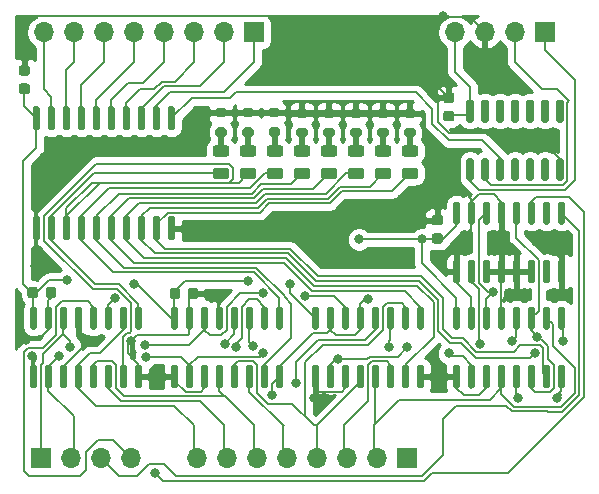
<source format=gbr>
%TF.GenerationSoftware,KiCad,Pcbnew,(5.1.10-1-10_14)*%
%TF.CreationDate,2021-09-22T20:52:25-04:00*%
%TF.ProjectId,SHIFT,53484946-542e-46b6-9963-61645f706362,rev?*%
%TF.SameCoordinates,Original*%
%TF.FileFunction,Copper,L1,Top*%
%TF.FilePolarity,Positive*%
%FSLAX46Y46*%
G04 Gerber Fmt 4.6, Leading zero omitted, Abs format (unit mm)*
G04 Created by KiCad (PCBNEW (5.1.10-1-10_14)) date 2021-09-22 20:52:25*
%MOMM*%
%LPD*%
G01*
G04 APERTURE LIST*
%TA.AperFunction,ComponentPad*%
%ADD10R,1.700000X1.700000*%
%TD*%
%TA.AperFunction,ComponentPad*%
%ADD11O,1.700000X1.700000*%
%TD*%
%TA.AperFunction,ViaPad*%
%ADD12C,0.800000*%
%TD*%
%TA.AperFunction,Conductor*%
%ADD13C,0.200000*%
%TD*%
%TA.AperFunction,Conductor*%
%ADD14C,0.500000*%
%TD*%
%TA.AperFunction,Conductor*%
%ADD15C,0.254000*%
%TD*%
%TA.AperFunction,Conductor*%
%ADD16C,0.100000*%
%TD*%
G04 APERTURE END LIST*
%TO.P,C5,2*%
%TO.N,GND*%
%TA.AperFunction,SMDPad,CuDef*%
G36*
G01*
X128640000Y-55495000D02*
X128140000Y-55495000D01*
G75*
G02*
X127915000Y-55270000I0J225000D01*
G01*
X127915000Y-54820000D01*
G75*
G02*
X128140000Y-54595000I225000J0D01*
G01*
X128640000Y-54595000D01*
G75*
G02*
X128865000Y-54820000I0J-225000D01*
G01*
X128865000Y-55270000D01*
G75*
G02*
X128640000Y-55495000I-225000J0D01*
G01*
G37*
%TD.AperFunction*%
%TO.P,C5,1*%
%TO.N,VCC*%
%TA.AperFunction,SMDPad,CuDef*%
G36*
G01*
X128640000Y-57045000D02*
X128140000Y-57045000D01*
G75*
G02*
X127915000Y-56820000I0J225000D01*
G01*
X127915000Y-56370000D01*
G75*
G02*
X128140000Y-56145000I225000J0D01*
G01*
X128640000Y-56145000D01*
G75*
G02*
X128865000Y-56370000I0J-225000D01*
G01*
X128865000Y-56820000D01*
G75*
G02*
X128640000Y-57045000I-225000J0D01*
G01*
G37*
%TD.AperFunction*%
%TD*%
%TO.P,C4,2*%
%TO.N,GND*%
%TA.AperFunction,SMDPad,CuDef*%
G36*
G01*
X142225000Y-74180000D02*
X142225000Y-73680000D01*
G75*
G02*
X142450000Y-73455000I225000J0D01*
G01*
X142900000Y-73455000D01*
G75*
G02*
X143125000Y-73680000I0J-225000D01*
G01*
X143125000Y-74180000D01*
G75*
G02*
X142900000Y-74405000I-225000J0D01*
G01*
X142450000Y-74405000D01*
G75*
G02*
X142225000Y-74180000I0J225000D01*
G01*
G37*
%TD.AperFunction*%
%TO.P,C4,1*%
%TO.N,VCC*%
%TA.AperFunction,SMDPad,CuDef*%
G36*
G01*
X140675000Y-74180000D02*
X140675000Y-73680000D01*
G75*
G02*
X140900000Y-73455000I225000J0D01*
G01*
X141350000Y-73455000D01*
G75*
G02*
X141575000Y-73680000I0J-225000D01*
G01*
X141575000Y-74180000D01*
G75*
G02*
X141350000Y-74405000I-225000J0D01*
G01*
X140900000Y-74405000D01*
G75*
G02*
X140675000Y-74180000I0J225000D01*
G01*
G37*
%TD.AperFunction*%
%TD*%
%TO.P,C3,2*%
%TO.N,GND*%
%TA.AperFunction,SMDPad,CuDef*%
G36*
G01*
X164570000Y-57815000D02*
X164070000Y-57815000D01*
G75*
G02*
X163845000Y-57590000I0J225000D01*
G01*
X163845000Y-57140000D01*
G75*
G02*
X164070000Y-56915000I225000J0D01*
G01*
X164570000Y-56915000D01*
G75*
G02*
X164795000Y-57140000I0J-225000D01*
G01*
X164795000Y-57590000D01*
G75*
G02*
X164570000Y-57815000I-225000J0D01*
G01*
G37*
%TD.AperFunction*%
%TO.P,C3,1*%
%TO.N,VCC*%
%TA.AperFunction,SMDPad,CuDef*%
G36*
G01*
X164570000Y-59365000D02*
X164070000Y-59365000D01*
G75*
G02*
X163845000Y-59140000I0J225000D01*
G01*
X163845000Y-58690000D01*
G75*
G02*
X164070000Y-58465000I225000J0D01*
G01*
X164570000Y-58465000D01*
G75*
G02*
X164795000Y-58690000I0J-225000D01*
G01*
X164795000Y-59140000D01*
G75*
G02*
X164570000Y-59365000I-225000J0D01*
G01*
G37*
%TD.AperFunction*%
%TD*%
%TO.P,C2,2*%
%TO.N,GND*%
%TA.AperFunction,SMDPad,CuDef*%
G36*
G01*
X130185000Y-74100000D02*
X130185000Y-73600000D01*
G75*
G02*
X130410000Y-73375000I225000J0D01*
G01*
X130860000Y-73375000D01*
G75*
G02*
X131085000Y-73600000I0J-225000D01*
G01*
X131085000Y-74100000D01*
G75*
G02*
X130860000Y-74325000I-225000J0D01*
G01*
X130410000Y-74325000D01*
G75*
G02*
X130185000Y-74100000I0J225000D01*
G01*
G37*
%TD.AperFunction*%
%TO.P,C2,1*%
%TO.N,VCC*%
%TA.AperFunction,SMDPad,CuDef*%
G36*
G01*
X128635000Y-74100000D02*
X128635000Y-73600000D01*
G75*
G02*
X128860000Y-73375000I225000J0D01*
G01*
X129310000Y-73375000D01*
G75*
G02*
X129535000Y-73600000I0J-225000D01*
G01*
X129535000Y-74100000D01*
G75*
G02*
X129310000Y-74325000I-225000J0D01*
G01*
X128860000Y-74325000D01*
G75*
G02*
X128635000Y-74100000I0J225000D01*
G01*
G37*
%TD.AperFunction*%
%TD*%
%TO.P,C1,2*%
%TO.N,GND*%
%TA.AperFunction,SMDPad,CuDef*%
G36*
G01*
X163600000Y-68170000D02*
X163100000Y-68170000D01*
G75*
G02*
X162875000Y-67945000I0J225000D01*
G01*
X162875000Y-67495000D01*
G75*
G02*
X163100000Y-67270000I225000J0D01*
G01*
X163600000Y-67270000D01*
G75*
G02*
X163825000Y-67495000I0J-225000D01*
G01*
X163825000Y-67945000D01*
G75*
G02*
X163600000Y-68170000I-225000J0D01*
G01*
G37*
%TD.AperFunction*%
%TO.P,C1,1*%
%TO.N,VCC*%
%TA.AperFunction,SMDPad,CuDef*%
G36*
G01*
X163600000Y-69720000D02*
X163100000Y-69720000D01*
G75*
G02*
X162875000Y-69495000I0J225000D01*
G01*
X162875000Y-69045000D01*
G75*
G02*
X163100000Y-68820000I225000J0D01*
G01*
X163600000Y-68820000D01*
G75*
G02*
X163825000Y-69045000I0J-225000D01*
G01*
X163825000Y-69495000D01*
G75*
G02*
X163600000Y-69720000I-225000J0D01*
G01*
G37*
%TD.AperFunction*%
%TD*%
%TO.P,U15,2*%
%TO.N,GND*%
%TA.AperFunction,SMDPad,CuDef*%
G36*
G01*
X161311000Y-59074000D02*
X160761000Y-59074000D01*
G75*
G02*
X160561000Y-58874000I0J200000D01*
G01*
X160561000Y-58474000D01*
G75*
G02*
X160761000Y-58274000I200000J0D01*
G01*
X161311000Y-58274000D01*
G75*
G02*
X161511000Y-58474000I0J-200000D01*
G01*
X161511000Y-58874000D01*
G75*
G02*
X161311000Y-59074000I-200000J0D01*
G01*
G37*
%TD.AperFunction*%
%TO.P,U15,1*%
%TO.N,Net-(D8-Pad1)*%
%TA.AperFunction,SMDPad,CuDef*%
G36*
G01*
X161311000Y-60724000D02*
X160761000Y-60724000D01*
G75*
G02*
X160561000Y-60524000I0J200000D01*
G01*
X160561000Y-60124000D01*
G75*
G02*
X160761000Y-59924000I200000J0D01*
G01*
X161311000Y-59924000D01*
G75*
G02*
X161511000Y-60124000I0J-200000D01*
G01*
X161511000Y-60524000D01*
G75*
G02*
X161311000Y-60724000I-200000J0D01*
G01*
G37*
%TD.AperFunction*%
%TD*%
%TO.P,U14,2*%
%TO.N,GND*%
%TA.AperFunction,SMDPad,CuDef*%
G36*
G01*
X159025000Y-59074000D02*
X158475000Y-59074000D01*
G75*
G02*
X158275000Y-58874000I0J200000D01*
G01*
X158275000Y-58474000D01*
G75*
G02*
X158475000Y-58274000I200000J0D01*
G01*
X159025000Y-58274000D01*
G75*
G02*
X159225000Y-58474000I0J-200000D01*
G01*
X159225000Y-58874000D01*
G75*
G02*
X159025000Y-59074000I-200000J0D01*
G01*
G37*
%TD.AperFunction*%
%TO.P,U14,1*%
%TO.N,Net-(D7-Pad1)*%
%TA.AperFunction,SMDPad,CuDef*%
G36*
G01*
X159025000Y-60724000D02*
X158475000Y-60724000D01*
G75*
G02*
X158275000Y-60524000I0J200000D01*
G01*
X158275000Y-60124000D01*
G75*
G02*
X158475000Y-59924000I200000J0D01*
G01*
X159025000Y-59924000D01*
G75*
G02*
X159225000Y-60124000I0J-200000D01*
G01*
X159225000Y-60524000D01*
G75*
G02*
X159025000Y-60724000I-200000J0D01*
G01*
G37*
%TD.AperFunction*%
%TD*%
%TO.P,U13,2*%
%TO.N,GND*%
%TA.AperFunction,SMDPad,CuDef*%
G36*
G01*
X156739000Y-59074000D02*
X156189000Y-59074000D01*
G75*
G02*
X155989000Y-58874000I0J200000D01*
G01*
X155989000Y-58474000D01*
G75*
G02*
X156189000Y-58274000I200000J0D01*
G01*
X156739000Y-58274000D01*
G75*
G02*
X156939000Y-58474000I0J-200000D01*
G01*
X156939000Y-58874000D01*
G75*
G02*
X156739000Y-59074000I-200000J0D01*
G01*
G37*
%TD.AperFunction*%
%TO.P,U13,1*%
%TO.N,Net-(D6-Pad1)*%
%TA.AperFunction,SMDPad,CuDef*%
G36*
G01*
X156739000Y-60724000D02*
X156189000Y-60724000D01*
G75*
G02*
X155989000Y-60524000I0J200000D01*
G01*
X155989000Y-60124000D01*
G75*
G02*
X156189000Y-59924000I200000J0D01*
G01*
X156739000Y-59924000D01*
G75*
G02*
X156939000Y-60124000I0J-200000D01*
G01*
X156939000Y-60524000D01*
G75*
G02*
X156739000Y-60724000I-200000J0D01*
G01*
G37*
%TD.AperFunction*%
%TD*%
%TO.P,U12,2*%
%TO.N,GND*%
%TA.AperFunction,SMDPad,CuDef*%
G36*
G01*
X154453000Y-59074000D02*
X153903000Y-59074000D01*
G75*
G02*
X153703000Y-58874000I0J200000D01*
G01*
X153703000Y-58474000D01*
G75*
G02*
X153903000Y-58274000I200000J0D01*
G01*
X154453000Y-58274000D01*
G75*
G02*
X154653000Y-58474000I0J-200000D01*
G01*
X154653000Y-58874000D01*
G75*
G02*
X154453000Y-59074000I-200000J0D01*
G01*
G37*
%TD.AperFunction*%
%TO.P,U12,1*%
%TO.N,Net-(D5-Pad1)*%
%TA.AperFunction,SMDPad,CuDef*%
G36*
G01*
X154453000Y-60724000D02*
X153903000Y-60724000D01*
G75*
G02*
X153703000Y-60524000I0J200000D01*
G01*
X153703000Y-60124000D01*
G75*
G02*
X153903000Y-59924000I200000J0D01*
G01*
X154453000Y-59924000D01*
G75*
G02*
X154653000Y-60124000I0J-200000D01*
G01*
X154653000Y-60524000D01*
G75*
G02*
X154453000Y-60724000I-200000J0D01*
G01*
G37*
%TD.AperFunction*%
%TD*%
%TO.P,U11,2*%
%TO.N,GND*%
%TA.AperFunction,SMDPad,CuDef*%
G36*
G01*
X152167000Y-59074000D02*
X151617000Y-59074000D01*
G75*
G02*
X151417000Y-58874000I0J200000D01*
G01*
X151417000Y-58474000D01*
G75*
G02*
X151617000Y-58274000I200000J0D01*
G01*
X152167000Y-58274000D01*
G75*
G02*
X152367000Y-58474000I0J-200000D01*
G01*
X152367000Y-58874000D01*
G75*
G02*
X152167000Y-59074000I-200000J0D01*
G01*
G37*
%TD.AperFunction*%
%TO.P,U11,1*%
%TO.N,Net-(D4-Pad1)*%
%TA.AperFunction,SMDPad,CuDef*%
G36*
G01*
X152167000Y-60724000D02*
X151617000Y-60724000D01*
G75*
G02*
X151417000Y-60524000I0J200000D01*
G01*
X151417000Y-60124000D01*
G75*
G02*
X151617000Y-59924000I200000J0D01*
G01*
X152167000Y-59924000D01*
G75*
G02*
X152367000Y-60124000I0J-200000D01*
G01*
X152367000Y-60524000D01*
G75*
G02*
X152167000Y-60724000I-200000J0D01*
G01*
G37*
%TD.AperFunction*%
%TD*%
%TO.P,U10,2*%
%TO.N,GND*%
%TA.AperFunction,SMDPad,CuDef*%
G36*
G01*
X149818000Y-59011000D02*
X149268000Y-59011000D01*
G75*
G02*
X149068000Y-58811000I0J200000D01*
G01*
X149068000Y-58411000D01*
G75*
G02*
X149268000Y-58211000I200000J0D01*
G01*
X149818000Y-58211000D01*
G75*
G02*
X150018000Y-58411000I0J-200000D01*
G01*
X150018000Y-58811000D01*
G75*
G02*
X149818000Y-59011000I-200000J0D01*
G01*
G37*
%TD.AperFunction*%
%TO.P,U10,1*%
%TO.N,Net-(D3-Pad1)*%
%TA.AperFunction,SMDPad,CuDef*%
G36*
G01*
X149818000Y-60661000D02*
X149268000Y-60661000D01*
G75*
G02*
X149068000Y-60461000I0J200000D01*
G01*
X149068000Y-60061000D01*
G75*
G02*
X149268000Y-59861000I200000J0D01*
G01*
X149818000Y-59861000D01*
G75*
G02*
X150018000Y-60061000I0J-200000D01*
G01*
X150018000Y-60461000D01*
G75*
G02*
X149818000Y-60661000I-200000J0D01*
G01*
G37*
%TD.AperFunction*%
%TD*%
%TO.P,U9,2*%
%TO.N,GND*%
%TA.AperFunction,SMDPad,CuDef*%
G36*
G01*
X147595000Y-59011000D02*
X147045000Y-59011000D01*
G75*
G02*
X146845000Y-58811000I0J200000D01*
G01*
X146845000Y-58411000D01*
G75*
G02*
X147045000Y-58211000I200000J0D01*
G01*
X147595000Y-58211000D01*
G75*
G02*
X147795000Y-58411000I0J-200000D01*
G01*
X147795000Y-58811000D01*
G75*
G02*
X147595000Y-59011000I-200000J0D01*
G01*
G37*
%TD.AperFunction*%
%TO.P,U9,1*%
%TO.N,Net-(D2-Pad1)*%
%TA.AperFunction,SMDPad,CuDef*%
G36*
G01*
X147595000Y-60661000D02*
X147045000Y-60661000D01*
G75*
G02*
X146845000Y-60461000I0J200000D01*
G01*
X146845000Y-60061000D01*
G75*
G02*
X147045000Y-59861000I200000J0D01*
G01*
X147595000Y-59861000D01*
G75*
G02*
X147795000Y-60061000I0J-200000D01*
G01*
X147795000Y-60461000D01*
G75*
G02*
X147595000Y-60661000I-200000J0D01*
G01*
G37*
%TD.AperFunction*%
%TD*%
%TO.P,U8,2*%
%TO.N,GND*%
%TA.AperFunction,SMDPad,CuDef*%
G36*
G01*
X145309000Y-59011000D02*
X144759000Y-59011000D01*
G75*
G02*
X144559000Y-58811000I0J200000D01*
G01*
X144559000Y-58411000D01*
G75*
G02*
X144759000Y-58211000I200000J0D01*
G01*
X145309000Y-58211000D01*
G75*
G02*
X145509000Y-58411000I0J-200000D01*
G01*
X145509000Y-58811000D01*
G75*
G02*
X145309000Y-59011000I-200000J0D01*
G01*
G37*
%TD.AperFunction*%
%TO.P,U8,1*%
%TO.N,Net-(D1-Pad1)*%
%TA.AperFunction,SMDPad,CuDef*%
G36*
G01*
X145309000Y-60661000D02*
X144759000Y-60661000D01*
G75*
G02*
X144559000Y-60461000I0J200000D01*
G01*
X144559000Y-60061000D01*
G75*
G02*
X144759000Y-59861000I200000J0D01*
G01*
X145309000Y-59861000D01*
G75*
G02*
X145509000Y-60061000I0J-200000D01*
G01*
X145509000Y-60461000D01*
G75*
G02*
X145309000Y-60661000I-200000J0D01*
G01*
G37*
%TD.AperFunction*%
%TD*%
%TO.P,D8,2*%
%TO.N,Q0*%
%TA.AperFunction,SMDPad,CuDef*%
G36*
G01*
X160579750Y-63266500D02*
X161492250Y-63266500D01*
G75*
G02*
X161736000Y-63510250I0J-243750D01*
G01*
X161736000Y-63997750D01*
G75*
G02*
X161492250Y-64241500I-243750J0D01*
G01*
X160579750Y-64241500D01*
G75*
G02*
X160336000Y-63997750I0J243750D01*
G01*
X160336000Y-63510250D01*
G75*
G02*
X160579750Y-63266500I243750J0D01*
G01*
G37*
%TD.AperFunction*%
%TO.P,D8,1*%
%TO.N,Net-(D8-Pad1)*%
%TA.AperFunction,SMDPad,CuDef*%
G36*
G01*
X160579750Y-61391500D02*
X161492250Y-61391500D01*
G75*
G02*
X161736000Y-61635250I0J-243750D01*
G01*
X161736000Y-62122750D01*
G75*
G02*
X161492250Y-62366500I-243750J0D01*
G01*
X160579750Y-62366500D01*
G75*
G02*
X160336000Y-62122750I0J243750D01*
G01*
X160336000Y-61635250D01*
G75*
G02*
X160579750Y-61391500I243750J0D01*
G01*
G37*
%TD.AperFunction*%
%TD*%
%TO.P,D7,2*%
%TO.N,Q1*%
%TA.AperFunction,SMDPad,CuDef*%
G36*
G01*
X158293750Y-63266500D02*
X159206250Y-63266500D01*
G75*
G02*
X159450000Y-63510250I0J-243750D01*
G01*
X159450000Y-63997750D01*
G75*
G02*
X159206250Y-64241500I-243750J0D01*
G01*
X158293750Y-64241500D01*
G75*
G02*
X158050000Y-63997750I0J243750D01*
G01*
X158050000Y-63510250D01*
G75*
G02*
X158293750Y-63266500I243750J0D01*
G01*
G37*
%TD.AperFunction*%
%TO.P,D7,1*%
%TO.N,Net-(D7-Pad1)*%
%TA.AperFunction,SMDPad,CuDef*%
G36*
G01*
X158293750Y-61391500D02*
X159206250Y-61391500D01*
G75*
G02*
X159450000Y-61635250I0J-243750D01*
G01*
X159450000Y-62122750D01*
G75*
G02*
X159206250Y-62366500I-243750J0D01*
G01*
X158293750Y-62366500D01*
G75*
G02*
X158050000Y-62122750I0J243750D01*
G01*
X158050000Y-61635250D01*
G75*
G02*
X158293750Y-61391500I243750J0D01*
G01*
G37*
%TD.AperFunction*%
%TD*%
%TO.P,D6,2*%
%TO.N,Q2*%
%TA.AperFunction,SMDPad,CuDef*%
G36*
G01*
X156007750Y-63266500D02*
X156920250Y-63266500D01*
G75*
G02*
X157164000Y-63510250I0J-243750D01*
G01*
X157164000Y-63997750D01*
G75*
G02*
X156920250Y-64241500I-243750J0D01*
G01*
X156007750Y-64241500D01*
G75*
G02*
X155764000Y-63997750I0J243750D01*
G01*
X155764000Y-63510250D01*
G75*
G02*
X156007750Y-63266500I243750J0D01*
G01*
G37*
%TD.AperFunction*%
%TO.P,D6,1*%
%TO.N,Net-(D6-Pad1)*%
%TA.AperFunction,SMDPad,CuDef*%
G36*
G01*
X156007750Y-61391500D02*
X156920250Y-61391500D01*
G75*
G02*
X157164000Y-61635250I0J-243750D01*
G01*
X157164000Y-62122750D01*
G75*
G02*
X156920250Y-62366500I-243750J0D01*
G01*
X156007750Y-62366500D01*
G75*
G02*
X155764000Y-62122750I0J243750D01*
G01*
X155764000Y-61635250D01*
G75*
G02*
X156007750Y-61391500I243750J0D01*
G01*
G37*
%TD.AperFunction*%
%TD*%
%TO.P,D5,2*%
%TO.N,Q3*%
%TA.AperFunction,SMDPad,CuDef*%
G36*
G01*
X153721750Y-63266500D02*
X154634250Y-63266500D01*
G75*
G02*
X154878000Y-63510250I0J-243750D01*
G01*
X154878000Y-63997750D01*
G75*
G02*
X154634250Y-64241500I-243750J0D01*
G01*
X153721750Y-64241500D01*
G75*
G02*
X153478000Y-63997750I0J243750D01*
G01*
X153478000Y-63510250D01*
G75*
G02*
X153721750Y-63266500I243750J0D01*
G01*
G37*
%TD.AperFunction*%
%TO.P,D5,1*%
%TO.N,Net-(D5-Pad1)*%
%TA.AperFunction,SMDPad,CuDef*%
G36*
G01*
X153721750Y-61391500D02*
X154634250Y-61391500D01*
G75*
G02*
X154878000Y-61635250I0J-243750D01*
G01*
X154878000Y-62122750D01*
G75*
G02*
X154634250Y-62366500I-243750J0D01*
G01*
X153721750Y-62366500D01*
G75*
G02*
X153478000Y-62122750I0J243750D01*
G01*
X153478000Y-61635250D01*
G75*
G02*
X153721750Y-61391500I243750J0D01*
G01*
G37*
%TD.AperFunction*%
%TD*%
%TO.P,D4,2*%
%TO.N,Q4*%
%TA.AperFunction,SMDPad,CuDef*%
G36*
G01*
X151435750Y-63266500D02*
X152348250Y-63266500D01*
G75*
G02*
X152592000Y-63510250I0J-243750D01*
G01*
X152592000Y-63997750D01*
G75*
G02*
X152348250Y-64241500I-243750J0D01*
G01*
X151435750Y-64241500D01*
G75*
G02*
X151192000Y-63997750I0J243750D01*
G01*
X151192000Y-63510250D01*
G75*
G02*
X151435750Y-63266500I243750J0D01*
G01*
G37*
%TD.AperFunction*%
%TO.P,D4,1*%
%TO.N,Net-(D4-Pad1)*%
%TA.AperFunction,SMDPad,CuDef*%
G36*
G01*
X151435750Y-61391500D02*
X152348250Y-61391500D01*
G75*
G02*
X152592000Y-61635250I0J-243750D01*
G01*
X152592000Y-62122750D01*
G75*
G02*
X152348250Y-62366500I-243750J0D01*
G01*
X151435750Y-62366500D01*
G75*
G02*
X151192000Y-62122750I0J243750D01*
G01*
X151192000Y-61635250D01*
G75*
G02*
X151435750Y-61391500I243750J0D01*
G01*
G37*
%TD.AperFunction*%
%TD*%
%TO.P,D3,2*%
%TO.N,Q5*%
%TA.AperFunction,SMDPad,CuDef*%
G36*
G01*
X149149750Y-63266500D02*
X150062250Y-63266500D01*
G75*
G02*
X150306000Y-63510250I0J-243750D01*
G01*
X150306000Y-63997750D01*
G75*
G02*
X150062250Y-64241500I-243750J0D01*
G01*
X149149750Y-64241500D01*
G75*
G02*
X148906000Y-63997750I0J243750D01*
G01*
X148906000Y-63510250D01*
G75*
G02*
X149149750Y-63266500I243750J0D01*
G01*
G37*
%TD.AperFunction*%
%TO.P,D3,1*%
%TO.N,Net-(D3-Pad1)*%
%TA.AperFunction,SMDPad,CuDef*%
G36*
G01*
X149149750Y-61391500D02*
X150062250Y-61391500D01*
G75*
G02*
X150306000Y-61635250I0J-243750D01*
G01*
X150306000Y-62122750D01*
G75*
G02*
X150062250Y-62366500I-243750J0D01*
G01*
X149149750Y-62366500D01*
G75*
G02*
X148906000Y-62122750I0J243750D01*
G01*
X148906000Y-61635250D01*
G75*
G02*
X149149750Y-61391500I243750J0D01*
G01*
G37*
%TD.AperFunction*%
%TD*%
%TO.P,D2,2*%
%TO.N,Q6*%
%TA.AperFunction,SMDPad,CuDef*%
G36*
G01*
X146863750Y-63266500D02*
X147776250Y-63266500D01*
G75*
G02*
X148020000Y-63510250I0J-243750D01*
G01*
X148020000Y-63997750D01*
G75*
G02*
X147776250Y-64241500I-243750J0D01*
G01*
X146863750Y-64241500D01*
G75*
G02*
X146620000Y-63997750I0J243750D01*
G01*
X146620000Y-63510250D01*
G75*
G02*
X146863750Y-63266500I243750J0D01*
G01*
G37*
%TD.AperFunction*%
%TO.P,D2,1*%
%TO.N,Net-(D2-Pad1)*%
%TA.AperFunction,SMDPad,CuDef*%
G36*
G01*
X146863750Y-61391500D02*
X147776250Y-61391500D01*
G75*
G02*
X148020000Y-61635250I0J-243750D01*
G01*
X148020000Y-62122750D01*
G75*
G02*
X147776250Y-62366500I-243750J0D01*
G01*
X146863750Y-62366500D01*
G75*
G02*
X146620000Y-62122750I0J243750D01*
G01*
X146620000Y-61635250D01*
G75*
G02*
X146863750Y-61391500I243750J0D01*
G01*
G37*
%TD.AperFunction*%
%TD*%
%TO.P,D1,2*%
%TO.N,Q7*%
%TA.AperFunction,SMDPad,CuDef*%
G36*
G01*
X144577750Y-63266500D02*
X145490250Y-63266500D01*
G75*
G02*
X145734000Y-63510250I0J-243750D01*
G01*
X145734000Y-63997750D01*
G75*
G02*
X145490250Y-64241500I-243750J0D01*
G01*
X144577750Y-64241500D01*
G75*
G02*
X144334000Y-63997750I0J243750D01*
G01*
X144334000Y-63510250D01*
G75*
G02*
X144577750Y-63266500I243750J0D01*
G01*
G37*
%TD.AperFunction*%
%TO.P,D1,1*%
%TO.N,Net-(D1-Pad1)*%
%TA.AperFunction,SMDPad,CuDef*%
G36*
G01*
X144577750Y-61391500D02*
X145490250Y-61391500D01*
G75*
G02*
X145734000Y-61635250I0J-243750D01*
G01*
X145734000Y-62122750D01*
G75*
G02*
X145490250Y-62366500I-243750J0D01*
G01*
X144577750Y-62366500D01*
G75*
G02*
X144334000Y-62122750I0J243750D01*
G01*
X144334000Y-61635250D01*
G75*
G02*
X144577750Y-61391500I243750J0D01*
G01*
G37*
%TD.AperFunction*%
%TD*%
D10*
%TO.P,J4,1*%
%TO.N,SHIFT_SEL_0*%
X129794000Y-87884000D03*
D11*
%TO.P,J4,2*%
%TO.N,SHIFT_SEL_1*%
X132334000Y-87884000D03*
%TO.P,J4,3*%
%TO.N,ARITH_CARRY_OUT*%
X134874000Y-87884000D03*
%TO.P,J4,4*%
%TO.N,ARITH_CARRY_IN*%
X137414000Y-87884000D03*
%TD*%
%TO.P,J1,4*%
%TO.N,VCC*%
X164846000Y-51816000D03*
%TO.P,J1,3*%
%TO.N,GND*%
X167386000Y-51816000D03*
%TO.P,J1,2*%
%TO.N,LHS_IN*%
X169926000Y-51816000D03*
D10*
%TO.P,J1,1*%
%TO.N,CLOCK*%
X172466000Y-51816000D03*
%TD*%
%TO.P,U7,14*%
%TO.N,VCC*%
%TA.AperFunction,SMDPad,CuDef*%
G36*
G01*
X166266000Y-59460000D02*
X165966000Y-59460000D01*
G75*
G02*
X165816000Y-59310000I0J150000D01*
G01*
X165816000Y-57660000D01*
G75*
G02*
X165966000Y-57510000I150000J0D01*
G01*
X166266000Y-57510000D01*
G75*
G02*
X166416000Y-57660000I0J-150000D01*
G01*
X166416000Y-59310000D01*
G75*
G02*
X166266000Y-59460000I-150000J0D01*
G01*
G37*
%TD.AperFunction*%
%TO.P,U7,13*%
%TO.N,N/C*%
%TA.AperFunction,SMDPad,CuDef*%
G36*
G01*
X167536000Y-59460000D02*
X167236000Y-59460000D01*
G75*
G02*
X167086000Y-59310000I0J150000D01*
G01*
X167086000Y-57660000D01*
G75*
G02*
X167236000Y-57510000I150000J0D01*
G01*
X167536000Y-57510000D01*
G75*
G02*
X167686000Y-57660000I0J-150000D01*
G01*
X167686000Y-59310000D01*
G75*
G02*
X167536000Y-59460000I-150000J0D01*
G01*
G37*
%TD.AperFunction*%
%TO.P,U7,12*%
%TA.AperFunction,SMDPad,CuDef*%
G36*
G01*
X168806000Y-59460000D02*
X168506000Y-59460000D01*
G75*
G02*
X168356000Y-59310000I0J150000D01*
G01*
X168356000Y-57660000D01*
G75*
G02*
X168506000Y-57510000I150000J0D01*
G01*
X168806000Y-57510000D01*
G75*
G02*
X168956000Y-57660000I0J-150000D01*
G01*
X168956000Y-59310000D01*
G75*
G02*
X168806000Y-59460000I-150000J0D01*
G01*
G37*
%TD.AperFunction*%
%TO.P,U7,11*%
%TA.AperFunction,SMDPad,CuDef*%
G36*
G01*
X170076000Y-59460000D02*
X169776000Y-59460000D01*
G75*
G02*
X169626000Y-59310000I0J150000D01*
G01*
X169626000Y-57660000D01*
G75*
G02*
X169776000Y-57510000I150000J0D01*
G01*
X170076000Y-57510000D01*
G75*
G02*
X170226000Y-57660000I0J-150000D01*
G01*
X170226000Y-59310000D01*
G75*
G02*
X170076000Y-59460000I-150000J0D01*
G01*
G37*
%TD.AperFunction*%
%TO.P,U7,10*%
%TA.AperFunction,SMDPad,CuDef*%
G36*
G01*
X171346000Y-59460000D02*
X171046000Y-59460000D01*
G75*
G02*
X170896000Y-59310000I0J150000D01*
G01*
X170896000Y-57660000D01*
G75*
G02*
X171046000Y-57510000I150000J0D01*
G01*
X171346000Y-57510000D01*
G75*
G02*
X171496000Y-57660000I0J-150000D01*
G01*
X171496000Y-59310000D01*
G75*
G02*
X171346000Y-59460000I-150000J0D01*
G01*
G37*
%TD.AperFunction*%
%TO.P,U7,9*%
%TA.AperFunction,SMDPad,CuDef*%
G36*
G01*
X172616000Y-59460000D02*
X172316000Y-59460000D01*
G75*
G02*
X172166000Y-59310000I0J150000D01*
G01*
X172166000Y-57660000D01*
G75*
G02*
X172316000Y-57510000I150000J0D01*
G01*
X172616000Y-57510000D01*
G75*
G02*
X172766000Y-57660000I0J-150000D01*
G01*
X172766000Y-59310000D01*
G75*
G02*
X172616000Y-59460000I-150000J0D01*
G01*
G37*
%TD.AperFunction*%
%TO.P,U7,8*%
%TA.AperFunction,SMDPad,CuDef*%
G36*
G01*
X173886000Y-59460000D02*
X173586000Y-59460000D01*
G75*
G02*
X173436000Y-59310000I0J150000D01*
G01*
X173436000Y-57660000D01*
G75*
G02*
X173586000Y-57510000I150000J0D01*
G01*
X173886000Y-57510000D01*
G75*
G02*
X174036000Y-57660000I0J-150000D01*
G01*
X174036000Y-59310000D01*
G75*
G02*
X173886000Y-59460000I-150000J0D01*
G01*
G37*
%TD.AperFunction*%
%TO.P,U7,7*%
%TO.N,GND*%
%TA.AperFunction,SMDPad,CuDef*%
G36*
G01*
X173886000Y-64410000D02*
X173586000Y-64410000D01*
G75*
G02*
X173436000Y-64260000I0J150000D01*
G01*
X173436000Y-62610000D01*
G75*
G02*
X173586000Y-62460000I150000J0D01*
G01*
X173886000Y-62460000D01*
G75*
G02*
X174036000Y-62610000I0J-150000D01*
G01*
X174036000Y-64260000D01*
G75*
G02*
X173886000Y-64410000I-150000J0D01*
G01*
G37*
%TD.AperFunction*%
%TO.P,U7,6*%
%TO.N,N/C*%
%TA.AperFunction,SMDPad,CuDef*%
G36*
G01*
X172616000Y-64410000D02*
X172316000Y-64410000D01*
G75*
G02*
X172166000Y-64260000I0J150000D01*
G01*
X172166000Y-62610000D01*
G75*
G02*
X172316000Y-62460000I150000J0D01*
G01*
X172616000Y-62460000D01*
G75*
G02*
X172766000Y-62610000I0J-150000D01*
G01*
X172766000Y-64260000D01*
G75*
G02*
X172616000Y-64410000I-150000J0D01*
G01*
G37*
%TD.AperFunction*%
%TO.P,U7,5*%
%TA.AperFunction,SMDPad,CuDef*%
G36*
G01*
X171346000Y-64410000D02*
X171046000Y-64410000D01*
G75*
G02*
X170896000Y-64260000I0J150000D01*
G01*
X170896000Y-62610000D01*
G75*
G02*
X171046000Y-62460000I150000J0D01*
G01*
X171346000Y-62460000D01*
G75*
G02*
X171496000Y-62610000I0J-150000D01*
G01*
X171496000Y-64260000D01*
G75*
G02*
X171346000Y-64410000I-150000J0D01*
G01*
G37*
%TD.AperFunction*%
%TO.P,U7,4*%
%TA.AperFunction,SMDPad,CuDef*%
G36*
G01*
X170076000Y-64410000D02*
X169776000Y-64410000D01*
G75*
G02*
X169626000Y-64260000I0J150000D01*
G01*
X169626000Y-62610000D01*
G75*
G02*
X169776000Y-62460000I150000J0D01*
G01*
X170076000Y-62460000D01*
G75*
G02*
X170226000Y-62610000I0J-150000D01*
G01*
X170226000Y-64260000D01*
G75*
G02*
X170076000Y-64410000I-150000J0D01*
G01*
G37*
%TD.AperFunction*%
%TO.P,U7,3*%
%TO.N,Net-(U2-Pad11)*%
%TA.AperFunction,SMDPad,CuDef*%
G36*
G01*
X168806000Y-64410000D02*
X168506000Y-64410000D01*
G75*
G02*
X168356000Y-64260000I0J150000D01*
G01*
X168356000Y-62610000D01*
G75*
G02*
X168506000Y-62460000I150000J0D01*
G01*
X168806000Y-62460000D01*
G75*
G02*
X168956000Y-62610000I0J-150000D01*
G01*
X168956000Y-64260000D01*
G75*
G02*
X168806000Y-64410000I-150000J0D01*
G01*
G37*
%TD.AperFunction*%
%TO.P,U7,2*%
%TO.N,LHS_IN*%
%TA.AperFunction,SMDPad,CuDef*%
G36*
G01*
X167536000Y-64410000D02*
X167236000Y-64410000D01*
G75*
G02*
X167086000Y-64260000I0J150000D01*
G01*
X167086000Y-62610000D01*
G75*
G02*
X167236000Y-62460000I150000J0D01*
G01*
X167536000Y-62460000D01*
G75*
G02*
X167686000Y-62610000I0J-150000D01*
G01*
X167686000Y-64260000D01*
G75*
G02*
X167536000Y-64410000I-150000J0D01*
G01*
G37*
%TD.AperFunction*%
%TO.P,U7,1*%
%TO.N,CLOCK*%
%TA.AperFunction,SMDPad,CuDef*%
G36*
G01*
X166266000Y-64410000D02*
X165966000Y-64410000D01*
G75*
G02*
X165816000Y-64260000I0J150000D01*
G01*
X165816000Y-62610000D01*
G75*
G02*
X165966000Y-62460000I150000J0D01*
G01*
X166266000Y-62460000D01*
G75*
G02*
X166416000Y-62610000I0J-150000D01*
G01*
X166416000Y-64260000D01*
G75*
G02*
X166266000Y-64410000I-150000J0D01*
G01*
G37*
%TD.AperFunction*%
%TD*%
%TO.P,U6,16*%
%TO.N,VCC*%
%TA.AperFunction,SMDPad,CuDef*%
G36*
G01*
X165123000Y-68096000D02*
X164823000Y-68096000D01*
G75*
G02*
X164673000Y-67946000I0J150000D01*
G01*
X164673000Y-66296000D01*
G75*
G02*
X164823000Y-66146000I150000J0D01*
G01*
X165123000Y-66146000D01*
G75*
G02*
X165273000Y-66296000I0J-150000D01*
G01*
X165273000Y-67946000D01*
G75*
G02*
X165123000Y-68096000I-150000J0D01*
G01*
G37*
%TD.AperFunction*%
%TO.P,U6,15*%
%TO.N,GND*%
%TA.AperFunction,SMDPad,CuDef*%
G36*
G01*
X166393000Y-68096000D02*
X166093000Y-68096000D01*
G75*
G02*
X165943000Y-67946000I0J150000D01*
G01*
X165943000Y-66296000D01*
G75*
G02*
X166093000Y-66146000I150000J0D01*
G01*
X166393000Y-66146000D01*
G75*
G02*
X166543000Y-66296000I0J-150000D01*
G01*
X166543000Y-67946000D01*
G75*
G02*
X166393000Y-68096000I-150000J0D01*
G01*
G37*
%TD.AperFunction*%
%TO.P,U6,14*%
%TO.N,SHIFT_SEL_0*%
%TA.AperFunction,SMDPad,CuDef*%
G36*
G01*
X167663000Y-68096000D02*
X167363000Y-68096000D01*
G75*
G02*
X167213000Y-67946000I0J150000D01*
G01*
X167213000Y-66296000D01*
G75*
G02*
X167363000Y-66146000I150000J0D01*
G01*
X167663000Y-66146000D01*
G75*
G02*
X167813000Y-66296000I0J-150000D01*
G01*
X167813000Y-67946000D01*
G75*
G02*
X167663000Y-68096000I-150000J0D01*
G01*
G37*
%TD.AperFunction*%
%TO.P,U6,13*%
%TO.N,GND*%
%TA.AperFunction,SMDPad,CuDef*%
G36*
G01*
X168933000Y-68096000D02*
X168633000Y-68096000D01*
G75*
G02*
X168483000Y-67946000I0J150000D01*
G01*
X168483000Y-66296000D01*
G75*
G02*
X168633000Y-66146000I150000J0D01*
G01*
X168933000Y-66146000D01*
G75*
G02*
X169083000Y-66296000I0J-150000D01*
G01*
X169083000Y-67946000D01*
G75*
G02*
X168933000Y-68096000I-150000J0D01*
G01*
G37*
%TD.AperFunction*%
%TO.P,U6,12*%
%TO.N,D0*%
%TA.AperFunction,SMDPad,CuDef*%
G36*
G01*
X170203000Y-68096000D02*
X169903000Y-68096000D01*
G75*
G02*
X169753000Y-67946000I0J150000D01*
G01*
X169753000Y-66296000D01*
G75*
G02*
X169903000Y-66146000I150000J0D01*
G01*
X170203000Y-66146000D01*
G75*
G02*
X170353000Y-66296000I0J-150000D01*
G01*
X170353000Y-67946000D01*
G75*
G02*
X170203000Y-68096000I-150000J0D01*
G01*
G37*
%TD.AperFunction*%
%TO.P,U6,11*%
%TO.N,D7*%
%TA.AperFunction,SMDPad,CuDef*%
G36*
G01*
X171473000Y-68096000D02*
X171173000Y-68096000D01*
G75*
G02*
X171023000Y-67946000I0J150000D01*
G01*
X171023000Y-66296000D01*
G75*
G02*
X171173000Y-66146000I150000J0D01*
G01*
X171473000Y-66146000D01*
G75*
G02*
X171623000Y-66296000I0J-150000D01*
G01*
X171623000Y-67946000D01*
G75*
G02*
X171473000Y-68096000I-150000J0D01*
G01*
G37*
%TD.AperFunction*%
%TO.P,U6,10*%
%TO.N,Net-(U6-Pad10)*%
%TA.AperFunction,SMDPad,CuDef*%
G36*
G01*
X172743000Y-68096000D02*
X172443000Y-68096000D01*
G75*
G02*
X172293000Y-67946000I0J150000D01*
G01*
X172293000Y-66296000D01*
G75*
G02*
X172443000Y-66146000I150000J0D01*
G01*
X172743000Y-66146000D01*
G75*
G02*
X172893000Y-66296000I0J-150000D01*
G01*
X172893000Y-67946000D01*
G75*
G02*
X172743000Y-68096000I-150000J0D01*
G01*
G37*
%TD.AperFunction*%
%TO.P,U6,9*%
%TO.N,ARITH_CARRY_OUT*%
%TA.AperFunction,SMDPad,CuDef*%
G36*
G01*
X174013000Y-68096000D02*
X173713000Y-68096000D01*
G75*
G02*
X173563000Y-67946000I0J150000D01*
G01*
X173563000Y-66296000D01*
G75*
G02*
X173713000Y-66146000I150000J0D01*
G01*
X174013000Y-66146000D01*
G75*
G02*
X174163000Y-66296000I0J-150000D01*
G01*
X174163000Y-67946000D01*
G75*
G02*
X174013000Y-68096000I-150000J0D01*
G01*
G37*
%TD.AperFunction*%
%TO.P,U6,8*%
%TO.N,GND*%
%TA.AperFunction,SMDPad,CuDef*%
G36*
G01*
X174013000Y-73046000D02*
X173713000Y-73046000D01*
G75*
G02*
X173563000Y-72896000I0J150000D01*
G01*
X173563000Y-71246000D01*
G75*
G02*
X173713000Y-71096000I150000J0D01*
G01*
X174013000Y-71096000D01*
G75*
G02*
X174163000Y-71246000I0J-150000D01*
G01*
X174163000Y-72896000D01*
G75*
G02*
X174013000Y-73046000I-150000J0D01*
G01*
G37*
%TD.AperFunction*%
%TO.P,U6,7*%
%TO.N,Net-(U6-Pad7)*%
%TA.AperFunction,SMDPad,CuDef*%
G36*
G01*
X172743000Y-73046000D02*
X172443000Y-73046000D01*
G75*
G02*
X172293000Y-72896000I0J150000D01*
G01*
X172293000Y-71246000D01*
G75*
G02*
X172443000Y-71096000I150000J0D01*
G01*
X172743000Y-71096000D01*
G75*
G02*
X172893000Y-71246000I0J-150000D01*
G01*
X172893000Y-72896000D01*
G75*
G02*
X172743000Y-73046000I-150000J0D01*
G01*
G37*
%TD.AperFunction*%
%TO.P,U6,6*%
%TO.N,GND*%
%TA.AperFunction,SMDPad,CuDef*%
G36*
G01*
X171473000Y-73046000D02*
X171173000Y-73046000D01*
G75*
G02*
X171023000Y-72896000I0J150000D01*
G01*
X171023000Y-71246000D01*
G75*
G02*
X171173000Y-71096000I150000J0D01*
G01*
X171473000Y-71096000D01*
G75*
G02*
X171623000Y-71246000I0J-150000D01*
G01*
X171623000Y-72896000D01*
G75*
G02*
X171473000Y-73046000I-150000J0D01*
G01*
G37*
%TD.AperFunction*%
%TO.P,U6,5*%
%TA.AperFunction,SMDPad,CuDef*%
G36*
G01*
X170203000Y-73046000D02*
X169903000Y-73046000D01*
G75*
G02*
X169753000Y-72896000I0J150000D01*
G01*
X169753000Y-71246000D01*
G75*
G02*
X169903000Y-71096000I150000J0D01*
G01*
X170203000Y-71096000D01*
G75*
G02*
X170353000Y-71246000I0J-150000D01*
G01*
X170353000Y-72896000D01*
G75*
G02*
X170203000Y-73046000I-150000J0D01*
G01*
G37*
%TD.AperFunction*%
%TO.P,U6,4*%
%TA.AperFunction,SMDPad,CuDef*%
G36*
G01*
X168933000Y-73046000D02*
X168633000Y-73046000D01*
G75*
G02*
X168483000Y-72896000I0J150000D01*
G01*
X168483000Y-71246000D01*
G75*
G02*
X168633000Y-71096000I150000J0D01*
G01*
X168933000Y-71096000D01*
G75*
G02*
X169083000Y-71246000I0J-150000D01*
G01*
X169083000Y-72896000D01*
G75*
G02*
X168933000Y-73046000I-150000J0D01*
G01*
G37*
%TD.AperFunction*%
%TO.P,U6,3*%
%TA.AperFunction,SMDPad,CuDef*%
G36*
G01*
X167663000Y-73046000D02*
X167363000Y-73046000D01*
G75*
G02*
X167213000Y-72896000I0J150000D01*
G01*
X167213000Y-71246000D01*
G75*
G02*
X167363000Y-71096000I150000J0D01*
G01*
X167663000Y-71096000D01*
G75*
G02*
X167813000Y-71246000I0J-150000D01*
G01*
X167813000Y-72896000D01*
G75*
G02*
X167663000Y-73046000I-150000J0D01*
G01*
G37*
%TD.AperFunction*%
%TO.P,U6,2*%
%TO.N,SHIFT_SEL_1*%
%TA.AperFunction,SMDPad,CuDef*%
G36*
G01*
X166393000Y-73046000D02*
X166093000Y-73046000D01*
G75*
G02*
X165943000Y-72896000I0J150000D01*
G01*
X165943000Y-71246000D01*
G75*
G02*
X166093000Y-71096000I150000J0D01*
G01*
X166393000Y-71096000D01*
G75*
G02*
X166543000Y-71246000I0J-150000D01*
G01*
X166543000Y-72896000D01*
G75*
G02*
X166393000Y-73046000I-150000J0D01*
G01*
G37*
%TD.AperFunction*%
%TO.P,U6,1*%
%TO.N,GND*%
%TA.AperFunction,SMDPad,CuDef*%
G36*
G01*
X165123000Y-73046000D02*
X164823000Y-73046000D01*
G75*
G02*
X164673000Y-72896000I0J150000D01*
G01*
X164673000Y-71246000D01*
G75*
G02*
X164823000Y-71096000I150000J0D01*
G01*
X165123000Y-71096000D01*
G75*
G02*
X165273000Y-71246000I0J-150000D01*
G01*
X165273000Y-72896000D01*
G75*
G02*
X165123000Y-73046000I-150000J0D01*
G01*
G37*
%TD.AperFunction*%
%TD*%
%TO.P,U5,16*%
%TO.N,VCC*%
%TA.AperFunction,SMDPad,CuDef*%
G36*
G01*
X165123000Y-76986000D02*
X164823000Y-76986000D01*
G75*
G02*
X164673000Y-76836000I0J150000D01*
G01*
X164673000Y-75186000D01*
G75*
G02*
X164823000Y-75036000I150000J0D01*
G01*
X165123000Y-75036000D01*
G75*
G02*
X165273000Y-75186000I0J-150000D01*
G01*
X165273000Y-76836000D01*
G75*
G02*
X165123000Y-76986000I-150000J0D01*
G01*
G37*
%TD.AperFunction*%
%TO.P,U5,15*%
%TO.N,GND*%
%TA.AperFunction,SMDPad,CuDef*%
G36*
G01*
X166393000Y-76986000D02*
X166093000Y-76986000D01*
G75*
G02*
X165943000Y-76836000I0J150000D01*
G01*
X165943000Y-75186000D01*
G75*
G02*
X166093000Y-75036000I150000J0D01*
G01*
X166393000Y-75036000D01*
G75*
G02*
X166543000Y-75186000I0J-150000D01*
G01*
X166543000Y-76836000D01*
G75*
G02*
X166393000Y-76986000I-150000J0D01*
G01*
G37*
%TD.AperFunction*%
%TO.P,U5,14*%
%TO.N,SHIFT_SEL_0*%
%TA.AperFunction,SMDPad,CuDef*%
G36*
G01*
X167663000Y-76986000D02*
X167363000Y-76986000D01*
G75*
G02*
X167213000Y-76836000I0J150000D01*
G01*
X167213000Y-75186000D01*
G75*
G02*
X167363000Y-75036000I150000J0D01*
G01*
X167663000Y-75036000D01*
G75*
G02*
X167813000Y-75186000I0J-150000D01*
G01*
X167813000Y-76836000D01*
G75*
G02*
X167663000Y-76986000I-150000J0D01*
G01*
G37*
%TD.AperFunction*%
%TO.P,U5,13*%
%TO.N,GND*%
%TA.AperFunction,SMDPad,CuDef*%
G36*
G01*
X168933000Y-76986000D02*
X168633000Y-76986000D01*
G75*
G02*
X168483000Y-76836000I0J150000D01*
G01*
X168483000Y-75186000D01*
G75*
G02*
X168633000Y-75036000I150000J0D01*
G01*
X168933000Y-75036000D01*
G75*
G02*
X169083000Y-75186000I0J-150000D01*
G01*
X169083000Y-76836000D01*
G75*
G02*
X168933000Y-76986000I-150000J0D01*
G01*
G37*
%TD.AperFunction*%
%TO.P,U5,12*%
%TO.N,D2*%
%TA.AperFunction,SMDPad,CuDef*%
G36*
G01*
X170203000Y-76986000D02*
X169903000Y-76986000D01*
G75*
G02*
X169753000Y-76836000I0J150000D01*
G01*
X169753000Y-75186000D01*
G75*
G02*
X169903000Y-75036000I150000J0D01*
G01*
X170203000Y-75036000D01*
G75*
G02*
X170353000Y-75186000I0J-150000D01*
G01*
X170353000Y-76836000D01*
G75*
G02*
X170203000Y-76986000I-150000J0D01*
G01*
G37*
%TD.AperFunction*%
%TO.P,U5,11*%
%TO.N,D0*%
%TA.AperFunction,SMDPad,CuDef*%
G36*
G01*
X171473000Y-76986000D02*
X171173000Y-76986000D01*
G75*
G02*
X171023000Y-76836000I0J150000D01*
G01*
X171023000Y-75186000D01*
G75*
G02*
X171173000Y-75036000I150000J0D01*
G01*
X171473000Y-75036000D01*
G75*
G02*
X171623000Y-75186000I0J-150000D01*
G01*
X171623000Y-76836000D01*
G75*
G02*
X171473000Y-76986000I-150000J0D01*
G01*
G37*
%TD.AperFunction*%
%TO.P,U5,10*%
%TO.N,D1*%
%TA.AperFunction,SMDPad,CuDef*%
G36*
G01*
X172743000Y-76986000D02*
X172443000Y-76986000D01*
G75*
G02*
X172293000Y-76836000I0J150000D01*
G01*
X172293000Y-75186000D01*
G75*
G02*
X172443000Y-75036000I150000J0D01*
G01*
X172743000Y-75036000D01*
G75*
G02*
X172893000Y-75186000I0J-150000D01*
G01*
X172893000Y-76836000D01*
G75*
G02*
X172743000Y-76986000I-150000J0D01*
G01*
G37*
%TD.AperFunction*%
%TO.P,U5,9*%
%TO.N,Q1*%
%TA.AperFunction,SMDPad,CuDef*%
G36*
G01*
X174013000Y-76986000D02*
X173713000Y-76986000D01*
G75*
G02*
X173563000Y-76836000I0J150000D01*
G01*
X173563000Y-75186000D01*
G75*
G02*
X173713000Y-75036000I150000J0D01*
G01*
X174013000Y-75036000D01*
G75*
G02*
X174163000Y-75186000I0J-150000D01*
G01*
X174163000Y-76836000D01*
G75*
G02*
X174013000Y-76986000I-150000J0D01*
G01*
G37*
%TD.AperFunction*%
%TO.P,U5,8*%
%TO.N,GND*%
%TA.AperFunction,SMDPad,CuDef*%
G36*
G01*
X174013000Y-81936000D02*
X173713000Y-81936000D01*
G75*
G02*
X173563000Y-81786000I0J150000D01*
G01*
X173563000Y-80136000D01*
G75*
G02*
X173713000Y-79986000I150000J0D01*
G01*
X174013000Y-79986000D01*
G75*
G02*
X174163000Y-80136000I0J-150000D01*
G01*
X174163000Y-81786000D01*
G75*
G02*
X174013000Y-81936000I-150000J0D01*
G01*
G37*
%TD.AperFunction*%
%TO.P,U5,7*%
%TO.N,Q0*%
%TA.AperFunction,SMDPad,CuDef*%
G36*
G01*
X172743000Y-81936000D02*
X172443000Y-81936000D01*
G75*
G02*
X172293000Y-81786000I0J150000D01*
G01*
X172293000Y-80136000D01*
G75*
G02*
X172443000Y-79986000I150000J0D01*
G01*
X172743000Y-79986000D01*
G75*
G02*
X172893000Y-80136000I0J-150000D01*
G01*
X172893000Y-81786000D01*
G75*
G02*
X172743000Y-81936000I-150000J0D01*
G01*
G37*
%TD.AperFunction*%
%TO.P,U5,6*%
%TO.N,D0*%
%TA.AperFunction,SMDPad,CuDef*%
G36*
G01*
X171473000Y-81936000D02*
X171173000Y-81936000D01*
G75*
G02*
X171023000Y-81786000I0J150000D01*
G01*
X171023000Y-80136000D01*
G75*
G02*
X171173000Y-79986000I150000J0D01*
G01*
X171473000Y-79986000D01*
G75*
G02*
X171623000Y-80136000I0J-150000D01*
G01*
X171623000Y-81786000D01*
G75*
G02*
X171473000Y-81936000I-150000J0D01*
G01*
G37*
%TD.AperFunction*%
%TO.P,U5,5*%
%TO.N,ARITH_CARRY_IN*%
%TA.AperFunction,SMDPad,CuDef*%
G36*
G01*
X170203000Y-81936000D02*
X169903000Y-81936000D01*
G75*
G02*
X169753000Y-81786000I0J150000D01*
G01*
X169753000Y-80136000D01*
G75*
G02*
X169903000Y-79986000I150000J0D01*
G01*
X170203000Y-79986000D01*
G75*
G02*
X170353000Y-80136000I0J-150000D01*
G01*
X170353000Y-81786000D01*
G75*
G02*
X170203000Y-81936000I-150000J0D01*
G01*
G37*
%TD.AperFunction*%
%TO.P,U5,4*%
%TO.N,D1*%
%TA.AperFunction,SMDPad,CuDef*%
G36*
G01*
X168933000Y-81936000D02*
X168633000Y-81936000D01*
G75*
G02*
X168483000Y-81786000I0J150000D01*
G01*
X168483000Y-80136000D01*
G75*
G02*
X168633000Y-79986000I150000J0D01*
G01*
X168933000Y-79986000D01*
G75*
G02*
X169083000Y-80136000I0J-150000D01*
G01*
X169083000Y-81786000D01*
G75*
G02*
X168933000Y-81936000I-150000J0D01*
G01*
G37*
%TD.AperFunction*%
%TO.P,U5,3*%
%TO.N,GND*%
%TA.AperFunction,SMDPad,CuDef*%
G36*
G01*
X167663000Y-81936000D02*
X167363000Y-81936000D01*
G75*
G02*
X167213000Y-81786000I0J150000D01*
G01*
X167213000Y-80136000D01*
G75*
G02*
X167363000Y-79986000I150000J0D01*
G01*
X167663000Y-79986000D01*
G75*
G02*
X167813000Y-80136000I0J-150000D01*
G01*
X167813000Y-81786000D01*
G75*
G02*
X167663000Y-81936000I-150000J0D01*
G01*
G37*
%TD.AperFunction*%
%TO.P,U5,2*%
%TO.N,SHIFT_SEL_1*%
%TA.AperFunction,SMDPad,CuDef*%
G36*
G01*
X166393000Y-81936000D02*
X166093000Y-81936000D01*
G75*
G02*
X165943000Y-81786000I0J150000D01*
G01*
X165943000Y-80136000D01*
G75*
G02*
X166093000Y-79986000I150000J0D01*
G01*
X166393000Y-79986000D01*
G75*
G02*
X166543000Y-80136000I0J-150000D01*
G01*
X166543000Y-81786000D01*
G75*
G02*
X166393000Y-81936000I-150000J0D01*
G01*
G37*
%TD.AperFunction*%
%TO.P,U5,1*%
%TO.N,GND*%
%TA.AperFunction,SMDPad,CuDef*%
G36*
G01*
X165123000Y-81936000D02*
X164823000Y-81936000D01*
G75*
G02*
X164673000Y-81786000I0J150000D01*
G01*
X164673000Y-80136000D01*
G75*
G02*
X164823000Y-79986000I150000J0D01*
G01*
X165123000Y-79986000D01*
G75*
G02*
X165273000Y-80136000I0J-150000D01*
G01*
X165273000Y-81786000D01*
G75*
G02*
X165123000Y-81936000I-150000J0D01*
G01*
G37*
%TD.AperFunction*%
%TD*%
%TO.P,U4,16*%
%TO.N,VCC*%
%TA.AperFunction,SMDPad,CuDef*%
G36*
G01*
X153185000Y-76986000D02*
X152885000Y-76986000D01*
G75*
G02*
X152735000Y-76836000I0J150000D01*
G01*
X152735000Y-75186000D01*
G75*
G02*
X152885000Y-75036000I150000J0D01*
G01*
X153185000Y-75036000D01*
G75*
G02*
X153335000Y-75186000I0J-150000D01*
G01*
X153335000Y-76836000D01*
G75*
G02*
X153185000Y-76986000I-150000J0D01*
G01*
G37*
%TD.AperFunction*%
%TO.P,U4,15*%
%TO.N,GND*%
%TA.AperFunction,SMDPad,CuDef*%
G36*
G01*
X154455000Y-76986000D02*
X154155000Y-76986000D01*
G75*
G02*
X154005000Y-76836000I0J150000D01*
G01*
X154005000Y-75186000D01*
G75*
G02*
X154155000Y-75036000I150000J0D01*
G01*
X154455000Y-75036000D01*
G75*
G02*
X154605000Y-75186000I0J-150000D01*
G01*
X154605000Y-76836000D01*
G75*
G02*
X154455000Y-76986000I-150000J0D01*
G01*
G37*
%TD.AperFunction*%
%TO.P,U4,14*%
%TO.N,SHIFT_SEL_0*%
%TA.AperFunction,SMDPad,CuDef*%
G36*
G01*
X155725000Y-76986000D02*
X155425000Y-76986000D01*
G75*
G02*
X155275000Y-76836000I0J150000D01*
G01*
X155275000Y-75186000D01*
G75*
G02*
X155425000Y-75036000I150000J0D01*
G01*
X155725000Y-75036000D01*
G75*
G02*
X155875000Y-75186000I0J-150000D01*
G01*
X155875000Y-76836000D01*
G75*
G02*
X155725000Y-76986000I-150000J0D01*
G01*
G37*
%TD.AperFunction*%
%TO.P,U4,13*%
%TO.N,GND*%
%TA.AperFunction,SMDPad,CuDef*%
G36*
G01*
X156995000Y-76986000D02*
X156695000Y-76986000D01*
G75*
G02*
X156545000Y-76836000I0J150000D01*
G01*
X156545000Y-75186000D01*
G75*
G02*
X156695000Y-75036000I150000J0D01*
G01*
X156995000Y-75036000D01*
G75*
G02*
X157145000Y-75186000I0J-150000D01*
G01*
X157145000Y-76836000D01*
G75*
G02*
X156995000Y-76986000I-150000J0D01*
G01*
G37*
%TD.AperFunction*%
%TO.P,U4,12*%
%TO.N,D4*%
%TA.AperFunction,SMDPad,CuDef*%
G36*
G01*
X158265000Y-76986000D02*
X157965000Y-76986000D01*
G75*
G02*
X157815000Y-76836000I0J150000D01*
G01*
X157815000Y-75186000D01*
G75*
G02*
X157965000Y-75036000I150000J0D01*
G01*
X158265000Y-75036000D01*
G75*
G02*
X158415000Y-75186000I0J-150000D01*
G01*
X158415000Y-76836000D01*
G75*
G02*
X158265000Y-76986000I-150000J0D01*
G01*
G37*
%TD.AperFunction*%
%TO.P,U4,11*%
%TO.N,D2*%
%TA.AperFunction,SMDPad,CuDef*%
G36*
G01*
X159535000Y-76986000D02*
X159235000Y-76986000D01*
G75*
G02*
X159085000Y-76836000I0J150000D01*
G01*
X159085000Y-75186000D01*
G75*
G02*
X159235000Y-75036000I150000J0D01*
G01*
X159535000Y-75036000D01*
G75*
G02*
X159685000Y-75186000I0J-150000D01*
G01*
X159685000Y-76836000D01*
G75*
G02*
X159535000Y-76986000I-150000J0D01*
G01*
G37*
%TD.AperFunction*%
%TO.P,U4,10*%
%TO.N,D3*%
%TA.AperFunction,SMDPad,CuDef*%
G36*
G01*
X160805000Y-76986000D02*
X160505000Y-76986000D01*
G75*
G02*
X160355000Y-76836000I0J150000D01*
G01*
X160355000Y-75186000D01*
G75*
G02*
X160505000Y-75036000I150000J0D01*
G01*
X160805000Y-75036000D01*
G75*
G02*
X160955000Y-75186000I0J-150000D01*
G01*
X160955000Y-76836000D01*
G75*
G02*
X160805000Y-76986000I-150000J0D01*
G01*
G37*
%TD.AperFunction*%
%TO.P,U4,9*%
%TO.N,Q3*%
%TA.AperFunction,SMDPad,CuDef*%
G36*
G01*
X162075000Y-76986000D02*
X161775000Y-76986000D01*
G75*
G02*
X161625000Y-76836000I0J150000D01*
G01*
X161625000Y-75186000D01*
G75*
G02*
X161775000Y-75036000I150000J0D01*
G01*
X162075000Y-75036000D01*
G75*
G02*
X162225000Y-75186000I0J-150000D01*
G01*
X162225000Y-76836000D01*
G75*
G02*
X162075000Y-76986000I-150000J0D01*
G01*
G37*
%TD.AperFunction*%
%TO.P,U4,8*%
%TO.N,GND*%
%TA.AperFunction,SMDPad,CuDef*%
G36*
G01*
X162075000Y-81936000D02*
X161775000Y-81936000D01*
G75*
G02*
X161625000Y-81786000I0J150000D01*
G01*
X161625000Y-80136000D01*
G75*
G02*
X161775000Y-79986000I150000J0D01*
G01*
X162075000Y-79986000D01*
G75*
G02*
X162225000Y-80136000I0J-150000D01*
G01*
X162225000Y-81786000D01*
G75*
G02*
X162075000Y-81936000I-150000J0D01*
G01*
G37*
%TD.AperFunction*%
%TO.P,U4,7*%
%TO.N,Q2*%
%TA.AperFunction,SMDPad,CuDef*%
G36*
G01*
X160805000Y-81936000D02*
X160505000Y-81936000D01*
G75*
G02*
X160355000Y-81786000I0J150000D01*
G01*
X160355000Y-80136000D01*
G75*
G02*
X160505000Y-79986000I150000J0D01*
G01*
X160805000Y-79986000D01*
G75*
G02*
X160955000Y-80136000I0J-150000D01*
G01*
X160955000Y-81786000D01*
G75*
G02*
X160805000Y-81936000I-150000J0D01*
G01*
G37*
%TD.AperFunction*%
%TO.P,U4,6*%
%TO.N,D2*%
%TA.AperFunction,SMDPad,CuDef*%
G36*
G01*
X159535000Y-81936000D02*
X159235000Y-81936000D01*
G75*
G02*
X159085000Y-81786000I0J150000D01*
G01*
X159085000Y-80136000D01*
G75*
G02*
X159235000Y-79986000I150000J0D01*
G01*
X159535000Y-79986000D01*
G75*
G02*
X159685000Y-80136000I0J-150000D01*
G01*
X159685000Y-81786000D01*
G75*
G02*
X159535000Y-81936000I-150000J0D01*
G01*
G37*
%TD.AperFunction*%
%TO.P,U4,5*%
%TO.N,D1*%
%TA.AperFunction,SMDPad,CuDef*%
G36*
G01*
X158265000Y-81936000D02*
X157965000Y-81936000D01*
G75*
G02*
X157815000Y-81786000I0J150000D01*
G01*
X157815000Y-80136000D01*
G75*
G02*
X157965000Y-79986000I150000J0D01*
G01*
X158265000Y-79986000D01*
G75*
G02*
X158415000Y-80136000I0J-150000D01*
G01*
X158415000Y-81786000D01*
G75*
G02*
X158265000Y-81936000I-150000J0D01*
G01*
G37*
%TD.AperFunction*%
%TO.P,U4,4*%
%TO.N,D3*%
%TA.AperFunction,SMDPad,CuDef*%
G36*
G01*
X156995000Y-81936000D02*
X156695000Y-81936000D01*
G75*
G02*
X156545000Y-81786000I0J150000D01*
G01*
X156545000Y-80136000D01*
G75*
G02*
X156695000Y-79986000I150000J0D01*
G01*
X156995000Y-79986000D01*
G75*
G02*
X157145000Y-80136000I0J-150000D01*
G01*
X157145000Y-81786000D01*
G75*
G02*
X156995000Y-81936000I-150000J0D01*
G01*
G37*
%TD.AperFunction*%
%TO.P,U4,3*%
%TO.N,GND*%
%TA.AperFunction,SMDPad,CuDef*%
G36*
G01*
X155725000Y-81936000D02*
X155425000Y-81936000D01*
G75*
G02*
X155275000Y-81786000I0J150000D01*
G01*
X155275000Y-80136000D01*
G75*
G02*
X155425000Y-79986000I150000J0D01*
G01*
X155725000Y-79986000D01*
G75*
G02*
X155875000Y-80136000I0J-150000D01*
G01*
X155875000Y-81786000D01*
G75*
G02*
X155725000Y-81936000I-150000J0D01*
G01*
G37*
%TD.AperFunction*%
%TO.P,U4,2*%
%TO.N,SHIFT_SEL_1*%
%TA.AperFunction,SMDPad,CuDef*%
G36*
G01*
X154455000Y-81936000D02*
X154155000Y-81936000D01*
G75*
G02*
X154005000Y-81786000I0J150000D01*
G01*
X154005000Y-80136000D01*
G75*
G02*
X154155000Y-79986000I150000J0D01*
G01*
X154455000Y-79986000D01*
G75*
G02*
X154605000Y-80136000I0J-150000D01*
G01*
X154605000Y-81786000D01*
G75*
G02*
X154455000Y-81936000I-150000J0D01*
G01*
G37*
%TD.AperFunction*%
%TO.P,U4,1*%
%TO.N,GND*%
%TA.AperFunction,SMDPad,CuDef*%
G36*
G01*
X153185000Y-81936000D02*
X152885000Y-81936000D01*
G75*
G02*
X152735000Y-81786000I0J150000D01*
G01*
X152735000Y-80136000D01*
G75*
G02*
X152885000Y-79986000I150000J0D01*
G01*
X153185000Y-79986000D01*
G75*
G02*
X153335000Y-80136000I0J-150000D01*
G01*
X153335000Y-81786000D01*
G75*
G02*
X153185000Y-81936000I-150000J0D01*
G01*
G37*
%TD.AperFunction*%
%TD*%
%TO.P,U3,16*%
%TO.N,VCC*%
%TA.AperFunction,SMDPad,CuDef*%
G36*
G01*
X141247000Y-76986000D02*
X140947000Y-76986000D01*
G75*
G02*
X140797000Y-76836000I0J150000D01*
G01*
X140797000Y-75186000D01*
G75*
G02*
X140947000Y-75036000I150000J0D01*
G01*
X141247000Y-75036000D01*
G75*
G02*
X141397000Y-75186000I0J-150000D01*
G01*
X141397000Y-76836000D01*
G75*
G02*
X141247000Y-76986000I-150000J0D01*
G01*
G37*
%TD.AperFunction*%
%TO.P,U3,15*%
%TO.N,GND*%
%TA.AperFunction,SMDPad,CuDef*%
G36*
G01*
X142517000Y-76986000D02*
X142217000Y-76986000D01*
G75*
G02*
X142067000Y-76836000I0J150000D01*
G01*
X142067000Y-75186000D01*
G75*
G02*
X142217000Y-75036000I150000J0D01*
G01*
X142517000Y-75036000D01*
G75*
G02*
X142667000Y-75186000I0J-150000D01*
G01*
X142667000Y-76836000D01*
G75*
G02*
X142517000Y-76986000I-150000J0D01*
G01*
G37*
%TD.AperFunction*%
%TO.P,U3,14*%
%TO.N,SHIFT_SEL_0*%
%TA.AperFunction,SMDPad,CuDef*%
G36*
G01*
X143787000Y-76986000D02*
X143487000Y-76986000D01*
G75*
G02*
X143337000Y-76836000I0J150000D01*
G01*
X143337000Y-75186000D01*
G75*
G02*
X143487000Y-75036000I150000J0D01*
G01*
X143787000Y-75036000D01*
G75*
G02*
X143937000Y-75186000I0J-150000D01*
G01*
X143937000Y-76836000D01*
G75*
G02*
X143787000Y-76986000I-150000J0D01*
G01*
G37*
%TD.AperFunction*%
%TO.P,U3,13*%
%TO.N,GND*%
%TA.AperFunction,SMDPad,CuDef*%
G36*
G01*
X145057000Y-76986000D02*
X144757000Y-76986000D01*
G75*
G02*
X144607000Y-76836000I0J150000D01*
G01*
X144607000Y-75186000D01*
G75*
G02*
X144757000Y-75036000I150000J0D01*
G01*
X145057000Y-75036000D01*
G75*
G02*
X145207000Y-75186000I0J-150000D01*
G01*
X145207000Y-76836000D01*
G75*
G02*
X145057000Y-76986000I-150000J0D01*
G01*
G37*
%TD.AperFunction*%
%TO.P,U3,12*%
%TO.N,D6*%
%TA.AperFunction,SMDPad,CuDef*%
G36*
G01*
X146327000Y-76986000D02*
X146027000Y-76986000D01*
G75*
G02*
X145877000Y-76836000I0J150000D01*
G01*
X145877000Y-75186000D01*
G75*
G02*
X146027000Y-75036000I150000J0D01*
G01*
X146327000Y-75036000D01*
G75*
G02*
X146477000Y-75186000I0J-150000D01*
G01*
X146477000Y-76836000D01*
G75*
G02*
X146327000Y-76986000I-150000J0D01*
G01*
G37*
%TD.AperFunction*%
%TO.P,U3,11*%
%TO.N,D4*%
%TA.AperFunction,SMDPad,CuDef*%
G36*
G01*
X147597000Y-76986000D02*
X147297000Y-76986000D01*
G75*
G02*
X147147000Y-76836000I0J150000D01*
G01*
X147147000Y-75186000D01*
G75*
G02*
X147297000Y-75036000I150000J0D01*
G01*
X147597000Y-75036000D01*
G75*
G02*
X147747000Y-75186000I0J-150000D01*
G01*
X147747000Y-76836000D01*
G75*
G02*
X147597000Y-76986000I-150000J0D01*
G01*
G37*
%TD.AperFunction*%
%TO.P,U3,10*%
%TO.N,D5*%
%TA.AperFunction,SMDPad,CuDef*%
G36*
G01*
X148867000Y-76986000D02*
X148567000Y-76986000D01*
G75*
G02*
X148417000Y-76836000I0J150000D01*
G01*
X148417000Y-75186000D01*
G75*
G02*
X148567000Y-75036000I150000J0D01*
G01*
X148867000Y-75036000D01*
G75*
G02*
X149017000Y-75186000I0J-150000D01*
G01*
X149017000Y-76836000D01*
G75*
G02*
X148867000Y-76986000I-150000J0D01*
G01*
G37*
%TD.AperFunction*%
%TO.P,U3,9*%
%TO.N,Q5*%
%TA.AperFunction,SMDPad,CuDef*%
G36*
G01*
X150137000Y-76986000D02*
X149837000Y-76986000D01*
G75*
G02*
X149687000Y-76836000I0J150000D01*
G01*
X149687000Y-75186000D01*
G75*
G02*
X149837000Y-75036000I150000J0D01*
G01*
X150137000Y-75036000D01*
G75*
G02*
X150287000Y-75186000I0J-150000D01*
G01*
X150287000Y-76836000D01*
G75*
G02*
X150137000Y-76986000I-150000J0D01*
G01*
G37*
%TD.AperFunction*%
%TO.P,U3,8*%
%TO.N,GND*%
%TA.AperFunction,SMDPad,CuDef*%
G36*
G01*
X150137000Y-81936000D02*
X149837000Y-81936000D01*
G75*
G02*
X149687000Y-81786000I0J150000D01*
G01*
X149687000Y-80136000D01*
G75*
G02*
X149837000Y-79986000I150000J0D01*
G01*
X150137000Y-79986000D01*
G75*
G02*
X150287000Y-80136000I0J-150000D01*
G01*
X150287000Y-81786000D01*
G75*
G02*
X150137000Y-81936000I-150000J0D01*
G01*
G37*
%TD.AperFunction*%
%TO.P,U3,7*%
%TO.N,Q4*%
%TA.AperFunction,SMDPad,CuDef*%
G36*
G01*
X148867000Y-81936000D02*
X148567000Y-81936000D01*
G75*
G02*
X148417000Y-81786000I0J150000D01*
G01*
X148417000Y-80136000D01*
G75*
G02*
X148567000Y-79986000I150000J0D01*
G01*
X148867000Y-79986000D01*
G75*
G02*
X149017000Y-80136000I0J-150000D01*
G01*
X149017000Y-81786000D01*
G75*
G02*
X148867000Y-81936000I-150000J0D01*
G01*
G37*
%TD.AperFunction*%
%TO.P,U3,6*%
%TO.N,D4*%
%TA.AperFunction,SMDPad,CuDef*%
G36*
G01*
X147597000Y-81936000D02*
X147297000Y-81936000D01*
G75*
G02*
X147147000Y-81786000I0J150000D01*
G01*
X147147000Y-80136000D01*
G75*
G02*
X147297000Y-79986000I150000J0D01*
G01*
X147597000Y-79986000D01*
G75*
G02*
X147747000Y-80136000I0J-150000D01*
G01*
X147747000Y-81786000D01*
G75*
G02*
X147597000Y-81936000I-150000J0D01*
G01*
G37*
%TD.AperFunction*%
%TO.P,U3,5*%
%TO.N,D3*%
%TA.AperFunction,SMDPad,CuDef*%
G36*
G01*
X146327000Y-81936000D02*
X146027000Y-81936000D01*
G75*
G02*
X145877000Y-81786000I0J150000D01*
G01*
X145877000Y-80136000D01*
G75*
G02*
X146027000Y-79986000I150000J0D01*
G01*
X146327000Y-79986000D01*
G75*
G02*
X146477000Y-80136000I0J-150000D01*
G01*
X146477000Y-81786000D01*
G75*
G02*
X146327000Y-81936000I-150000J0D01*
G01*
G37*
%TD.AperFunction*%
%TO.P,U3,4*%
%TO.N,D5*%
%TA.AperFunction,SMDPad,CuDef*%
G36*
G01*
X145057000Y-81936000D02*
X144757000Y-81936000D01*
G75*
G02*
X144607000Y-81786000I0J150000D01*
G01*
X144607000Y-80136000D01*
G75*
G02*
X144757000Y-79986000I150000J0D01*
G01*
X145057000Y-79986000D01*
G75*
G02*
X145207000Y-80136000I0J-150000D01*
G01*
X145207000Y-81786000D01*
G75*
G02*
X145057000Y-81936000I-150000J0D01*
G01*
G37*
%TD.AperFunction*%
%TO.P,U3,3*%
%TO.N,GND*%
%TA.AperFunction,SMDPad,CuDef*%
G36*
G01*
X143787000Y-81936000D02*
X143487000Y-81936000D01*
G75*
G02*
X143337000Y-81786000I0J150000D01*
G01*
X143337000Y-80136000D01*
G75*
G02*
X143487000Y-79986000I150000J0D01*
G01*
X143787000Y-79986000D01*
G75*
G02*
X143937000Y-80136000I0J-150000D01*
G01*
X143937000Y-81786000D01*
G75*
G02*
X143787000Y-81936000I-150000J0D01*
G01*
G37*
%TD.AperFunction*%
%TO.P,U3,2*%
%TO.N,SHIFT_SEL_1*%
%TA.AperFunction,SMDPad,CuDef*%
G36*
G01*
X142517000Y-81936000D02*
X142217000Y-81936000D01*
G75*
G02*
X142067000Y-81786000I0J150000D01*
G01*
X142067000Y-80136000D01*
G75*
G02*
X142217000Y-79986000I150000J0D01*
G01*
X142517000Y-79986000D01*
G75*
G02*
X142667000Y-80136000I0J-150000D01*
G01*
X142667000Y-81786000D01*
G75*
G02*
X142517000Y-81936000I-150000J0D01*
G01*
G37*
%TD.AperFunction*%
%TO.P,U3,1*%
%TO.N,GND*%
%TA.AperFunction,SMDPad,CuDef*%
G36*
G01*
X141247000Y-81936000D02*
X140947000Y-81936000D01*
G75*
G02*
X140797000Y-81786000I0J150000D01*
G01*
X140797000Y-80136000D01*
G75*
G02*
X140947000Y-79986000I150000J0D01*
G01*
X141247000Y-79986000D01*
G75*
G02*
X141397000Y-80136000I0J-150000D01*
G01*
X141397000Y-81786000D01*
G75*
G02*
X141247000Y-81936000I-150000J0D01*
G01*
G37*
%TD.AperFunction*%
%TD*%
%TO.P,U2,20*%
%TO.N,VCC*%
%TA.AperFunction,SMDPad,CuDef*%
G36*
G01*
X129563000Y-60129000D02*
X129263000Y-60129000D01*
G75*
G02*
X129113000Y-59979000I0J150000D01*
G01*
X129113000Y-58229000D01*
G75*
G02*
X129263000Y-58079000I150000J0D01*
G01*
X129563000Y-58079000D01*
G75*
G02*
X129713000Y-58229000I0J-150000D01*
G01*
X129713000Y-59979000D01*
G75*
G02*
X129563000Y-60129000I-150000J0D01*
G01*
G37*
%TD.AperFunction*%
%TO.P,U2,19*%
%TO.N,LHS7*%
%TA.AperFunction,SMDPad,CuDef*%
G36*
G01*
X130833000Y-60129000D02*
X130533000Y-60129000D01*
G75*
G02*
X130383000Y-59979000I0J150000D01*
G01*
X130383000Y-58229000D01*
G75*
G02*
X130533000Y-58079000I150000J0D01*
G01*
X130833000Y-58079000D01*
G75*
G02*
X130983000Y-58229000I0J-150000D01*
G01*
X130983000Y-59979000D01*
G75*
G02*
X130833000Y-60129000I-150000J0D01*
G01*
G37*
%TD.AperFunction*%
%TO.P,U2,18*%
%TO.N,LHS6*%
%TA.AperFunction,SMDPad,CuDef*%
G36*
G01*
X132103000Y-60129000D02*
X131803000Y-60129000D01*
G75*
G02*
X131653000Y-59979000I0J150000D01*
G01*
X131653000Y-58229000D01*
G75*
G02*
X131803000Y-58079000I150000J0D01*
G01*
X132103000Y-58079000D01*
G75*
G02*
X132253000Y-58229000I0J-150000D01*
G01*
X132253000Y-59979000D01*
G75*
G02*
X132103000Y-60129000I-150000J0D01*
G01*
G37*
%TD.AperFunction*%
%TO.P,U2,17*%
%TO.N,LHS5*%
%TA.AperFunction,SMDPad,CuDef*%
G36*
G01*
X133373000Y-60129000D02*
X133073000Y-60129000D01*
G75*
G02*
X132923000Y-59979000I0J150000D01*
G01*
X132923000Y-58229000D01*
G75*
G02*
X133073000Y-58079000I150000J0D01*
G01*
X133373000Y-58079000D01*
G75*
G02*
X133523000Y-58229000I0J-150000D01*
G01*
X133523000Y-59979000D01*
G75*
G02*
X133373000Y-60129000I-150000J0D01*
G01*
G37*
%TD.AperFunction*%
%TO.P,U2,16*%
%TO.N,LHS4*%
%TA.AperFunction,SMDPad,CuDef*%
G36*
G01*
X134643000Y-60129000D02*
X134343000Y-60129000D01*
G75*
G02*
X134193000Y-59979000I0J150000D01*
G01*
X134193000Y-58229000D01*
G75*
G02*
X134343000Y-58079000I150000J0D01*
G01*
X134643000Y-58079000D01*
G75*
G02*
X134793000Y-58229000I0J-150000D01*
G01*
X134793000Y-59979000D01*
G75*
G02*
X134643000Y-60129000I-150000J0D01*
G01*
G37*
%TD.AperFunction*%
%TO.P,U2,15*%
%TO.N,LHS3*%
%TA.AperFunction,SMDPad,CuDef*%
G36*
G01*
X135913000Y-60129000D02*
X135613000Y-60129000D01*
G75*
G02*
X135463000Y-59979000I0J150000D01*
G01*
X135463000Y-58229000D01*
G75*
G02*
X135613000Y-58079000I150000J0D01*
G01*
X135913000Y-58079000D01*
G75*
G02*
X136063000Y-58229000I0J-150000D01*
G01*
X136063000Y-59979000D01*
G75*
G02*
X135913000Y-60129000I-150000J0D01*
G01*
G37*
%TD.AperFunction*%
%TO.P,U2,14*%
%TO.N,LHS2*%
%TA.AperFunction,SMDPad,CuDef*%
G36*
G01*
X137183000Y-60129000D02*
X136883000Y-60129000D01*
G75*
G02*
X136733000Y-59979000I0J150000D01*
G01*
X136733000Y-58229000D01*
G75*
G02*
X136883000Y-58079000I150000J0D01*
G01*
X137183000Y-58079000D01*
G75*
G02*
X137333000Y-58229000I0J-150000D01*
G01*
X137333000Y-59979000D01*
G75*
G02*
X137183000Y-60129000I-150000J0D01*
G01*
G37*
%TD.AperFunction*%
%TO.P,U2,13*%
%TO.N,LHS1*%
%TA.AperFunction,SMDPad,CuDef*%
G36*
G01*
X138453000Y-60129000D02*
X138153000Y-60129000D01*
G75*
G02*
X138003000Y-59979000I0J150000D01*
G01*
X138003000Y-58229000D01*
G75*
G02*
X138153000Y-58079000I150000J0D01*
G01*
X138453000Y-58079000D01*
G75*
G02*
X138603000Y-58229000I0J-150000D01*
G01*
X138603000Y-59979000D01*
G75*
G02*
X138453000Y-60129000I-150000J0D01*
G01*
G37*
%TD.AperFunction*%
%TO.P,U2,12*%
%TO.N,LHS0*%
%TA.AperFunction,SMDPad,CuDef*%
G36*
G01*
X139723000Y-60129000D02*
X139423000Y-60129000D01*
G75*
G02*
X139273000Y-59979000I0J150000D01*
G01*
X139273000Y-58229000D01*
G75*
G02*
X139423000Y-58079000I150000J0D01*
G01*
X139723000Y-58079000D01*
G75*
G02*
X139873000Y-58229000I0J-150000D01*
G01*
X139873000Y-59979000D01*
G75*
G02*
X139723000Y-60129000I-150000J0D01*
G01*
G37*
%TD.AperFunction*%
%TO.P,U2,11*%
%TO.N,Net-(U2-Pad11)*%
%TA.AperFunction,SMDPad,CuDef*%
G36*
G01*
X140993000Y-60129000D02*
X140693000Y-60129000D01*
G75*
G02*
X140543000Y-59979000I0J150000D01*
G01*
X140543000Y-58229000D01*
G75*
G02*
X140693000Y-58079000I150000J0D01*
G01*
X140993000Y-58079000D01*
G75*
G02*
X141143000Y-58229000I0J-150000D01*
G01*
X141143000Y-59979000D01*
G75*
G02*
X140993000Y-60129000I-150000J0D01*
G01*
G37*
%TD.AperFunction*%
%TO.P,U2,10*%
%TO.N,GND*%
%TA.AperFunction,SMDPad,CuDef*%
G36*
G01*
X140993000Y-69429000D02*
X140693000Y-69429000D01*
G75*
G02*
X140543000Y-69279000I0J150000D01*
G01*
X140543000Y-67529000D01*
G75*
G02*
X140693000Y-67379000I150000J0D01*
G01*
X140993000Y-67379000D01*
G75*
G02*
X141143000Y-67529000I0J-150000D01*
G01*
X141143000Y-69279000D01*
G75*
G02*
X140993000Y-69429000I-150000J0D01*
G01*
G37*
%TD.AperFunction*%
%TO.P,U2,9*%
%TO.N,Q0*%
%TA.AperFunction,SMDPad,CuDef*%
G36*
G01*
X139723000Y-69429000D02*
X139423000Y-69429000D01*
G75*
G02*
X139273000Y-69279000I0J150000D01*
G01*
X139273000Y-67529000D01*
G75*
G02*
X139423000Y-67379000I150000J0D01*
G01*
X139723000Y-67379000D01*
G75*
G02*
X139873000Y-67529000I0J-150000D01*
G01*
X139873000Y-69279000D01*
G75*
G02*
X139723000Y-69429000I-150000J0D01*
G01*
G37*
%TD.AperFunction*%
%TO.P,U2,8*%
%TO.N,Q1*%
%TA.AperFunction,SMDPad,CuDef*%
G36*
G01*
X138453000Y-69429000D02*
X138153000Y-69429000D01*
G75*
G02*
X138003000Y-69279000I0J150000D01*
G01*
X138003000Y-67529000D01*
G75*
G02*
X138153000Y-67379000I150000J0D01*
G01*
X138453000Y-67379000D01*
G75*
G02*
X138603000Y-67529000I0J-150000D01*
G01*
X138603000Y-69279000D01*
G75*
G02*
X138453000Y-69429000I-150000J0D01*
G01*
G37*
%TD.AperFunction*%
%TO.P,U2,7*%
%TO.N,Q2*%
%TA.AperFunction,SMDPad,CuDef*%
G36*
G01*
X137183000Y-69429000D02*
X136883000Y-69429000D01*
G75*
G02*
X136733000Y-69279000I0J150000D01*
G01*
X136733000Y-67529000D01*
G75*
G02*
X136883000Y-67379000I150000J0D01*
G01*
X137183000Y-67379000D01*
G75*
G02*
X137333000Y-67529000I0J-150000D01*
G01*
X137333000Y-69279000D01*
G75*
G02*
X137183000Y-69429000I-150000J0D01*
G01*
G37*
%TD.AperFunction*%
%TO.P,U2,6*%
%TO.N,Q3*%
%TA.AperFunction,SMDPad,CuDef*%
G36*
G01*
X135913000Y-69429000D02*
X135613000Y-69429000D01*
G75*
G02*
X135463000Y-69279000I0J150000D01*
G01*
X135463000Y-67529000D01*
G75*
G02*
X135613000Y-67379000I150000J0D01*
G01*
X135913000Y-67379000D01*
G75*
G02*
X136063000Y-67529000I0J-150000D01*
G01*
X136063000Y-69279000D01*
G75*
G02*
X135913000Y-69429000I-150000J0D01*
G01*
G37*
%TD.AperFunction*%
%TO.P,U2,5*%
%TO.N,Q4*%
%TA.AperFunction,SMDPad,CuDef*%
G36*
G01*
X134643000Y-69429000D02*
X134343000Y-69429000D01*
G75*
G02*
X134193000Y-69279000I0J150000D01*
G01*
X134193000Y-67529000D01*
G75*
G02*
X134343000Y-67379000I150000J0D01*
G01*
X134643000Y-67379000D01*
G75*
G02*
X134793000Y-67529000I0J-150000D01*
G01*
X134793000Y-69279000D01*
G75*
G02*
X134643000Y-69429000I-150000J0D01*
G01*
G37*
%TD.AperFunction*%
%TO.P,U2,4*%
%TO.N,Q5*%
%TA.AperFunction,SMDPad,CuDef*%
G36*
G01*
X133373000Y-69429000D02*
X133073000Y-69429000D01*
G75*
G02*
X132923000Y-69279000I0J150000D01*
G01*
X132923000Y-67529000D01*
G75*
G02*
X133073000Y-67379000I150000J0D01*
G01*
X133373000Y-67379000D01*
G75*
G02*
X133523000Y-67529000I0J-150000D01*
G01*
X133523000Y-69279000D01*
G75*
G02*
X133373000Y-69429000I-150000J0D01*
G01*
G37*
%TD.AperFunction*%
%TO.P,U2,3*%
%TO.N,Q6*%
%TA.AperFunction,SMDPad,CuDef*%
G36*
G01*
X132103000Y-69429000D02*
X131803000Y-69429000D01*
G75*
G02*
X131653000Y-69279000I0J150000D01*
G01*
X131653000Y-67529000D01*
G75*
G02*
X131803000Y-67379000I150000J0D01*
G01*
X132103000Y-67379000D01*
G75*
G02*
X132253000Y-67529000I0J-150000D01*
G01*
X132253000Y-69279000D01*
G75*
G02*
X132103000Y-69429000I-150000J0D01*
G01*
G37*
%TD.AperFunction*%
%TO.P,U2,2*%
%TO.N,Q7*%
%TA.AperFunction,SMDPad,CuDef*%
G36*
G01*
X130833000Y-69429000D02*
X130533000Y-69429000D01*
G75*
G02*
X130383000Y-69279000I0J150000D01*
G01*
X130383000Y-67529000D01*
G75*
G02*
X130533000Y-67379000I150000J0D01*
G01*
X130833000Y-67379000D01*
G75*
G02*
X130983000Y-67529000I0J-150000D01*
G01*
X130983000Y-69279000D01*
G75*
G02*
X130833000Y-69429000I-150000J0D01*
G01*
G37*
%TD.AperFunction*%
%TO.P,U2,1*%
%TO.N,GND*%
%TA.AperFunction,SMDPad,CuDef*%
G36*
G01*
X129563000Y-69429000D02*
X129263000Y-69429000D01*
G75*
G02*
X129113000Y-69279000I0J150000D01*
G01*
X129113000Y-67529000D01*
G75*
G02*
X129263000Y-67379000I150000J0D01*
G01*
X129563000Y-67379000D01*
G75*
G02*
X129713000Y-67529000I0J-150000D01*
G01*
X129713000Y-69279000D01*
G75*
G02*
X129563000Y-69429000I-150000J0D01*
G01*
G37*
%TD.AperFunction*%
%TD*%
%TO.P,U1,16*%
%TO.N,VCC*%
%TA.AperFunction,SMDPad,CuDef*%
G36*
G01*
X129309000Y-76986000D02*
X129009000Y-76986000D01*
G75*
G02*
X128859000Y-76836000I0J150000D01*
G01*
X128859000Y-75186000D01*
G75*
G02*
X129009000Y-75036000I150000J0D01*
G01*
X129309000Y-75036000D01*
G75*
G02*
X129459000Y-75186000I0J-150000D01*
G01*
X129459000Y-76836000D01*
G75*
G02*
X129309000Y-76986000I-150000J0D01*
G01*
G37*
%TD.AperFunction*%
%TO.P,U1,15*%
%TO.N,GND*%
%TA.AperFunction,SMDPad,CuDef*%
G36*
G01*
X130579000Y-76986000D02*
X130279000Y-76986000D01*
G75*
G02*
X130129000Y-76836000I0J150000D01*
G01*
X130129000Y-75186000D01*
G75*
G02*
X130279000Y-75036000I150000J0D01*
G01*
X130579000Y-75036000D01*
G75*
G02*
X130729000Y-75186000I0J-150000D01*
G01*
X130729000Y-76836000D01*
G75*
G02*
X130579000Y-76986000I-150000J0D01*
G01*
G37*
%TD.AperFunction*%
%TO.P,U1,14*%
%TO.N,SHIFT_SEL_0*%
%TA.AperFunction,SMDPad,CuDef*%
G36*
G01*
X131849000Y-76986000D02*
X131549000Y-76986000D01*
G75*
G02*
X131399000Y-76836000I0J150000D01*
G01*
X131399000Y-75186000D01*
G75*
G02*
X131549000Y-75036000I150000J0D01*
G01*
X131849000Y-75036000D01*
G75*
G02*
X131999000Y-75186000I0J-150000D01*
G01*
X131999000Y-76836000D01*
G75*
G02*
X131849000Y-76986000I-150000J0D01*
G01*
G37*
%TD.AperFunction*%
%TO.P,U1,13*%
%TO.N,GND*%
%TA.AperFunction,SMDPad,CuDef*%
G36*
G01*
X133119000Y-76986000D02*
X132819000Y-76986000D01*
G75*
G02*
X132669000Y-76836000I0J150000D01*
G01*
X132669000Y-75186000D01*
G75*
G02*
X132819000Y-75036000I150000J0D01*
G01*
X133119000Y-75036000D01*
G75*
G02*
X133269000Y-75186000I0J-150000D01*
G01*
X133269000Y-76836000D01*
G75*
G02*
X133119000Y-76986000I-150000J0D01*
G01*
G37*
%TD.AperFunction*%
%TO.P,U1,12*%
%TO.N,ARITH_CARRY_IN*%
%TA.AperFunction,SMDPad,CuDef*%
G36*
G01*
X134389000Y-76986000D02*
X134089000Y-76986000D01*
G75*
G02*
X133939000Y-76836000I0J150000D01*
G01*
X133939000Y-75186000D01*
G75*
G02*
X134089000Y-75036000I150000J0D01*
G01*
X134389000Y-75036000D01*
G75*
G02*
X134539000Y-75186000I0J-150000D01*
G01*
X134539000Y-76836000D01*
G75*
G02*
X134389000Y-76986000I-150000J0D01*
G01*
G37*
%TD.AperFunction*%
%TO.P,U1,11*%
%TO.N,D6*%
%TA.AperFunction,SMDPad,CuDef*%
G36*
G01*
X135659000Y-76986000D02*
X135359000Y-76986000D01*
G75*
G02*
X135209000Y-76836000I0J150000D01*
G01*
X135209000Y-75186000D01*
G75*
G02*
X135359000Y-75036000I150000J0D01*
G01*
X135659000Y-75036000D01*
G75*
G02*
X135809000Y-75186000I0J-150000D01*
G01*
X135809000Y-76836000D01*
G75*
G02*
X135659000Y-76986000I-150000J0D01*
G01*
G37*
%TD.AperFunction*%
%TO.P,U1,10*%
%TO.N,D7*%
%TA.AperFunction,SMDPad,CuDef*%
G36*
G01*
X136929000Y-76986000D02*
X136629000Y-76986000D01*
G75*
G02*
X136479000Y-76836000I0J150000D01*
G01*
X136479000Y-75186000D01*
G75*
G02*
X136629000Y-75036000I150000J0D01*
G01*
X136929000Y-75036000D01*
G75*
G02*
X137079000Y-75186000I0J-150000D01*
G01*
X137079000Y-76836000D01*
G75*
G02*
X136929000Y-76986000I-150000J0D01*
G01*
G37*
%TD.AperFunction*%
%TO.P,U1,9*%
%TO.N,Q7*%
%TA.AperFunction,SMDPad,CuDef*%
G36*
G01*
X138199000Y-76986000D02*
X137899000Y-76986000D01*
G75*
G02*
X137749000Y-76836000I0J150000D01*
G01*
X137749000Y-75186000D01*
G75*
G02*
X137899000Y-75036000I150000J0D01*
G01*
X138199000Y-75036000D01*
G75*
G02*
X138349000Y-75186000I0J-150000D01*
G01*
X138349000Y-76836000D01*
G75*
G02*
X138199000Y-76986000I-150000J0D01*
G01*
G37*
%TD.AperFunction*%
%TO.P,U1,8*%
%TO.N,GND*%
%TA.AperFunction,SMDPad,CuDef*%
G36*
G01*
X138199000Y-81936000D02*
X137899000Y-81936000D01*
G75*
G02*
X137749000Y-81786000I0J150000D01*
G01*
X137749000Y-80136000D01*
G75*
G02*
X137899000Y-79986000I150000J0D01*
G01*
X138199000Y-79986000D01*
G75*
G02*
X138349000Y-80136000I0J-150000D01*
G01*
X138349000Y-81786000D01*
G75*
G02*
X138199000Y-81936000I-150000J0D01*
G01*
G37*
%TD.AperFunction*%
%TO.P,U1,7*%
%TO.N,Q6*%
%TA.AperFunction,SMDPad,CuDef*%
G36*
G01*
X136929000Y-81936000D02*
X136629000Y-81936000D01*
G75*
G02*
X136479000Y-81786000I0J150000D01*
G01*
X136479000Y-80136000D01*
G75*
G02*
X136629000Y-79986000I150000J0D01*
G01*
X136929000Y-79986000D01*
G75*
G02*
X137079000Y-80136000I0J-150000D01*
G01*
X137079000Y-81786000D01*
G75*
G02*
X136929000Y-81936000I-150000J0D01*
G01*
G37*
%TD.AperFunction*%
%TO.P,U1,6*%
%TO.N,D6*%
%TA.AperFunction,SMDPad,CuDef*%
G36*
G01*
X135659000Y-81936000D02*
X135359000Y-81936000D01*
G75*
G02*
X135209000Y-81786000I0J150000D01*
G01*
X135209000Y-80136000D01*
G75*
G02*
X135359000Y-79986000I150000J0D01*
G01*
X135659000Y-79986000D01*
G75*
G02*
X135809000Y-80136000I0J-150000D01*
G01*
X135809000Y-81786000D01*
G75*
G02*
X135659000Y-81936000I-150000J0D01*
G01*
G37*
%TD.AperFunction*%
%TO.P,U1,5*%
%TO.N,D5*%
%TA.AperFunction,SMDPad,CuDef*%
G36*
G01*
X134389000Y-81936000D02*
X134089000Y-81936000D01*
G75*
G02*
X133939000Y-81786000I0J150000D01*
G01*
X133939000Y-80136000D01*
G75*
G02*
X134089000Y-79986000I150000J0D01*
G01*
X134389000Y-79986000D01*
G75*
G02*
X134539000Y-80136000I0J-150000D01*
G01*
X134539000Y-81786000D01*
G75*
G02*
X134389000Y-81936000I-150000J0D01*
G01*
G37*
%TD.AperFunction*%
%TO.P,U1,4*%
%TO.N,D7*%
%TA.AperFunction,SMDPad,CuDef*%
G36*
G01*
X133119000Y-81936000D02*
X132819000Y-81936000D01*
G75*
G02*
X132669000Y-81786000I0J150000D01*
G01*
X132669000Y-80136000D01*
G75*
G02*
X132819000Y-79986000I150000J0D01*
G01*
X133119000Y-79986000D01*
G75*
G02*
X133269000Y-80136000I0J-150000D01*
G01*
X133269000Y-81786000D01*
G75*
G02*
X133119000Y-81936000I-150000J0D01*
G01*
G37*
%TD.AperFunction*%
%TO.P,U1,3*%
%TO.N,GND*%
%TA.AperFunction,SMDPad,CuDef*%
G36*
G01*
X131849000Y-81936000D02*
X131549000Y-81936000D01*
G75*
G02*
X131399000Y-81786000I0J150000D01*
G01*
X131399000Y-80136000D01*
G75*
G02*
X131549000Y-79986000I150000J0D01*
G01*
X131849000Y-79986000D01*
G75*
G02*
X131999000Y-80136000I0J-150000D01*
G01*
X131999000Y-81786000D01*
G75*
G02*
X131849000Y-81936000I-150000J0D01*
G01*
G37*
%TD.AperFunction*%
%TO.P,U1,2*%
%TO.N,SHIFT_SEL_1*%
%TA.AperFunction,SMDPad,CuDef*%
G36*
G01*
X130579000Y-81936000D02*
X130279000Y-81936000D01*
G75*
G02*
X130129000Y-81786000I0J150000D01*
G01*
X130129000Y-80136000D01*
G75*
G02*
X130279000Y-79986000I150000J0D01*
G01*
X130579000Y-79986000D01*
G75*
G02*
X130729000Y-80136000I0J-150000D01*
G01*
X130729000Y-81786000D01*
G75*
G02*
X130579000Y-81936000I-150000J0D01*
G01*
G37*
%TD.AperFunction*%
%TO.P,U1,1*%
%TO.N,GND*%
%TA.AperFunction,SMDPad,CuDef*%
G36*
G01*
X129309000Y-81936000D02*
X129009000Y-81936000D01*
G75*
G02*
X128859000Y-81786000I0J150000D01*
G01*
X128859000Y-80136000D01*
G75*
G02*
X129009000Y-79986000I150000J0D01*
G01*
X129309000Y-79986000D01*
G75*
G02*
X129459000Y-80136000I0J-150000D01*
G01*
X129459000Y-81786000D01*
G75*
G02*
X129309000Y-81936000I-150000J0D01*
G01*
G37*
%TD.AperFunction*%
%TD*%
D11*
%TO.P,J3,8*%
%TO.N,D7*%
X143002000Y-87884000D03*
%TO.P,J3,7*%
%TO.N,D6*%
X145542000Y-87884000D03*
%TO.P,J3,6*%
%TO.N,D5*%
X148082000Y-87884000D03*
%TO.P,J3,5*%
%TO.N,D4*%
X150622000Y-87884000D03*
%TO.P,J3,4*%
%TO.N,D3*%
X153162000Y-87884000D03*
%TO.P,J3,3*%
%TO.N,D2*%
X155702000Y-87884000D03*
%TO.P,J3,2*%
%TO.N,D1*%
X158242000Y-87884000D03*
D10*
%TO.P,J3,1*%
%TO.N,D0*%
X160782000Y-87884000D03*
%TD*%
D11*
%TO.P,J2,8*%
%TO.N,LHS7*%
X130048000Y-51816000D03*
%TO.P,J2,7*%
%TO.N,LHS6*%
X132588000Y-51816000D03*
%TO.P,J2,6*%
%TO.N,LHS5*%
X135128000Y-51816000D03*
%TO.P,J2,5*%
%TO.N,LHS4*%
X137668000Y-51816000D03*
%TO.P,J2,4*%
%TO.N,LHS3*%
X140208000Y-51816000D03*
%TO.P,J2,3*%
%TO.N,LHS2*%
X142748000Y-51816000D03*
%TO.P,J2,2*%
%TO.N,LHS1*%
X145288000Y-51816000D03*
D10*
%TO.P,J2,1*%
%TO.N,LHS0*%
X147828000Y-51816000D03*
%TD*%
D12*
%TO.N,VCC*%
X150876000Y-73152000D03*
X162052000Y-69342000D03*
X156718000Y-69342000D03*
X147320000Y-72898000D03*
X137668000Y-73152000D03*
X132000000Y-72800000D03*
%TO.N,GND*%
X133350000Y-77724000D03*
X129032000Y-79248000D03*
X128493775Y-77877835D03*
X129286000Y-71628000D03*
X171704000Y-69596000D03*
X168910000Y-69596000D03*
X163322000Y-80010000D03*
X137414000Y-77978000D03*
X157480000Y-74422000D03*
X173482000Y-82804000D03*
X152908000Y-82804000D03*
X149352000Y-82550000D03*
X163820000Y-50430000D03*
%TO.N,SHIFT_SEL_1*%
X164338000Y-78994000D03*
X148590000Y-78994000D03*
X154940000Y-79502000D03*
X166996108Y-78170010D03*
X131318000Y-79248000D03*
X160782000Y-78486000D03*
X138687820Y-79289848D03*
%TO.N,SHIFT_SEL_0*%
X148590000Y-73914000D03*
X152112696Y-74099290D03*
X132268268Y-78424010D03*
X138617328Y-78292324D03*
X168060000Y-73810000D03*
%TO.N,ARITH_CARRY_IN*%
X170180000Y-82804000D03*
%TO.N,Q1*%
X173990000Y-77978000D03*
X171619979Y-78997011D03*
%TO.N,D6*%
X145355305Y-78169769D03*
X136043179Y-74352841D03*
%TO.N,D7*%
X139446000Y-89092010D03*
%TO.N,D5*%
X146304000Y-78486000D03*
%TO.N,D4*%
X151384000Y-81534000D03*
X147736810Y-78358174D03*
%TO.N,D2*%
X159258000Y-78486000D03*
X169672000Y-77978000D03*
%TO.N,D0*%
X171831000Y-77597000D03*
%TD*%
D13*
%TO.N,VCC*%
X164973000Y-76011000D02*
X164973000Y-74295000D01*
X164973000Y-74295000D02*
X162052000Y-71374000D01*
X153035000Y-76011000D02*
X152973000Y-76011000D01*
X152973000Y-76011000D02*
X150876000Y-73914000D01*
X150876000Y-73914000D02*
X150876000Y-73152000D01*
X162052000Y-71374000D02*
X162052000Y-69596000D01*
X162052000Y-69596000D02*
X162052000Y-69342000D01*
X156718000Y-69342000D02*
X162052000Y-69342000D01*
X164973000Y-67121000D02*
X164973000Y-68199000D01*
X163830000Y-69342000D02*
X162052000Y-69342000D01*
X164973000Y-68199000D02*
X163830000Y-69342000D01*
X129159000Y-76011000D02*
X129159000Y-74041000D01*
X129159000Y-74041000D02*
X128270000Y-73152000D01*
X128270000Y-73152000D02*
X128270000Y-62738000D01*
X129413000Y-61595000D02*
X129413000Y-59104000D01*
X128270000Y-62738000D02*
X129413000Y-61595000D01*
X141097000Y-76011000D02*
X141097000Y-73787000D01*
X141097000Y-73787000D02*
X141986000Y-72898000D01*
X141986000Y-72898000D02*
X147320000Y-72898000D01*
X141097000Y-76011000D02*
X140781000Y-76011000D01*
X137922000Y-73152000D02*
X137668000Y-73152000D01*
X140781000Y-76011000D02*
X137922000Y-73152000D01*
X129159000Y-74108522D02*
X130467522Y-72800000D01*
X130467522Y-72800000D02*
X132000000Y-72800000D01*
X129159000Y-76011000D02*
X129159000Y-74108522D01*
X164846000Y-51816000D02*
X164846000Y-55146000D01*
X166116000Y-56416000D02*
X166116000Y-58485000D01*
X164846000Y-55146000D02*
X166116000Y-56416000D01*
X164435000Y-58800000D02*
X164320000Y-58915000D01*
X165801000Y-58800000D02*
X164435000Y-58800000D01*
X166116000Y-58485000D02*
X165801000Y-58800000D01*
X128390000Y-58081000D02*
X129413000Y-59104000D01*
X128390000Y-56595000D02*
X128390000Y-58081000D01*
D14*
%TO.N,GND*%
X160973000Y-58611000D02*
X161036000Y-58674000D01*
X145034000Y-58611000D02*
X160973000Y-58611000D01*
D13*
X168148000Y-65532000D02*
X168783000Y-66167000D01*
X166857000Y-65532000D02*
X168148000Y-65532000D01*
X166243000Y-66146000D02*
X166857000Y-65532000D01*
X168783000Y-66167000D02*
X168783000Y-67121000D01*
X166243000Y-67121000D02*
X166243000Y-66146000D01*
X143336990Y-82236010D02*
X142030598Y-82236010D01*
X141097000Y-81302412D02*
X141097000Y-80961000D01*
X142030598Y-82236010D02*
X141097000Y-81302412D01*
X143637000Y-80961000D02*
X143637000Y-81936000D01*
X143637000Y-81936000D02*
X143336990Y-82236010D01*
X132969000Y-76011000D02*
X132969000Y-76581000D01*
X132969000Y-76011000D02*
X132969000Y-77343000D01*
X132969000Y-77343000D02*
X133350000Y-77724000D01*
X133350000Y-77724000D02*
X133350000Y-78486000D01*
X131699000Y-80137000D02*
X131699000Y-80961000D01*
X133350000Y-78486000D02*
X131699000Y-80137000D01*
X133350000Y-77724000D02*
X133350000Y-77724000D01*
X130429000Y-76986000D02*
X129537165Y-77877835D01*
X130429000Y-76011000D02*
X130429000Y-76986000D01*
X129537165Y-77877835D02*
X128493775Y-77877835D01*
X129032000Y-80834000D02*
X129159000Y-80961000D01*
X129032000Y-79248000D02*
X129032000Y-80834000D01*
X129286000Y-68531000D02*
X129413000Y-68404000D01*
X129286000Y-71628000D02*
X129286000Y-68531000D01*
X156845000Y-76986000D02*
X156361000Y-77470000D01*
X156845000Y-76011000D02*
X156845000Y-76986000D01*
X154789000Y-77470000D02*
X154305000Y-76986000D01*
X156361000Y-77470000D02*
X154789000Y-77470000D01*
X153335010Y-82236010D02*
X155274990Y-82236010D01*
X155575000Y-81936000D02*
X155575000Y-80961000D01*
X155274990Y-82236010D02*
X155575000Y-81936000D01*
X153035000Y-81936000D02*
X153335010Y-82236010D01*
X153035000Y-80961000D02*
X153035000Y-81936000D01*
X149987000Y-80961000D02*
X149987000Y-80137000D01*
X154305000Y-76986000D02*
X154305000Y-76011000D01*
X154004990Y-77286010D02*
X154305000Y-76986000D01*
X152837990Y-77286010D02*
X154004990Y-77286010D01*
X149987000Y-80137000D02*
X152837990Y-77286010D01*
X161925000Y-80961000D02*
X164973000Y-80961000D01*
X167513000Y-80961000D02*
X167513000Y-81915000D01*
X167513000Y-81915000D02*
X166878000Y-82550000D01*
X166878000Y-82550000D02*
X165608000Y-82550000D01*
X164973000Y-81915000D02*
X164973000Y-80961000D01*
X165608000Y-82550000D02*
X164973000Y-81915000D01*
X166243000Y-67121000D02*
X166243000Y-68707000D01*
X164973000Y-69977000D02*
X164973000Y-72071000D01*
X166243000Y-68707000D02*
X164973000Y-69977000D01*
X171323000Y-72071000D02*
X167513000Y-72071000D01*
X168783000Y-67121000D02*
X168783000Y-72071000D01*
X173863000Y-72071000D02*
X173863000Y-70993000D01*
X173863000Y-70993000D02*
X172466000Y-69596000D01*
X172466000Y-69596000D02*
X171704000Y-69596000D01*
X138049000Y-79883000D02*
X138049000Y-80961000D01*
X137160001Y-78231999D02*
X137160001Y-78994001D01*
X142367000Y-76011000D02*
X142367000Y-77343000D01*
X142240000Y-77470000D02*
X137922000Y-77470000D01*
X137160001Y-78994001D02*
X138049000Y-79883000D01*
X142367000Y-77343000D02*
X142240000Y-77470000D01*
X137541000Y-77851000D02*
X137414000Y-77978000D01*
X137922000Y-77470000D02*
X137541000Y-77851000D01*
X137414000Y-77978000D02*
X137160001Y-78231999D01*
X156845000Y-76011000D02*
X156845000Y-74803000D01*
X156845000Y-74803000D02*
X157480000Y-74168000D01*
X157480000Y-74168000D02*
X157480000Y-74422000D01*
X173863000Y-80961000D02*
X173863000Y-82169000D01*
X173863000Y-82169000D02*
X173482000Y-82550000D01*
X173482000Y-82550000D02*
X173482000Y-82804000D01*
X153035000Y-80961000D02*
X153035000Y-82423000D01*
X152908000Y-82550000D02*
X152908000Y-82804000D01*
X153035000Y-82423000D02*
X152908000Y-82550000D01*
X149352000Y-81596000D02*
X149987000Y-80961000D01*
X149352000Y-82550000D02*
X149352000Y-81596000D01*
X142367000Y-74238000D02*
X142367000Y-76011000D01*
X144174000Y-74070000D02*
X142535000Y-74070000D01*
X144907000Y-74803000D02*
X144174000Y-74070000D01*
X142535000Y-74070000D02*
X142367000Y-74238000D01*
X144907000Y-76011000D02*
X144907000Y-74803000D01*
X130635000Y-73850000D02*
X130635000Y-74275000D01*
X130429000Y-74481000D02*
X130429000Y-76011000D01*
X130635000Y-74275000D02*
X130429000Y-74481000D01*
X166243000Y-74223000D02*
X166243000Y-76011000D01*
X164973000Y-72953000D02*
X166243000Y-74223000D01*
X164973000Y-72071000D02*
X164973000Y-72953000D01*
X163350000Y-67720000D02*
X163350000Y-66570000D01*
X163350000Y-66570000D02*
X164460000Y-65460000D01*
X164460000Y-65460000D02*
X165740000Y-65460000D01*
X166243000Y-65963000D02*
X166243000Y-67121000D01*
X165740000Y-65460000D02*
X166243000Y-65963000D01*
X163745000Y-57365000D02*
X164320000Y-57365000D01*
X163380000Y-57730000D02*
X163745000Y-57365000D01*
X173736000Y-62526000D02*
X171570000Y-60360000D01*
X164350000Y-60360000D02*
X163380000Y-59390000D01*
X171570000Y-60360000D02*
X164350000Y-60360000D01*
X163380000Y-59390000D02*
X163380000Y-57730000D01*
X173736000Y-63435000D02*
X173736000Y-62526000D01*
X167386000Y-51816000D02*
X166190000Y-50620000D01*
X166190000Y-50620000D02*
X166150000Y-50620000D01*
X166150000Y-50620000D02*
X166060000Y-50530000D01*
X166060000Y-50530000D02*
X163920000Y-50530000D01*
X163920000Y-50530000D02*
X163370000Y-51080000D01*
X163370000Y-56415000D02*
X164320000Y-57365000D01*
X163370000Y-51080000D02*
X163370000Y-56415000D01*
X163820000Y-50430000D02*
X163920000Y-50530000D01*
X129350000Y-50430000D02*
X163820000Y-50430000D01*
X128390000Y-51390000D02*
X129350000Y-50430000D01*
X128390000Y-55045000D02*
X128390000Y-51390000D01*
X168783000Y-76011000D02*
X168783000Y-72071000D01*
%TO.N,Net-(U2-Pad11)*%
X145796000Y-57404000D02*
X142543000Y-57404000D01*
X146304000Y-56896000D02*
X145796000Y-57404000D01*
X162930000Y-58320000D02*
X161506000Y-56896000D01*
X142543000Y-57404000D02*
X140843000Y-59104000D01*
X162930000Y-59585700D02*
X162930000Y-58320000D01*
X161506000Y-56896000D02*
X146304000Y-56896000D01*
X164304300Y-60960000D02*
X162930000Y-59585700D01*
X167156000Y-60960000D02*
X164304300Y-60960000D01*
X168656000Y-62460000D02*
X167156000Y-60960000D01*
X168656000Y-63435000D02*
X168656000Y-62460000D01*
%TO.N,ARITH_CARRY_OUT*%
X136398000Y-89408000D02*
X134874000Y-87884000D01*
X137922000Y-89408000D02*
X136398000Y-89408000D01*
X140208000Y-88392000D02*
X138938000Y-88392000D01*
X141224000Y-89408000D02*
X140208000Y-88392000D01*
X162052000Y-89408000D02*
X141224000Y-89408000D01*
X173863000Y-67121000D02*
X175367989Y-68625989D01*
X172753444Y-83955630D02*
X172701827Y-83904013D01*
X163830000Y-87630000D02*
X162052000Y-89408000D01*
X175367989Y-68625989D02*
X175367989Y-82519715D01*
X169194285Y-83419989D02*
X164934311Y-83419989D01*
X164934311Y-83419989D02*
X163830000Y-84524300D01*
X163830000Y-84524300D02*
X163830000Y-87630000D01*
X172701827Y-83904013D02*
X169678309Y-83904013D01*
X169678309Y-83904013D02*
X169194285Y-83419989D01*
X175367989Y-82519715D02*
X173932074Y-83955630D01*
X138938000Y-88392000D02*
X137922000Y-89408000D01*
X173932074Y-83955630D02*
X172753444Y-83955630D01*
%TO.N,SHIFT_SEL_1*%
X164338000Y-78994000D02*
X164592000Y-79248000D01*
X166243000Y-79986000D02*
X166243000Y-80961000D01*
X165505000Y-79248000D02*
X166243000Y-79986000D01*
X164592000Y-79248000D02*
X165505000Y-79248000D01*
X166243000Y-80961000D02*
X166243000Y-81936000D01*
X154789000Y-79502000D02*
X154305000Y-79986000D01*
X154305000Y-79986000D02*
X154305000Y-80961000D01*
X159321391Y-79285979D02*
X157612909Y-79285979D01*
X157612909Y-79285979D02*
X157396888Y-79502000D01*
X142367000Y-80961000D02*
X142367000Y-79986000D01*
X154940000Y-79502000D02*
X154789000Y-79502000D01*
X157396888Y-79502000D02*
X154940000Y-79502000D01*
X148298020Y-79285980D02*
X148590000Y-78994000D01*
X142367000Y-79986000D02*
X143067020Y-79285980D01*
X143067020Y-79285980D02*
X148298020Y-79285980D01*
X130429000Y-80961000D02*
X130429000Y-82169000D01*
X130429000Y-82169000D02*
X132588000Y-84328000D01*
X130429000Y-80961000D02*
X130429000Y-80137000D01*
X130429000Y-80137000D02*
X131318000Y-79248000D01*
X159321391Y-79285979D02*
X159982021Y-79285979D01*
X159982021Y-79285979D02*
X160782000Y-78486000D01*
X141670848Y-79289848D02*
X138687820Y-79289848D01*
X142367000Y-79986000D02*
X141670848Y-79289848D01*
X132588000Y-87630000D02*
X132334000Y-87884000D01*
X132588000Y-84328000D02*
X132588000Y-87630000D01*
X166843010Y-78016912D02*
X166996108Y-78170010D01*
X166512979Y-73248091D02*
X166843010Y-73578122D01*
X166843010Y-73578122D02*
X166843010Y-78016912D01*
X166512979Y-73248091D02*
X166508091Y-73248091D01*
X166243000Y-72983000D02*
X166243000Y-72071000D01*
X166508091Y-73248091D02*
X166243000Y-72983000D01*
%TO.N,SHIFT_SEL_0*%
X155575000Y-76011000D02*
X155575000Y-75036000D01*
X155575000Y-75036000D02*
X154638290Y-74099290D01*
X154638290Y-74099290D02*
X152112696Y-74099290D01*
X131699000Y-76011000D02*
X131699000Y-77343000D01*
X131699000Y-77343000D02*
X132268268Y-77912268D01*
X132268268Y-77912268D02*
X132268268Y-78424010D01*
X142330676Y-78292324D02*
X138617328Y-78292324D01*
X143637000Y-76986000D02*
X142330676Y-78292324D01*
X146662588Y-73914000D02*
X145542000Y-75034588D01*
X148590000Y-73914000D02*
X146662588Y-73914000D01*
X145542000Y-76987412D02*
X145059412Y-77470000D01*
X145542000Y-75034588D02*
X145542000Y-76987412D01*
X143637000Y-76986000D02*
X143637000Y-76011000D01*
X144121000Y-77470000D02*
X143637000Y-76986000D01*
X145059412Y-77470000D02*
X144121000Y-77470000D01*
X129828990Y-87849010D02*
X129794000Y-87884000D01*
X129828990Y-79949598D02*
X129828990Y-87849010D01*
X129986001Y-79792587D02*
X129828990Y-79949598D01*
X129986001Y-79055999D02*
X129986001Y-79792587D01*
X131699000Y-77343000D02*
X129986001Y-79055999D01*
X167513000Y-76011000D02*
X167513000Y-74357000D01*
X167513000Y-74357000D02*
X168060000Y-73810000D01*
X166912990Y-73082402D02*
X167640588Y-73810000D01*
X166912990Y-67721010D02*
X166912990Y-73082402D01*
X167640588Y-73810000D02*
X168060000Y-73810000D01*
X167513000Y-67121000D02*
X166912990Y-67721010D01*
%TO.N,ARITH_CARRY_IN*%
X170053000Y-80961000D02*
X170053000Y-82423000D01*
X170053000Y-82423000D02*
X170180000Y-82550000D01*
X170180000Y-82550000D02*
X170180000Y-82804000D01*
X133604000Y-88900000D02*
X133604000Y-87376000D01*
X128778000Y-89408000D02*
X133096000Y-89408000D01*
X131568587Y-74530001D02*
X131064000Y-75034588D01*
X136564001Y-87034001D02*
X137414000Y-87884000D01*
X128331999Y-78911999D02*
X128331999Y-88961999D01*
X131064000Y-75034588D02*
X131064000Y-77412300D01*
X129928301Y-78547999D02*
X128695999Y-78547999D01*
X134620000Y-86360000D02*
X135890000Y-86360000D01*
X128695999Y-78547999D02*
X128331999Y-78911999D01*
X134239000Y-76011000D02*
X134239000Y-75036000D01*
X131064000Y-77412300D02*
X129928301Y-78547999D01*
X128331999Y-88961999D02*
X128778000Y-89408000D01*
X134239000Y-75036000D02*
X133733001Y-74530001D01*
X133096000Y-89408000D02*
X133604000Y-88900000D01*
X133604000Y-87376000D02*
X134620000Y-86360000D01*
X135890000Y-86360000D02*
X136564001Y-87034001D01*
X133733001Y-74530001D02*
X131568587Y-74530001D01*
%TO.N,LHS_IN*%
X167866790Y-64731978D02*
X167386000Y-64251188D01*
X172212000Y-56642000D02*
X173504412Y-56642000D01*
X173504412Y-56642000D02*
X174498000Y-57635588D01*
X174498000Y-57635588D02*
X174336010Y-57797578D01*
X174336010Y-57797578D02*
X174336010Y-64446402D01*
X169926000Y-54356000D02*
X172212000Y-56642000D01*
X168517400Y-64770000D02*
X168479378Y-64731978D01*
X168479378Y-64731978D02*
X167866790Y-64731978D01*
X174336010Y-64446402D02*
X174012412Y-64770000D01*
X174012412Y-64770000D02*
X168517400Y-64770000D01*
X167386000Y-64251188D02*
X167386000Y-63435000D01*
X169926000Y-54356000D02*
X169926000Y-51816000D01*
%TO.N,CLOCK*%
X175006000Y-55846000D02*
X173516000Y-54356000D01*
X175006000Y-64342112D02*
X175006000Y-55846000D01*
X174178101Y-65170011D02*
X175006000Y-64342112D01*
X166116000Y-63435000D02*
X166116000Y-64410000D01*
X166116000Y-64410000D02*
X166837989Y-65131989D01*
X166837989Y-65131989D02*
X168313689Y-65131989D01*
X168313689Y-65131989D02*
X168351711Y-65170011D01*
X168351711Y-65170011D02*
X174178101Y-65170011D01*
X172466000Y-51816000D02*
X172466000Y-53340000D01*
X173482000Y-54356000D02*
X173516000Y-54356000D01*
X172466000Y-53340000D02*
X173482000Y-54356000D01*
%TO.N,LHS7*%
X130048000Y-54356000D02*
X130048000Y-56642000D01*
X130683000Y-57277000D02*
X130683000Y-59104000D01*
X130048000Y-56642000D02*
X130683000Y-57277000D01*
X130048000Y-54356000D02*
X130048000Y-51816000D01*
%TO.N,LHS6*%
X131953000Y-54991000D02*
X132588000Y-54356000D01*
X131953000Y-59104000D02*
X131953000Y-54991000D01*
X132588000Y-54356000D02*
X132588000Y-51816000D01*
%TO.N,LHS5*%
X133223000Y-56261000D02*
X135128000Y-54356000D01*
X133223000Y-59104000D02*
X133223000Y-56261000D01*
X135128000Y-54356000D02*
X135128000Y-51816000D01*
%TO.N,LHS4*%
X134493000Y-59104000D02*
X134493000Y-57531000D01*
X134493000Y-57531000D02*
X137668000Y-54356000D01*
X137668000Y-54356000D02*
X137668000Y-51816000D01*
%TO.N,LHS3*%
X135763000Y-59104000D02*
X135763000Y-57531000D01*
X135763000Y-57531000D02*
X137160000Y-56134000D01*
X138430000Y-56134000D02*
X140208000Y-54356000D01*
X137160000Y-56134000D02*
X138430000Y-56134000D01*
X140208000Y-51816000D02*
X140208000Y-54356000D01*
%TO.N,LHS2*%
X138176000Y-56642000D02*
X139388300Y-56642000D01*
X140042311Y-55987989D02*
X141116011Y-55987989D01*
X137033000Y-59104000D02*
X137033000Y-57785000D01*
X141116011Y-55987989D02*
X142748000Y-54356000D01*
X137033000Y-57785000D02*
X138176000Y-56642000D01*
X139388300Y-56642000D02*
X140042311Y-55987989D01*
X142748000Y-54356000D02*
X142748000Y-51816000D01*
%TO.N,LHS1*%
X138303000Y-59104000D02*
X138303000Y-58293000D01*
X138303000Y-58293000D02*
X140208000Y-56388000D01*
X143256000Y-56388000D02*
X145288000Y-54356000D01*
X140208000Y-56388000D02*
X143256000Y-56388000D01*
X145288000Y-51816000D02*
X145288000Y-54356000D01*
%TO.N,LHS0*%
X139573000Y-58079000D02*
X140756000Y-56896000D01*
X139573000Y-59104000D02*
X139573000Y-58079000D01*
X145288000Y-56896000D02*
X147828000Y-54356000D01*
X140756000Y-56896000D02*
X145288000Y-56896000D01*
X147828000Y-54356000D02*
X147828000Y-51816000D01*
%TO.N,Q7*%
X130683000Y-67379000D02*
X130683000Y-68404000D01*
X134308000Y-63754000D02*
X130683000Y-67379000D01*
X145034000Y-63754000D02*
X134308000Y-63754000D01*
X130683000Y-69429000D02*
X134406000Y-73152000D01*
X130683000Y-68404000D02*
X130683000Y-69429000D01*
X136398000Y-73152000D02*
X138049000Y-74803000D01*
X134406000Y-73152000D02*
X136398000Y-73152000D01*
X138049000Y-74803000D02*
X138049000Y-76011000D01*
%TO.N,Q6*%
X131953000Y-67379000D02*
X131953000Y-68404000D01*
X134790490Y-64541510D02*
X131953000Y-67379000D01*
X146532490Y-64541510D02*
X134790490Y-64541510D01*
X147320000Y-63754000D02*
X146532490Y-64541510D01*
X137448990Y-74768688D02*
X137448990Y-77123310D01*
X136713998Y-80895998D02*
X136779000Y-80961000D01*
X146034010Y-63285016D02*
X145715484Y-62966490D01*
X136232312Y-73552010D02*
X137448990Y-74768688D01*
X131953000Y-68404000D02*
X131953000Y-66674698D01*
X131953000Y-66674698D02*
X134086188Y-64541510D01*
X145715484Y-64541510D02*
X146034010Y-64222984D01*
X145715484Y-62966490D02*
X134459098Y-62966490D01*
X134459098Y-62966490D02*
X130082990Y-67342598D01*
X134086188Y-64541510D02*
X145715484Y-64541510D01*
X130082990Y-67342598D02*
X130082990Y-69465402D01*
X137448990Y-77123310D02*
X137294302Y-77277998D01*
X137294302Y-77277998D02*
X137077998Y-77277998D01*
X137077998Y-77277998D02*
X136713998Y-77641998D01*
X146034010Y-64222984D02*
X146034010Y-63285016D01*
X134169598Y-73552010D02*
X136232312Y-73552010D01*
X130082990Y-69465402D02*
X134169598Y-73552010D01*
X136713998Y-77641998D02*
X136713998Y-80895998D01*
%TO.N,Q5*%
X149606000Y-63754000D02*
X148788994Y-63754000D01*
X135578000Y-65024000D02*
X133223000Y-67379000D01*
X133223000Y-67379000D02*
X133223000Y-68404000D01*
X148788994Y-63754000D02*
X147518994Y-65024000D01*
X147518994Y-65024000D02*
X135578000Y-65024000D01*
X149987000Y-74295000D02*
X149987000Y-76011000D01*
X147828000Y-72136000D02*
X149987000Y-74295000D01*
X133223000Y-68404000D02*
X133223000Y-69429000D01*
X135930000Y-72136000D02*
X147828000Y-72136000D01*
X133223000Y-69429000D02*
X135930000Y-72136000D01*
%TO.N,Q4*%
X151892000Y-63754000D02*
X150952044Y-64693956D01*
X136393054Y-65478946D02*
X134493000Y-67379000D01*
X150952044Y-64693956D02*
X148414738Y-64693956D01*
X147629748Y-65478946D02*
X136393054Y-65478946D01*
X148414738Y-64693956D02*
X147629748Y-65478946D01*
X134493000Y-67379000D02*
X134493000Y-68404000D01*
X150429998Y-74250002D02*
X150983991Y-74803995D01*
X148717000Y-79986000D02*
X148717000Y-80961000D01*
X134493000Y-69429000D02*
X136799989Y-71735989D01*
X150983991Y-74803995D02*
X150983991Y-77719009D01*
X147993689Y-71735989D02*
X150429998Y-74172298D01*
X134493000Y-68404000D02*
X134493000Y-69429000D01*
X136799989Y-71735989D02*
X147993689Y-71735989D01*
X150983991Y-77719009D02*
X148717000Y-79986000D01*
X150429998Y-74172298D02*
X150429998Y-74250002D01*
%TO.N,Q3*%
X152838033Y-65093967D02*
X148580427Y-65093967D01*
X148580427Y-65093967D02*
X147795437Y-65878957D01*
X147795437Y-65878957D02*
X137263043Y-65878957D01*
X154178000Y-63754000D02*
X152838033Y-65093967D01*
X135763000Y-67379000D02*
X135763000Y-68404000D01*
X137263043Y-65878957D02*
X135763000Y-67379000D01*
X154789702Y-73685002D02*
X154826699Y-73721999D01*
X135763000Y-69429000D02*
X137669978Y-71335978D01*
X135763000Y-68404000D02*
X135763000Y-69429000D01*
X137669978Y-71335978D02*
X150385386Y-71335978D01*
X152734410Y-73685002D02*
X154789702Y-73685002D01*
X154826699Y-73721999D02*
X160610999Y-73721999D01*
X160610999Y-73721999D02*
X161925000Y-75036000D01*
X150385386Y-71335978D02*
X152734410Y-73685002D01*
X161925000Y-75036000D02*
X161925000Y-76011000D01*
%TO.N,Q2*%
X153907016Y-65493978D02*
X148746116Y-65493978D01*
X148746116Y-65493978D02*
X147961126Y-66278968D01*
X155646994Y-63754000D02*
X153907016Y-65493978D01*
X147961126Y-66278968D02*
X138133032Y-66278968D01*
X138133032Y-66278968D02*
X137033000Y-67379000D01*
X156464000Y-63754000D02*
X155646994Y-63754000D01*
X137033000Y-67379000D02*
X137033000Y-68404000D01*
X161651991Y-73259991D02*
X163029978Y-74637978D01*
X163029978Y-77611022D02*
X160655000Y-79986000D01*
X138539967Y-70935967D02*
X150551075Y-70935967D01*
X137033000Y-69429000D02*
X138539967Y-70935967D01*
X137033000Y-68404000D02*
X137033000Y-69429000D01*
X163029978Y-74637978D02*
X163029978Y-77611022D01*
X150551075Y-70935967D02*
X152875099Y-73259991D01*
X160655000Y-79986000D02*
X160655000Y-80961000D01*
X152875099Y-73259991D02*
X161651991Y-73259991D01*
%TO.N,Q1*%
X155088705Y-64877989D02*
X154072705Y-65893989D01*
X154072705Y-65893989D02*
X148911805Y-65893989D01*
X157626011Y-64877989D02*
X155088705Y-64877989D01*
X158750000Y-63754000D02*
X157626011Y-64877989D01*
X138303000Y-67379000D02*
X138303000Y-68404000D01*
X139003021Y-66678979D02*
X138303000Y-67379000D01*
X148126815Y-66678979D02*
X139003021Y-66678979D01*
X148911805Y-65893989D02*
X148126815Y-66678979D01*
X173990000Y-76138000D02*
X173863000Y-76011000D01*
X173990000Y-77978000D02*
X173990000Y-76138000D01*
X138303000Y-69429000D02*
X139409956Y-70535956D01*
X139409956Y-70535956D02*
X150716764Y-70535956D01*
X166621404Y-79397010D02*
X171219980Y-79397010D01*
X150716764Y-70535956D02*
X153040788Y-72859980D01*
X165348405Y-78124011D02*
X166621404Y-79397010D01*
X164426311Y-78124011D02*
X165348405Y-78124011D01*
X153040788Y-72859980D02*
X161817680Y-72859980D01*
X161817680Y-72859980D02*
X163429989Y-74472289D01*
X163429989Y-77127689D02*
X164426311Y-78124011D01*
X171219980Y-79397010D02*
X171619979Y-78997011D01*
X138303000Y-68404000D02*
X138303000Y-69429000D01*
X163429989Y-74472289D02*
X163429989Y-77127689D01*
%TO.N,Q0*%
X139573000Y-68012588D02*
X139573000Y-68404000D01*
X154238394Y-66294000D02*
X149098000Y-66294000D01*
X155254394Y-65278000D02*
X154238394Y-66294000D01*
X159512000Y-65278000D02*
X155254394Y-65278000D01*
X161036000Y-63754000D02*
X159512000Y-65278000D01*
X140506598Y-67078990D02*
X139573000Y-68012588D01*
X148313010Y-67078990D02*
X140506598Y-67078990D01*
X149098000Y-66294000D02*
X148313010Y-67078990D01*
X172319989Y-78573985D02*
X172043005Y-78297001D01*
X153206477Y-72459969D02*
X150882453Y-70135945D01*
X166660106Y-78870012D02*
X165514094Y-77724000D01*
X161983369Y-72459969D02*
X153206477Y-72459969D01*
X169815990Y-78870012D02*
X166660106Y-78870012D01*
X139573000Y-69429000D02*
X139573000Y-68404000D01*
X172043005Y-78297001D02*
X170389001Y-78297001D01*
X172593000Y-80961000D02*
X172319989Y-80687989D01*
X172319989Y-80687989D02*
X172319989Y-78573985D01*
X170389001Y-78297001D02*
X169815990Y-78870012D01*
X150882453Y-70135945D02*
X140279945Y-70135945D01*
X140279945Y-70135945D02*
X139573000Y-69429000D01*
X163830000Y-76962000D02*
X163830000Y-74306600D01*
X163830000Y-74306600D02*
X161983369Y-72459969D01*
X165514094Y-77724000D02*
X164592000Y-77724000D01*
X164592000Y-77724000D02*
X163830000Y-76962000D01*
%TO.N,D6*%
X146177000Y-76011000D02*
X146177000Y-77348074D01*
X146177000Y-77348074D02*
X145355305Y-78169769D01*
X135509000Y-74887020D02*
X136043179Y-74352841D01*
X135509000Y-76011000D02*
X135509000Y-74887020D01*
X136609032Y-83036032D02*
X143234032Y-83036032D01*
X135509000Y-80961000D02*
X135509000Y-81936000D01*
X135509000Y-81936000D02*
X136609032Y-83036032D01*
X143234032Y-83036032D02*
X145288000Y-85090000D01*
X145288000Y-87630000D02*
X145542000Y-87884000D01*
X145288000Y-85090000D02*
X145288000Y-87630000D01*
%TO.N,D7*%
X132969000Y-81936000D02*
X134469043Y-83436043D01*
X141094043Y-83436043D02*
X142748000Y-85090000D01*
X132969000Y-80961000D02*
X132969000Y-81936000D01*
X134469043Y-83436043D02*
X141094043Y-83436043D01*
X134796296Y-78994000D02*
X133961000Y-78994000D01*
X132969000Y-79986000D02*
X132969000Y-80961000D01*
X136779000Y-76011000D02*
X136779000Y-77011296D01*
X133961000Y-78994000D02*
X132969000Y-79986000D01*
X136779000Y-77011296D02*
X134796296Y-78994000D01*
X162933690Y-89092010D02*
X162217689Y-89808011D01*
X171323000Y-66146000D02*
X171683000Y-65786000D01*
X175768000Y-67056000D02*
X175768000Y-82685404D01*
X174498000Y-65786000D02*
X175768000Y-67056000D01*
X169361394Y-89092010D02*
X162933690Y-89092010D01*
X162217689Y-89808011D02*
X140162001Y-89808011D01*
X171683000Y-65786000D02*
X174498000Y-65786000D01*
X175768000Y-82685404D02*
X169361394Y-89092010D01*
X171323000Y-67121000D02*
X171323000Y-66146000D01*
X140162001Y-89808011D02*
X139446000Y-89092010D01*
X142748000Y-87630000D02*
X143002000Y-87884000D01*
X142748000Y-85090000D02*
X142748000Y-87630000D01*
%TO.N,D5*%
X148717000Y-76011000D02*
X148717000Y-75057000D01*
X148717000Y-75057000D02*
X148082000Y-74422000D01*
X147424588Y-74422000D02*
X146812000Y-75034588D01*
X148082000Y-74422000D02*
X147424588Y-74422000D01*
X146812000Y-75034588D02*
X146812000Y-77724000D01*
X146812000Y-77724000D02*
X146304000Y-78232000D01*
X146304000Y-78232000D02*
X146304000Y-78486000D01*
X144907000Y-82169000D02*
X145775000Y-83037000D01*
X145775000Y-83037000D02*
X147828000Y-85090000D01*
X144907000Y-80961000D02*
X144907000Y-82169000D01*
X146978001Y-84240001D02*
X147828000Y-85090000D01*
X136842609Y-82636021D02*
X145374021Y-82636021D01*
X145374021Y-82636021D02*
X146978001Y-84240001D01*
X136178990Y-81972402D02*
X136842609Y-82636021D01*
X136178990Y-80019578D02*
X136178990Y-81972402D01*
X134539010Y-79685990D02*
X135845402Y-79685990D01*
X135845402Y-79685990D02*
X136178990Y-80019578D01*
X134239000Y-79986000D02*
X134539010Y-79685990D01*
X134239000Y-80961000D02*
X134239000Y-79986000D01*
X147828000Y-87630000D02*
X148082000Y-87884000D01*
X147828000Y-85090000D02*
X147828000Y-87630000D01*
%TO.N,D4*%
X147447000Y-78068364D02*
X147736810Y-78358174D01*
X147447000Y-76011000D02*
X147447000Y-78068364D01*
X158115000Y-76011000D02*
X158115000Y-76986000D01*
X158115000Y-76986000D02*
X157230989Y-77870011D01*
X151384000Y-79756000D02*
X151384000Y-80968315D01*
X157230989Y-77870011D02*
X153269989Y-77870011D01*
X153269989Y-77870011D02*
X151384000Y-79756000D01*
X151384000Y-80968315D02*
X151384000Y-81534000D01*
X147447000Y-80961000D02*
X147447000Y-82246702D01*
X147447000Y-82246702D02*
X150290298Y-85090000D01*
X150290298Y-85090000D02*
X150368000Y-85090000D01*
X150290298Y-87552298D02*
X150622000Y-87884000D01*
X150290298Y-85090000D02*
X150290298Y-87552298D01*
%TO.N,D3*%
X156845000Y-80961000D02*
X156845000Y-81407000D01*
X153162000Y-85090000D02*
X152908000Y-85090000D01*
X156845000Y-81407000D02*
X153162000Y-85090000D01*
X160655000Y-76011000D02*
X160655000Y-75036000D01*
X160354990Y-74735990D02*
X159048598Y-74735990D01*
X157467390Y-78270022D02*
X153631978Y-78270022D01*
X158715010Y-75069578D02*
X158715010Y-77022402D01*
X160655000Y-75036000D02*
X160354990Y-74735990D01*
X159048598Y-74735990D02*
X158715010Y-75069578D01*
X158715010Y-77022402D02*
X157467390Y-78270022D01*
X153631978Y-78270022D02*
X152146000Y-79756000D01*
X152146000Y-79756000D02*
X152146000Y-84328000D01*
X152146000Y-84328000D02*
X152908000Y-85090000D01*
X146177000Y-80961000D02*
X146177000Y-79986000D01*
X146177000Y-79986000D02*
X146477010Y-79685990D01*
X147783402Y-79685990D02*
X148116990Y-80019578D01*
X151068001Y-83250001D02*
X152908000Y-85090000D01*
X148116990Y-82350992D02*
X149015999Y-83250001D01*
X149015999Y-83250001D02*
X151068001Y-83250001D01*
X146477010Y-79685990D02*
X147783402Y-79685990D01*
X148116990Y-80019578D02*
X148116990Y-82350992D01*
X153162000Y-85090000D02*
X153162000Y-87884000D01*
%TO.N,D2*%
X157778598Y-79685990D02*
X157480000Y-79984588D01*
X159084990Y-79685990D02*
X157778598Y-79685990D01*
X159385000Y-80961000D02*
X159385000Y-79986000D01*
X159385000Y-79986000D02*
X159084990Y-79685990D01*
X157480000Y-83058000D02*
X155448000Y-85090000D01*
X157480000Y-79984588D02*
X157480000Y-83058000D01*
X159385000Y-76011000D02*
X159385000Y-77851000D01*
X159258000Y-77978000D02*
X159258000Y-78486000D01*
X159385000Y-77851000D02*
X159258000Y-77978000D01*
X170053000Y-77597000D02*
X169672000Y-77978000D01*
X170053000Y-76011000D02*
X170053000Y-77597000D01*
X155448000Y-87630000D02*
X155702000Y-87884000D01*
X155448000Y-85090000D02*
X155448000Y-87630000D01*
%TO.N,D1*%
X168783000Y-81936000D02*
X168783000Y-80961000D01*
X168783000Y-81936000D02*
X167768991Y-82950009D01*
X167768991Y-82950009D02*
X160127991Y-82950009D01*
X158837999Y-84240001D02*
X157988000Y-85090000D01*
X160127991Y-82950009D02*
X158837999Y-84240001D01*
X158115000Y-84963000D02*
X157988000Y-85090000D01*
X158115000Y-80961000D02*
X158115000Y-84963000D01*
X173818002Y-83504002D02*
X169843998Y-83504002D01*
X173120011Y-76538011D02*
X173120011Y-78378011D01*
X172593000Y-76011000D02*
X173120011Y-76538011D01*
X174967978Y-82354026D02*
X173818002Y-83504002D01*
X169843998Y-83504002D02*
X168783000Y-82443004D01*
X173120011Y-78378011D02*
X174967978Y-80225978D01*
X174967978Y-80225978D02*
X174967978Y-82354026D01*
X168783000Y-82443004D02*
X168783000Y-81936000D01*
X157988000Y-87630000D02*
X158242000Y-87884000D01*
X157988000Y-85090000D02*
X157988000Y-87630000D01*
%TO.N,D0*%
X171923010Y-71059598D02*
X171923010Y-75410990D01*
X171923010Y-75410990D02*
X171323000Y-76011000D01*
X170053000Y-69189588D02*
X171923010Y-71059598D01*
X170053000Y-67121000D02*
X170053000Y-69189588D01*
X171323000Y-81936000D02*
X171323000Y-80961000D01*
X171323000Y-76011000D02*
X171323000Y-76986000D01*
X173193010Y-81972402D02*
X172929402Y-82236010D01*
X172720000Y-78383000D02*
X172720000Y-79476588D01*
X171323000Y-76986000D02*
X172720000Y-78383000D01*
X172929402Y-82236010D02*
X171623010Y-82236010D01*
X173193010Y-79949598D02*
X173193010Y-81972402D01*
X172720000Y-79476588D02*
X173193010Y-79949598D01*
X171623010Y-82236010D02*
X171323000Y-81936000D01*
D14*
%TO.N,Net-(D1-Pad1)*%
X145034000Y-61879000D02*
X145034000Y-60261000D01*
%TO.N,Net-(D2-Pad1)*%
X147320000Y-60261000D02*
X147320000Y-61879000D01*
%TO.N,Net-(D3-Pad1)*%
X149606000Y-60324000D02*
X149543000Y-60261000D01*
X149606000Y-61879000D02*
X149606000Y-60324000D01*
%TO.N,Net-(D4-Pad1)*%
X151892000Y-60324000D02*
X151892000Y-61879000D01*
%TO.N,Net-(D5-Pad1)*%
X154178000Y-61879000D02*
X154178000Y-60324000D01*
%TO.N,Net-(D6-Pad1)*%
X156464000Y-60324000D02*
X156464000Y-61879000D01*
%TO.N,Net-(D7-Pad1)*%
X158750000Y-61879000D02*
X158750000Y-60324000D01*
%TO.N,Net-(D8-Pad1)*%
X161036000Y-60324000D02*
X161036000Y-61879000D01*
%TD*%
D15*
%TO.N,GND*%
X153162000Y-80834000D02*
X153182000Y-80834000D01*
X153182000Y-81088000D01*
X153162000Y-81088000D01*
X153162000Y-82412250D01*
X153320750Y-82571000D01*
X153335000Y-82574072D01*
X153459482Y-82561812D01*
X153579180Y-82525502D01*
X153689494Y-82466537D01*
X153719064Y-82442270D01*
X153853418Y-82514084D01*
X154001255Y-82558929D01*
X154155000Y-82574072D01*
X154455000Y-82574072D01*
X154608745Y-82558929D01*
X154673166Y-82539387D01*
X153035000Y-84177554D01*
X152881000Y-84023553D01*
X152881000Y-82439250D01*
X152908000Y-82412250D01*
X152908000Y-81088000D01*
X152888000Y-81088000D01*
X152888000Y-80834000D01*
X152908000Y-80834000D01*
X152908000Y-80814000D01*
X153162000Y-80814000D01*
X153162000Y-80834000D01*
%TA.AperFunction,Conductor*%
D16*
G36*
X153162000Y-80834000D02*
G01*
X153182000Y-80834000D01*
X153182000Y-81088000D01*
X153162000Y-81088000D01*
X153162000Y-82412250D01*
X153320750Y-82571000D01*
X153335000Y-82574072D01*
X153459482Y-82561812D01*
X153579180Y-82525502D01*
X153689494Y-82466537D01*
X153719064Y-82442270D01*
X153853418Y-82514084D01*
X154001255Y-82558929D01*
X154155000Y-82574072D01*
X154455000Y-82574072D01*
X154608745Y-82558929D01*
X154673166Y-82539387D01*
X153035000Y-84177554D01*
X152881000Y-84023553D01*
X152881000Y-82439250D01*
X152908000Y-82412250D01*
X152908000Y-81088000D01*
X152888000Y-81088000D01*
X152888000Y-80834000D01*
X152908000Y-80834000D01*
X152908000Y-80814000D01*
X153162000Y-80814000D01*
X153162000Y-80834000D01*
G37*
%TD.AperFunction*%
D15*
X173735998Y-82546560D02*
X173513556Y-82769002D01*
X173438536Y-82769002D01*
X173451640Y-82758248D01*
X173474661Y-82730197D01*
X173687197Y-82517661D01*
X173715248Y-82494640D01*
X173735998Y-82469356D01*
X173735998Y-82546560D01*
%TA.AperFunction,Conductor*%
D16*
G36*
X173735998Y-82546560D02*
G01*
X173513556Y-82769002D01*
X173438536Y-82769002D01*
X173451640Y-82758248D01*
X173474661Y-82730197D01*
X173687197Y-82517661D01*
X173715248Y-82494640D01*
X173735998Y-82469356D01*
X173735998Y-82546560D01*
G37*
%TD.AperFunction*%
D15*
X149332506Y-82466537D02*
X149423174Y-82515001D01*
X149320446Y-82515001D01*
X149266950Y-82461505D01*
X149302936Y-82442270D01*
X149332506Y-82466537D01*
%TA.AperFunction,Conductor*%
D16*
G36*
X149332506Y-82466537D02*
G01*
X149423174Y-82515001D01*
X149320446Y-82515001D01*
X149266950Y-82461505D01*
X149302936Y-82442270D01*
X149332506Y-82466537D01*
G37*
%TD.AperFunction*%
D15*
X163565571Y-78302718D02*
X163534063Y-78334226D01*
X163420795Y-78503744D01*
X163342774Y-78692102D01*
X163303000Y-78892061D01*
X163303000Y-79095939D01*
X163342774Y-79295898D01*
X163420795Y-79484256D01*
X163534063Y-79653774D01*
X163678226Y-79797937D01*
X163847744Y-79911205D01*
X164034940Y-79988745D01*
X164038000Y-80675250D01*
X164196750Y-80834000D01*
X164846000Y-80834000D01*
X164846000Y-80814000D01*
X165100000Y-80814000D01*
X165100000Y-80834000D01*
X165120000Y-80834000D01*
X165120000Y-81088000D01*
X165100000Y-81088000D01*
X165100000Y-81108000D01*
X164846000Y-81108000D01*
X164846000Y-81088000D01*
X164196750Y-81088000D01*
X164038000Y-81246750D01*
X164034928Y-81936000D01*
X164047188Y-82060482D01*
X164083498Y-82180180D01*
X164102115Y-82215009D01*
X162795885Y-82215009D01*
X162814502Y-82180180D01*
X162850812Y-82060482D01*
X162863072Y-81936000D01*
X162860000Y-81246750D01*
X162701250Y-81088000D01*
X162052000Y-81088000D01*
X162052000Y-81108000D01*
X161798000Y-81108000D01*
X161798000Y-81088000D01*
X161778000Y-81088000D01*
X161778000Y-80834000D01*
X161798000Y-80834000D01*
X161798000Y-80814000D01*
X162052000Y-80814000D01*
X162052000Y-80834000D01*
X162701250Y-80834000D01*
X162860000Y-80675250D01*
X162863072Y-79986000D01*
X162850812Y-79861518D01*
X162814502Y-79741820D01*
X162755537Y-79631506D01*
X162676185Y-79534815D01*
X162579494Y-79455463D01*
X162469180Y-79396498D01*
X162349482Y-79360188D01*
X162322879Y-79357568D01*
X163471650Y-78208797D01*
X163565571Y-78302718D01*
%TA.AperFunction,Conductor*%
D16*
G36*
X163565571Y-78302718D02*
G01*
X163534063Y-78334226D01*
X163420795Y-78503744D01*
X163342774Y-78692102D01*
X163303000Y-78892061D01*
X163303000Y-79095939D01*
X163342774Y-79295898D01*
X163420795Y-79484256D01*
X163534063Y-79653774D01*
X163678226Y-79797937D01*
X163847744Y-79911205D01*
X164034940Y-79988745D01*
X164038000Y-80675250D01*
X164196750Y-80834000D01*
X164846000Y-80834000D01*
X164846000Y-80814000D01*
X165100000Y-80814000D01*
X165100000Y-80834000D01*
X165120000Y-80834000D01*
X165120000Y-81088000D01*
X165100000Y-81088000D01*
X165100000Y-81108000D01*
X164846000Y-81108000D01*
X164846000Y-81088000D01*
X164196750Y-81088000D01*
X164038000Y-81246750D01*
X164034928Y-81936000D01*
X164047188Y-82060482D01*
X164083498Y-82180180D01*
X164102115Y-82215009D01*
X162795885Y-82215009D01*
X162814502Y-82180180D01*
X162850812Y-82060482D01*
X162863072Y-81936000D01*
X162860000Y-81246750D01*
X162701250Y-81088000D01*
X162052000Y-81088000D01*
X162052000Y-81108000D01*
X161798000Y-81108000D01*
X161798000Y-81088000D01*
X161778000Y-81088000D01*
X161778000Y-80834000D01*
X161798000Y-80834000D01*
X161798000Y-80814000D01*
X162052000Y-80814000D01*
X162052000Y-80834000D01*
X162701250Y-80834000D01*
X162860000Y-80675250D01*
X162863072Y-79986000D01*
X162850812Y-79861518D01*
X162814502Y-79741820D01*
X162755537Y-79631506D01*
X162676185Y-79534815D01*
X162579494Y-79455463D01*
X162469180Y-79396498D01*
X162349482Y-79360188D01*
X162322879Y-79357568D01*
X163471650Y-78208797D01*
X163565571Y-78302718D01*
G37*
%TD.AperFunction*%
D15*
X140162000Y-80675250D02*
X140320750Y-80834000D01*
X140970000Y-80834000D01*
X140970000Y-80814000D01*
X141224000Y-80814000D01*
X141224000Y-80834000D01*
X141244000Y-80834000D01*
X141244000Y-81088000D01*
X141224000Y-81088000D01*
X141224000Y-81108000D01*
X140970000Y-81108000D01*
X140970000Y-81088000D01*
X140320750Y-81088000D01*
X140162000Y-81246750D01*
X140159084Y-81901021D01*
X138986916Y-81901021D01*
X138984000Y-81246750D01*
X138825250Y-81088000D01*
X138176000Y-81088000D01*
X138176000Y-81108000D01*
X137922000Y-81108000D01*
X137922000Y-81088000D01*
X137902000Y-81088000D01*
X137902000Y-80834000D01*
X137922000Y-80834000D01*
X137922000Y-80814000D01*
X138176000Y-80814000D01*
X138176000Y-80834000D01*
X138825250Y-80834000D01*
X138984000Y-80675250D01*
X138985735Y-80285866D01*
X138989718Y-80285074D01*
X139178076Y-80207053D01*
X139347594Y-80093785D01*
X139416531Y-80024848D01*
X140159101Y-80024848D01*
X140162000Y-80675250D01*
%TA.AperFunction,Conductor*%
D16*
G36*
X140162000Y-80675250D02*
G01*
X140320750Y-80834000D01*
X140970000Y-80834000D01*
X140970000Y-80814000D01*
X141224000Y-80814000D01*
X141224000Y-80834000D01*
X141244000Y-80834000D01*
X141244000Y-81088000D01*
X141224000Y-81088000D01*
X141224000Y-81108000D01*
X140970000Y-81108000D01*
X140970000Y-81088000D01*
X140320750Y-81088000D01*
X140162000Y-81246750D01*
X140159084Y-81901021D01*
X138986916Y-81901021D01*
X138984000Y-81246750D01*
X138825250Y-81088000D01*
X138176000Y-81088000D01*
X138176000Y-81108000D01*
X137922000Y-81108000D01*
X137922000Y-81088000D01*
X137902000Y-81088000D01*
X137902000Y-80834000D01*
X137922000Y-80834000D01*
X137922000Y-80814000D01*
X138176000Y-80814000D01*
X138176000Y-80834000D01*
X138825250Y-80834000D01*
X138984000Y-80675250D01*
X138985735Y-80285866D01*
X138989718Y-80285074D01*
X139178076Y-80207053D01*
X139347594Y-80093785D01*
X139416531Y-80024848D01*
X140159101Y-80024848D01*
X140162000Y-80675250D01*
G37*
%TD.AperFunction*%
D15*
X129251001Y-79495294D02*
X129214903Y-79539279D01*
X129146653Y-79666966D01*
X129123946Y-79741820D01*
X129104625Y-79805513D01*
X129090434Y-79949598D01*
X129093990Y-79985703D01*
X129093990Y-81108000D01*
X129066999Y-81108000D01*
X129066999Y-79282999D01*
X129251001Y-79282999D01*
X129251001Y-79495294D01*
%TA.AperFunction,Conductor*%
D16*
G36*
X129251001Y-79495294D02*
G01*
X129214903Y-79539279D01*
X129146653Y-79666966D01*
X129123946Y-79741820D01*
X129104625Y-79805513D01*
X129090434Y-79949598D01*
X129093990Y-79985703D01*
X129093990Y-81108000D01*
X129066999Y-81108000D01*
X129066999Y-79282999D01*
X129251001Y-79282999D01*
X129251001Y-79495294D01*
G37*
%TD.AperFunction*%
D15*
X131826000Y-80834000D02*
X131846000Y-80834000D01*
X131846000Y-81088000D01*
X131826000Y-81088000D01*
X131826000Y-81108000D01*
X131572000Y-81108000D01*
X131572000Y-81088000D01*
X131552000Y-81088000D01*
X131552000Y-80834000D01*
X131572000Y-80834000D01*
X131572000Y-80814000D01*
X131826000Y-80814000D01*
X131826000Y-80834000D01*
%TA.AperFunction,Conductor*%
D16*
G36*
X131826000Y-80834000D02*
G01*
X131846000Y-80834000D01*
X131846000Y-81088000D01*
X131826000Y-81088000D01*
X131826000Y-81108000D01*
X131572000Y-81108000D01*
X131572000Y-81088000D01*
X131552000Y-81088000D01*
X131552000Y-80834000D01*
X131572000Y-80834000D01*
X131572000Y-80814000D01*
X131826000Y-80814000D01*
X131826000Y-80834000D01*
G37*
%TD.AperFunction*%
D15*
X143764000Y-80834000D02*
X143784000Y-80834000D01*
X143784000Y-81088000D01*
X143764000Y-81088000D01*
X143764000Y-81108000D01*
X143510000Y-81108000D01*
X143510000Y-81088000D01*
X143490000Y-81088000D01*
X143490000Y-80834000D01*
X143510000Y-80834000D01*
X143510000Y-80814000D01*
X143764000Y-80814000D01*
X143764000Y-80834000D01*
%TA.AperFunction,Conductor*%
D16*
G36*
X143764000Y-80834000D02*
G01*
X143784000Y-80834000D01*
X143784000Y-81088000D01*
X143764000Y-81088000D01*
X143764000Y-81108000D01*
X143510000Y-81108000D01*
X143510000Y-81088000D01*
X143490000Y-81088000D01*
X143490000Y-80834000D01*
X143510000Y-80834000D01*
X143510000Y-80814000D01*
X143764000Y-80814000D01*
X143764000Y-80834000D01*
G37*
%TD.AperFunction*%
D15*
X150114000Y-80834000D02*
X150134000Y-80834000D01*
X150134000Y-81088000D01*
X150114000Y-81088000D01*
X150114000Y-81108000D01*
X149860000Y-81108000D01*
X149860000Y-81088000D01*
X149840000Y-81088000D01*
X149840000Y-80834000D01*
X149860000Y-80834000D01*
X149860000Y-80814000D01*
X150114000Y-80814000D01*
X150114000Y-80834000D01*
%TA.AperFunction,Conductor*%
D16*
G36*
X150114000Y-80834000D02*
G01*
X150134000Y-80834000D01*
X150134000Y-81088000D01*
X150114000Y-81088000D01*
X150114000Y-81108000D01*
X149860000Y-81108000D01*
X149860000Y-81088000D01*
X149840000Y-81088000D01*
X149840000Y-80834000D01*
X149860000Y-80834000D01*
X149860000Y-80814000D01*
X150114000Y-80814000D01*
X150114000Y-80834000D01*
G37*
%TD.AperFunction*%
D15*
X173990000Y-80834000D02*
X174010000Y-80834000D01*
X174010000Y-81088000D01*
X173990000Y-81088000D01*
X173990000Y-81108000D01*
X173928010Y-81108000D01*
X173928010Y-80814000D01*
X173990000Y-80814000D01*
X173990000Y-80834000D01*
%TA.AperFunction,Conductor*%
D16*
G36*
X173990000Y-80834000D02*
G01*
X174010000Y-80834000D01*
X174010000Y-81088000D01*
X173990000Y-81088000D01*
X173990000Y-81108000D01*
X173928010Y-81108000D01*
X173928010Y-80814000D01*
X173990000Y-80814000D01*
X173990000Y-80834000D01*
G37*
%TD.AperFunction*%
D15*
X167640000Y-80834000D02*
X167660000Y-80834000D01*
X167660000Y-81088000D01*
X167640000Y-81088000D01*
X167640000Y-81108000D01*
X167386000Y-81108000D01*
X167386000Y-81088000D01*
X167366000Y-81088000D01*
X167366000Y-80834000D01*
X167386000Y-80834000D01*
X167386000Y-80814000D01*
X167640000Y-80814000D01*
X167640000Y-80834000D01*
%TA.AperFunction,Conductor*%
D16*
G36*
X167640000Y-80834000D02*
G01*
X167660000Y-80834000D01*
X167660000Y-81088000D01*
X167640000Y-81088000D01*
X167640000Y-81108000D01*
X167386000Y-81108000D01*
X167386000Y-81088000D01*
X167366000Y-81088000D01*
X167366000Y-80834000D01*
X167386000Y-80834000D01*
X167386000Y-80814000D01*
X167640000Y-80814000D01*
X167640000Y-80834000D01*
G37*
%TD.AperFunction*%
D15*
X155702000Y-80834000D02*
X155722000Y-80834000D01*
X155722000Y-81088000D01*
X155702000Y-81088000D01*
X155702000Y-81108000D01*
X155448000Y-81108000D01*
X155448000Y-81088000D01*
X155428000Y-81088000D01*
X155428000Y-80834000D01*
X155448000Y-80834000D01*
X155448000Y-80814000D01*
X155702000Y-80814000D01*
X155702000Y-80834000D01*
%TA.AperFunction,Conductor*%
D16*
G36*
X155702000Y-80834000D02*
G01*
X155722000Y-80834000D01*
X155722000Y-81088000D01*
X155702000Y-81088000D01*
X155702000Y-81108000D01*
X155448000Y-81108000D01*
X155448000Y-81088000D01*
X155428000Y-81088000D01*
X155428000Y-80834000D01*
X155448000Y-80834000D01*
X155448000Y-80814000D01*
X155702000Y-80814000D01*
X155702000Y-80834000D01*
G37*
%TD.AperFunction*%
D15*
X137622102Y-77990426D02*
X137582328Y-78190385D01*
X137582328Y-78394263D01*
X137622102Y-78594222D01*
X137700123Y-78782580D01*
X137747989Y-78854216D01*
X137692594Y-78987950D01*
X137652820Y-79187909D01*
X137652820Y-79357401D01*
X137624518Y-79360188D01*
X137504820Y-79396498D01*
X137448998Y-79426336D01*
X137448998Y-77999144D01*
X137576935Y-77960335D01*
X137650954Y-77920771D01*
X137622102Y-77990426D01*
%TA.AperFunction,Conductor*%
D16*
G36*
X137622102Y-77990426D02*
G01*
X137582328Y-78190385D01*
X137582328Y-78394263D01*
X137622102Y-78594222D01*
X137700123Y-78782580D01*
X137747989Y-78854216D01*
X137692594Y-78987950D01*
X137652820Y-79187909D01*
X137652820Y-79357401D01*
X137624518Y-79360188D01*
X137504820Y-79396498D01*
X137448998Y-79426336D01*
X137448998Y-77999144D01*
X137576935Y-77960335D01*
X137650954Y-77920771D01*
X137622102Y-77990426D01*
G37*
%TD.AperFunction*%
D15*
X133096000Y-75884000D02*
X133116000Y-75884000D01*
X133116000Y-76138000D01*
X133096000Y-76138000D01*
X133096000Y-77462250D01*
X133254750Y-77621000D01*
X133269000Y-77624072D01*
X133393482Y-77611812D01*
X133513180Y-77575502D01*
X133623494Y-77516537D01*
X133653064Y-77492270D01*
X133787418Y-77564084D01*
X133935255Y-77608929D01*
X134089000Y-77624072D01*
X134389000Y-77624072D01*
X134542745Y-77608929D01*
X134690582Y-77564084D01*
X134826829Y-77491258D01*
X134874000Y-77452546D01*
X134921171Y-77491258D01*
X135057418Y-77564084D01*
X135156661Y-77594188D01*
X134491850Y-78259000D01*
X133997105Y-78259000D01*
X133961000Y-78255444D01*
X133924895Y-78259000D01*
X133816915Y-78269635D01*
X133678367Y-78311663D01*
X133550680Y-78379913D01*
X133438762Y-78471762D01*
X133415746Y-78499807D01*
X133281831Y-78633722D01*
X133303268Y-78525949D01*
X133303268Y-78322071D01*
X133263494Y-78122112D01*
X133185473Y-77933754D01*
X133072205Y-77764236D01*
X132956266Y-77648297D01*
X132950605Y-77629634D01*
X132882355Y-77501948D01*
X132842000Y-77452776D01*
X132842000Y-76138000D01*
X132822000Y-76138000D01*
X132822000Y-75884000D01*
X132842000Y-75884000D01*
X132842000Y-75864000D01*
X133096000Y-75864000D01*
X133096000Y-75884000D01*
%TA.AperFunction,Conductor*%
D16*
G36*
X133096000Y-75884000D02*
G01*
X133116000Y-75884000D01*
X133116000Y-76138000D01*
X133096000Y-76138000D01*
X133096000Y-77462250D01*
X133254750Y-77621000D01*
X133269000Y-77624072D01*
X133393482Y-77611812D01*
X133513180Y-77575502D01*
X133623494Y-77516537D01*
X133653064Y-77492270D01*
X133787418Y-77564084D01*
X133935255Y-77608929D01*
X134089000Y-77624072D01*
X134389000Y-77624072D01*
X134542745Y-77608929D01*
X134690582Y-77564084D01*
X134826829Y-77491258D01*
X134874000Y-77452546D01*
X134921171Y-77491258D01*
X135057418Y-77564084D01*
X135156661Y-77594188D01*
X134491850Y-78259000D01*
X133997105Y-78259000D01*
X133961000Y-78255444D01*
X133924895Y-78259000D01*
X133816915Y-78269635D01*
X133678367Y-78311663D01*
X133550680Y-78379913D01*
X133438762Y-78471762D01*
X133415746Y-78499807D01*
X133281831Y-78633722D01*
X133303268Y-78525949D01*
X133303268Y-78322071D01*
X133263494Y-78122112D01*
X133185473Y-77933754D01*
X133072205Y-77764236D01*
X132956266Y-77648297D01*
X132950605Y-77629634D01*
X132882355Y-77501948D01*
X132842000Y-77452776D01*
X132842000Y-76138000D01*
X132822000Y-76138000D01*
X132822000Y-75884000D01*
X132842000Y-75884000D01*
X132842000Y-75864000D01*
X133096000Y-75864000D01*
X133096000Y-75884000D01*
G37*
%TD.AperFunction*%
D15*
X127747762Y-73674237D02*
X127775807Y-73697253D01*
X127996928Y-73918374D01*
X127996928Y-74100000D01*
X128013512Y-74268377D01*
X128062625Y-74430283D01*
X128142382Y-74579497D01*
X128249716Y-74710284D01*
X128336100Y-74781177D01*
X128280916Y-74884418D01*
X128236071Y-75032255D01*
X128220928Y-75186000D01*
X128220928Y-76836000D01*
X128236071Y-76989745D01*
X128280916Y-77137582D01*
X128353742Y-77273829D01*
X128451749Y-77393251D01*
X128571171Y-77491258D01*
X128707418Y-77564084D01*
X128855255Y-77608929D01*
X129009000Y-77624072D01*
X129309000Y-77624072D01*
X129462745Y-77608929D01*
X129610582Y-77564084D01*
X129744936Y-77492270D01*
X129774506Y-77516537D01*
X129869526Y-77567327D01*
X129623855Y-77812999D01*
X128732104Y-77812999D01*
X128695999Y-77809443D01*
X128551914Y-77823634D01*
X128413365Y-77865662D01*
X128363934Y-77892084D01*
X128285679Y-77933912D01*
X128173761Y-78025761D01*
X128150740Y-78053812D01*
X127837807Y-78366745D01*
X127809761Y-78389762D01*
X127717912Y-78501680D01*
X127660000Y-78610026D01*
X127660000Y-73567299D01*
X127747762Y-73674237D01*
%TA.AperFunction,Conductor*%
D16*
G36*
X127747762Y-73674237D02*
G01*
X127775807Y-73697253D01*
X127996928Y-73918374D01*
X127996928Y-74100000D01*
X128013512Y-74268377D01*
X128062625Y-74430283D01*
X128142382Y-74579497D01*
X128249716Y-74710284D01*
X128336100Y-74781177D01*
X128280916Y-74884418D01*
X128236071Y-75032255D01*
X128220928Y-75186000D01*
X128220928Y-76836000D01*
X128236071Y-76989745D01*
X128280916Y-77137582D01*
X128353742Y-77273829D01*
X128451749Y-77393251D01*
X128571171Y-77491258D01*
X128707418Y-77564084D01*
X128855255Y-77608929D01*
X129009000Y-77624072D01*
X129309000Y-77624072D01*
X129462745Y-77608929D01*
X129610582Y-77564084D01*
X129744936Y-77492270D01*
X129774506Y-77516537D01*
X129869526Y-77567327D01*
X129623855Y-77812999D01*
X128732104Y-77812999D01*
X128695999Y-77809443D01*
X128551914Y-77823634D01*
X128413365Y-77865662D01*
X128363934Y-77892084D01*
X128285679Y-77933912D01*
X128173761Y-78025761D01*
X128150740Y-78053812D01*
X127837807Y-78366745D01*
X127809761Y-78389762D01*
X127717912Y-78501680D01*
X127660000Y-78610026D01*
X127660000Y-73567299D01*
X127747762Y-73674237D01*
G37*
%TD.AperFunction*%
D15*
X168910000Y-75884000D02*
X168930000Y-75884000D01*
X168930000Y-76138000D01*
X168910000Y-76138000D01*
X168910000Y-76158000D01*
X168656000Y-76158000D01*
X168656000Y-76138000D01*
X168636000Y-76138000D01*
X168636000Y-75884000D01*
X168656000Y-75884000D01*
X168656000Y-75864000D01*
X168910000Y-75864000D01*
X168910000Y-75884000D01*
%TA.AperFunction,Conductor*%
D16*
G36*
X168910000Y-75884000D02*
G01*
X168930000Y-75884000D01*
X168930000Y-76138000D01*
X168910000Y-76138000D01*
X168910000Y-76158000D01*
X168656000Y-76158000D01*
X168656000Y-76138000D01*
X168636000Y-76138000D01*
X168636000Y-75884000D01*
X168656000Y-75884000D01*
X168656000Y-75864000D01*
X168910000Y-75864000D01*
X168910000Y-75884000D01*
G37*
%TD.AperFunction*%
D15*
X156972000Y-75884000D02*
X156992000Y-75884000D01*
X156992000Y-76138000D01*
X156972000Y-76138000D01*
X156972000Y-76158000D01*
X156718000Y-76158000D01*
X156718000Y-76138000D01*
X156698000Y-76138000D01*
X156698000Y-75884000D01*
X156718000Y-75884000D01*
X156718000Y-75864000D01*
X156972000Y-75864000D01*
X156972000Y-75884000D01*
%TA.AperFunction,Conductor*%
D16*
G36*
X156972000Y-75884000D02*
G01*
X156992000Y-75884000D01*
X156992000Y-76138000D01*
X156972000Y-76138000D01*
X156972000Y-76158000D01*
X156718000Y-76158000D01*
X156718000Y-76138000D01*
X156698000Y-76138000D01*
X156698000Y-75884000D01*
X156718000Y-75884000D01*
X156718000Y-75864000D01*
X156972000Y-75864000D01*
X156972000Y-75884000D01*
G37*
%TD.AperFunction*%
D15*
X154432000Y-75884000D02*
X154452000Y-75884000D01*
X154452000Y-76138000D01*
X154432000Y-76138000D01*
X154432000Y-76158000D01*
X154178000Y-76158000D01*
X154178000Y-76138000D01*
X154158000Y-76138000D01*
X154158000Y-75884000D01*
X154178000Y-75884000D01*
X154178000Y-75864000D01*
X154432000Y-75864000D01*
X154432000Y-75884000D01*
%TA.AperFunction,Conductor*%
D16*
G36*
X154432000Y-75884000D02*
G01*
X154452000Y-75884000D01*
X154452000Y-76138000D01*
X154432000Y-76138000D01*
X154432000Y-76158000D01*
X154178000Y-76158000D01*
X154178000Y-76138000D01*
X154158000Y-76138000D01*
X154158000Y-75884000D01*
X154178000Y-75884000D01*
X154178000Y-75864000D01*
X154432000Y-75864000D01*
X154432000Y-75884000D01*
G37*
%TD.AperFunction*%
D15*
X145047808Y-74489334D02*
X145019762Y-74512351D01*
X144927913Y-74624269D01*
X144859663Y-74751956D01*
X144832016Y-74843097D01*
X144817635Y-74890503D01*
X144803444Y-75034588D01*
X144807000Y-75070693D01*
X144807001Y-76158000D01*
X144780000Y-76158000D01*
X144780000Y-76138000D01*
X144760000Y-76138000D01*
X144760000Y-75884000D01*
X144780000Y-75884000D01*
X144780000Y-74559750D01*
X144621250Y-74401000D01*
X144607000Y-74397928D01*
X144482518Y-74410188D01*
X144362820Y-74446498D01*
X144252506Y-74505463D01*
X144222936Y-74529730D01*
X144088582Y-74457916D01*
X143940745Y-74413071D01*
X143787000Y-74397928D01*
X143762957Y-74397928D01*
X143760000Y-74215750D01*
X143601250Y-74057000D01*
X142802000Y-74057000D01*
X142802000Y-74077000D01*
X142548000Y-74077000D01*
X142548000Y-74057000D01*
X142528000Y-74057000D01*
X142528000Y-73803000D01*
X142548000Y-73803000D01*
X142548000Y-73783000D01*
X142802000Y-73783000D01*
X142802000Y-73803000D01*
X143601250Y-73803000D01*
X143760000Y-73644250D01*
X143760183Y-73633000D01*
X145904141Y-73633000D01*
X145047808Y-74489334D01*
%TA.AperFunction,Conductor*%
D16*
G36*
X145047808Y-74489334D02*
G01*
X145019762Y-74512351D01*
X144927913Y-74624269D01*
X144859663Y-74751956D01*
X144832016Y-74843097D01*
X144817635Y-74890503D01*
X144803444Y-75034588D01*
X144807000Y-75070693D01*
X144807001Y-76158000D01*
X144780000Y-76158000D01*
X144780000Y-76138000D01*
X144760000Y-76138000D01*
X144760000Y-75884000D01*
X144780000Y-75884000D01*
X144780000Y-74559750D01*
X144621250Y-74401000D01*
X144607000Y-74397928D01*
X144482518Y-74410188D01*
X144362820Y-74446498D01*
X144252506Y-74505463D01*
X144222936Y-74529730D01*
X144088582Y-74457916D01*
X143940745Y-74413071D01*
X143787000Y-74397928D01*
X143762957Y-74397928D01*
X143760000Y-74215750D01*
X143601250Y-74057000D01*
X142802000Y-74057000D01*
X142802000Y-74077000D01*
X142548000Y-74077000D01*
X142548000Y-74057000D01*
X142528000Y-74057000D01*
X142528000Y-73803000D01*
X142548000Y-73803000D01*
X142548000Y-73783000D01*
X142802000Y-73783000D01*
X142802000Y-73803000D01*
X143601250Y-73803000D01*
X143760000Y-73644250D01*
X143760183Y-73633000D01*
X145904141Y-73633000D01*
X145047808Y-74489334D01*
G37*
%TD.AperFunction*%
D15*
X142494000Y-75884000D02*
X142514000Y-75884000D01*
X142514000Y-76138000D01*
X142494000Y-76138000D01*
X142494000Y-76158000D01*
X142240000Y-76158000D01*
X142240000Y-76138000D01*
X142220000Y-76138000D01*
X142220000Y-75884000D01*
X142240000Y-75884000D01*
X142240000Y-75864000D01*
X142494000Y-75864000D01*
X142494000Y-75884000D01*
%TA.AperFunction,Conductor*%
D16*
G36*
X142494000Y-75884000D02*
G01*
X142514000Y-75884000D01*
X142514000Y-76138000D01*
X142494000Y-76138000D01*
X142494000Y-76158000D01*
X142240000Y-76158000D01*
X142240000Y-76138000D01*
X142220000Y-76138000D01*
X142220000Y-75884000D01*
X142240000Y-75884000D01*
X142240000Y-75864000D01*
X142494000Y-75864000D01*
X142494000Y-75884000D01*
G37*
%TD.AperFunction*%
D15*
X130329001Y-76158000D02*
X130302000Y-76158000D01*
X130302000Y-76138000D01*
X130282000Y-76138000D01*
X130282000Y-75884000D01*
X130302000Y-75884000D01*
X130302000Y-75864000D01*
X130329000Y-75864000D01*
X130329001Y-76158000D01*
%TA.AperFunction,Conductor*%
D16*
G36*
X130329001Y-76158000D02*
G01*
X130302000Y-76158000D01*
X130302000Y-76138000D01*
X130282000Y-76138000D01*
X130282000Y-75884000D01*
X130302000Y-75884000D01*
X130302000Y-75864000D01*
X130329000Y-75864000D01*
X130329001Y-76158000D01*
G37*
%TD.AperFunction*%
D15*
X173275171Y-68601258D02*
X173411418Y-68674084D01*
X173559255Y-68718929D01*
X173713000Y-68734072D01*
X174013000Y-68734072D01*
X174166745Y-68718929D01*
X174314582Y-68674084D01*
X174355022Y-68652468D01*
X174632989Y-68930436D01*
X174632989Y-70667728D01*
X174614185Y-70644815D01*
X174517494Y-70565463D01*
X174407180Y-70506498D01*
X174287482Y-70470188D01*
X174163000Y-70457928D01*
X174148750Y-70461000D01*
X173990000Y-70619750D01*
X173990000Y-71944000D01*
X174010000Y-71944000D01*
X174010000Y-72198000D01*
X173990000Y-72198000D01*
X173990000Y-73522250D01*
X174148750Y-73681000D01*
X174163000Y-73684072D01*
X174287482Y-73671812D01*
X174407180Y-73635502D01*
X174517494Y-73576537D01*
X174614185Y-73497185D01*
X174632989Y-73474272D01*
X174632989Y-74705196D01*
X174570251Y-74628749D01*
X174450829Y-74530742D01*
X174314582Y-74457916D01*
X174166745Y-74413071D01*
X174013000Y-74397928D01*
X173713000Y-74397928D01*
X173559255Y-74413071D01*
X173411418Y-74457916D01*
X173275171Y-74530742D01*
X173228000Y-74569454D01*
X173180829Y-74530742D01*
X173044582Y-74457916D01*
X172896745Y-74413071D01*
X172743000Y-74397928D01*
X172658010Y-74397928D01*
X172658010Y-73684072D01*
X172743000Y-73684072D01*
X172896745Y-73668929D01*
X173044582Y-73624084D01*
X173178936Y-73552270D01*
X173208506Y-73576537D01*
X173318820Y-73635502D01*
X173438518Y-73671812D01*
X173563000Y-73684072D01*
X173577250Y-73681000D01*
X173736000Y-73522250D01*
X173736000Y-72198000D01*
X173716000Y-72198000D01*
X173716000Y-71944000D01*
X173736000Y-71944000D01*
X173736000Y-70619750D01*
X173577250Y-70461000D01*
X173563000Y-70457928D01*
X173438518Y-70470188D01*
X173318820Y-70506498D01*
X173208506Y-70565463D01*
X173178936Y-70589730D01*
X173044582Y-70517916D01*
X172896745Y-70473071D01*
X172743000Y-70457928D01*
X172443000Y-70457928D01*
X172368158Y-70465299D01*
X170788000Y-68885142D01*
X170788000Y-68629496D01*
X170871418Y-68674084D01*
X171019255Y-68718929D01*
X171173000Y-68734072D01*
X171473000Y-68734072D01*
X171626745Y-68718929D01*
X171774582Y-68674084D01*
X171910829Y-68601258D01*
X171958000Y-68562546D01*
X172005171Y-68601258D01*
X172141418Y-68674084D01*
X172289255Y-68718929D01*
X172443000Y-68734072D01*
X172743000Y-68734072D01*
X172896745Y-68718929D01*
X173044582Y-68674084D01*
X173180829Y-68601258D01*
X173228000Y-68562546D01*
X173275171Y-68601258D01*
%TA.AperFunction,Conductor*%
D16*
G36*
X173275171Y-68601258D02*
G01*
X173411418Y-68674084D01*
X173559255Y-68718929D01*
X173713000Y-68734072D01*
X174013000Y-68734072D01*
X174166745Y-68718929D01*
X174314582Y-68674084D01*
X174355022Y-68652468D01*
X174632989Y-68930436D01*
X174632989Y-70667728D01*
X174614185Y-70644815D01*
X174517494Y-70565463D01*
X174407180Y-70506498D01*
X174287482Y-70470188D01*
X174163000Y-70457928D01*
X174148750Y-70461000D01*
X173990000Y-70619750D01*
X173990000Y-71944000D01*
X174010000Y-71944000D01*
X174010000Y-72198000D01*
X173990000Y-72198000D01*
X173990000Y-73522250D01*
X174148750Y-73681000D01*
X174163000Y-73684072D01*
X174287482Y-73671812D01*
X174407180Y-73635502D01*
X174517494Y-73576537D01*
X174614185Y-73497185D01*
X174632989Y-73474272D01*
X174632989Y-74705196D01*
X174570251Y-74628749D01*
X174450829Y-74530742D01*
X174314582Y-74457916D01*
X174166745Y-74413071D01*
X174013000Y-74397928D01*
X173713000Y-74397928D01*
X173559255Y-74413071D01*
X173411418Y-74457916D01*
X173275171Y-74530742D01*
X173228000Y-74569454D01*
X173180829Y-74530742D01*
X173044582Y-74457916D01*
X172896745Y-74413071D01*
X172743000Y-74397928D01*
X172658010Y-74397928D01*
X172658010Y-73684072D01*
X172743000Y-73684072D01*
X172896745Y-73668929D01*
X173044582Y-73624084D01*
X173178936Y-73552270D01*
X173208506Y-73576537D01*
X173318820Y-73635502D01*
X173438518Y-73671812D01*
X173563000Y-73684072D01*
X173577250Y-73681000D01*
X173736000Y-73522250D01*
X173736000Y-72198000D01*
X173716000Y-72198000D01*
X173716000Y-71944000D01*
X173736000Y-71944000D01*
X173736000Y-70619750D01*
X173577250Y-70461000D01*
X173563000Y-70457928D01*
X173438518Y-70470188D01*
X173318820Y-70506498D01*
X173208506Y-70565463D01*
X173178936Y-70589730D01*
X173044582Y-70517916D01*
X172896745Y-70473071D01*
X172743000Y-70457928D01*
X172443000Y-70457928D01*
X172368158Y-70465299D01*
X170788000Y-68885142D01*
X170788000Y-68629496D01*
X170871418Y-68674084D01*
X171019255Y-68718929D01*
X171173000Y-68734072D01*
X171473000Y-68734072D01*
X171626745Y-68718929D01*
X171774582Y-68674084D01*
X171910829Y-68601258D01*
X171958000Y-68562546D01*
X172005171Y-68601258D01*
X172141418Y-68674084D01*
X172289255Y-68718929D01*
X172443000Y-68734072D01*
X172743000Y-68734072D01*
X172896745Y-68718929D01*
X173044582Y-68674084D01*
X173180829Y-68601258D01*
X173228000Y-68562546D01*
X173275171Y-68601258D01*
G37*
%TD.AperFunction*%
D15*
X168910000Y-66994000D02*
X168930000Y-66994000D01*
X168930000Y-67248000D01*
X168910000Y-67248000D01*
X168910000Y-68572250D01*
X169068750Y-68731000D01*
X169083000Y-68734072D01*
X169207482Y-68721812D01*
X169318001Y-68688286D01*
X169318001Y-69153473D01*
X169314444Y-69189588D01*
X169328635Y-69333673D01*
X169357553Y-69429000D01*
X169370664Y-69472221D01*
X169438914Y-69599908D01*
X169530763Y-69711826D01*
X169558808Y-69734842D01*
X170311858Y-70487892D01*
X170180000Y-70619750D01*
X170180000Y-71944000D01*
X171188010Y-71944000D01*
X171188010Y-72198000D01*
X170180000Y-72198000D01*
X170180000Y-73522250D01*
X170338750Y-73681000D01*
X170353000Y-73684072D01*
X170477482Y-73671812D01*
X170597180Y-73635502D01*
X170688000Y-73586957D01*
X170778820Y-73635502D01*
X170898518Y-73671812D01*
X171023000Y-73684072D01*
X171037250Y-73681000D01*
X171188011Y-73530239D01*
X171188011Y-74397928D01*
X171173000Y-74397928D01*
X171019255Y-74413071D01*
X170871418Y-74457916D01*
X170735171Y-74530742D01*
X170688000Y-74569454D01*
X170640829Y-74530742D01*
X170504582Y-74457916D01*
X170356745Y-74413071D01*
X170203000Y-74397928D01*
X169903000Y-74397928D01*
X169749255Y-74413071D01*
X169601418Y-74457916D01*
X169467064Y-74529730D01*
X169437494Y-74505463D01*
X169327180Y-74446498D01*
X169207482Y-74410188D01*
X169083000Y-74397928D01*
X169068750Y-74401000D01*
X168910002Y-74559748D01*
X168910002Y-74401000D01*
X168909890Y-74401000D01*
X168977205Y-74300256D01*
X169055226Y-74111898D01*
X169095000Y-73911939D01*
X169095000Y-73708061D01*
X169090089Y-73683374D01*
X169207482Y-73671812D01*
X169327180Y-73635502D01*
X169418000Y-73586957D01*
X169508820Y-73635502D01*
X169628518Y-73671812D01*
X169753000Y-73684072D01*
X169767250Y-73681000D01*
X169926000Y-73522250D01*
X169926000Y-72198000D01*
X168910000Y-72198000D01*
X168910000Y-72218000D01*
X168656000Y-72218000D01*
X168656000Y-72198000D01*
X167647990Y-72198000D01*
X167647990Y-71944000D01*
X168656000Y-71944000D01*
X168656000Y-70619750D01*
X168910000Y-70619750D01*
X168910000Y-71944000D01*
X169926000Y-71944000D01*
X169926000Y-70619750D01*
X169767250Y-70461000D01*
X169753000Y-70457928D01*
X169628518Y-70470188D01*
X169508820Y-70506498D01*
X169418000Y-70555043D01*
X169327180Y-70506498D01*
X169207482Y-70470188D01*
X169083000Y-70457928D01*
X169068750Y-70461000D01*
X168910000Y-70619750D01*
X168656000Y-70619750D01*
X168497250Y-70461000D01*
X168483000Y-70457928D01*
X168358518Y-70470188D01*
X168238820Y-70506498D01*
X168148000Y-70555043D01*
X168057180Y-70506498D01*
X167937482Y-70470188D01*
X167813000Y-70457928D01*
X167798750Y-70461000D01*
X167647990Y-70611760D01*
X167647990Y-68734072D01*
X167663000Y-68734072D01*
X167816745Y-68718929D01*
X167964582Y-68674084D01*
X168098936Y-68602270D01*
X168128506Y-68626537D01*
X168238820Y-68685502D01*
X168358518Y-68721812D01*
X168483000Y-68734072D01*
X168497250Y-68731000D01*
X168656000Y-68572250D01*
X168656000Y-67248000D01*
X168636000Y-67248000D01*
X168636000Y-66994000D01*
X168656000Y-66994000D01*
X168656000Y-66974000D01*
X168910000Y-66974000D01*
X168910000Y-66994000D01*
%TA.AperFunction,Conductor*%
D16*
G36*
X168910000Y-66994000D02*
G01*
X168930000Y-66994000D01*
X168930000Y-67248000D01*
X168910000Y-67248000D01*
X168910000Y-68572250D01*
X169068750Y-68731000D01*
X169083000Y-68734072D01*
X169207482Y-68721812D01*
X169318001Y-68688286D01*
X169318001Y-69153473D01*
X169314444Y-69189588D01*
X169328635Y-69333673D01*
X169357553Y-69429000D01*
X169370664Y-69472221D01*
X169438914Y-69599908D01*
X169530763Y-69711826D01*
X169558808Y-69734842D01*
X170311858Y-70487892D01*
X170180000Y-70619750D01*
X170180000Y-71944000D01*
X171188010Y-71944000D01*
X171188010Y-72198000D01*
X170180000Y-72198000D01*
X170180000Y-73522250D01*
X170338750Y-73681000D01*
X170353000Y-73684072D01*
X170477482Y-73671812D01*
X170597180Y-73635502D01*
X170688000Y-73586957D01*
X170778820Y-73635502D01*
X170898518Y-73671812D01*
X171023000Y-73684072D01*
X171037250Y-73681000D01*
X171188011Y-73530239D01*
X171188011Y-74397928D01*
X171173000Y-74397928D01*
X171019255Y-74413071D01*
X170871418Y-74457916D01*
X170735171Y-74530742D01*
X170688000Y-74569454D01*
X170640829Y-74530742D01*
X170504582Y-74457916D01*
X170356745Y-74413071D01*
X170203000Y-74397928D01*
X169903000Y-74397928D01*
X169749255Y-74413071D01*
X169601418Y-74457916D01*
X169467064Y-74529730D01*
X169437494Y-74505463D01*
X169327180Y-74446498D01*
X169207482Y-74410188D01*
X169083000Y-74397928D01*
X169068750Y-74401000D01*
X168910002Y-74559748D01*
X168910002Y-74401000D01*
X168909890Y-74401000D01*
X168977205Y-74300256D01*
X169055226Y-74111898D01*
X169095000Y-73911939D01*
X169095000Y-73708061D01*
X169090089Y-73683374D01*
X169207482Y-73671812D01*
X169327180Y-73635502D01*
X169418000Y-73586957D01*
X169508820Y-73635502D01*
X169628518Y-73671812D01*
X169753000Y-73684072D01*
X169767250Y-73681000D01*
X169926000Y-73522250D01*
X169926000Y-72198000D01*
X168910000Y-72198000D01*
X168910000Y-72218000D01*
X168656000Y-72218000D01*
X168656000Y-72198000D01*
X167647990Y-72198000D01*
X167647990Y-71944000D01*
X168656000Y-71944000D01*
X168656000Y-70619750D01*
X168910000Y-70619750D01*
X168910000Y-71944000D01*
X169926000Y-71944000D01*
X169926000Y-70619750D01*
X169767250Y-70461000D01*
X169753000Y-70457928D01*
X169628518Y-70470188D01*
X169508820Y-70506498D01*
X169418000Y-70555043D01*
X169327180Y-70506498D01*
X169207482Y-70470188D01*
X169083000Y-70457928D01*
X169068750Y-70461000D01*
X168910000Y-70619750D01*
X168656000Y-70619750D01*
X168497250Y-70461000D01*
X168483000Y-70457928D01*
X168358518Y-70470188D01*
X168238820Y-70506498D01*
X168148000Y-70555043D01*
X168057180Y-70506498D01*
X167937482Y-70470188D01*
X167813000Y-70457928D01*
X167798750Y-70461000D01*
X167647990Y-70611760D01*
X167647990Y-68734072D01*
X167663000Y-68734072D01*
X167816745Y-68718929D01*
X167964582Y-68674084D01*
X168098936Y-68602270D01*
X168128506Y-68626537D01*
X168238820Y-68685502D01*
X168358518Y-68721812D01*
X168483000Y-68734072D01*
X168497250Y-68731000D01*
X168656000Y-68572250D01*
X168656000Y-67248000D01*
X168636000Y-67248000D01*
X168636000Y-66994000D01*
X168656000Y-66994000D01*
X168656000Y-66974000D01*
X168910000Y-66974000D01*
X168910000Y-66994000D01*
G37*
%TD.AperFunction*%
D15*
X157663418Y-74457916D02*
X157529064Y-74529730D01*
X157499494Y-74505463D01*
X157408826Y-74456999D01*
X157666441Y-74456999D01*
X157663418Y-74457916D01*
%TA.AperFunction,Conductor*%
D16*
G36*
X157663418Y-74457916D02*
G01*
X157529064Y-74529730D01*
X157499494Y-74505463D01*
X157408826Y-74456999D01*
X157666441Y-74456999D01*
X157663418Y-74457916D01*
G37*
%TD.AperFunction*%
D15*
X130762000Y-73723000D02*
X130782000Y-73723000D01*
X130782000Y-73977000D01*
X130762000Y-73977000D01*
X130762000Y-73997000D01*
X130508000Y-73997000D01*
X130508000Y-73977000D01*
X130488000Y-73977000D01*
X130488000Y-73818968D01*
X130603969Y-73703000D01*
X130762000Y-73703000D01*
X130762000Y-73723000D01*
%TA.AperFunction,Conductor*%
D16*
G36*
X130762000Y-73723000D02*
G01*
X130782000Y-73723000D01*
X130782000Y-73977000D01*
X130762000Y-73977000D01*
X130762000Y-73997000D01*
X130508000Y-73997000D01*
X130508000Y-73977000D01*
X130488000Y-73977000D01*
X130488000Y-73818968D01*
X130603969Y-73703000D01*
X130762000Y-73703000D01*
X130762000Y-73723000D01*
G37*
%TD.AperFunction*%
D15*
X161265652Y-57695098D02*
X161163000Y-57797750D01*
X161163000Y-58547000D01*
X161987250Y-58547000D01*
X162052402Y-58481848D01*
X162195001Y-58624448D01*
X162195000Y-59549594D01*
X162191444Y-59585700D01*
X162205635Y-59729785D01*
X162216906Y-59766941D01*
X162247663Y-59868332D01*
X162315913Y-59996019D01*
X162407762Y-60107937D01*
X162435808Y-60130954D01*
X163759046Y-61454193D01*
X163782062Y-61482238D01*
X163810106Y-61505253D01*
X163893980Y-61574087D01*
X164021666Y-61642337D01*
X164160215Y-61684365D01*
X164304300Y-61698556D01*
X164340405Y-61695000D01*
X166851554Y-61695000D01*
X167014253Y-61857699D01*
X166934418Y-61881916D01*
X166798171Y-61954742D01*
X166751000Y-61993454D01*
X166703829Y-61954742D01*
X166567582Y-61881916D01*
X166419745Y-61837071D01*
X166266000Y-61821928D01*
X165966000Y-61821928D01*
X165812255Y-61837071D01*
X165664418Y-61881916D01*
X165528171Y-61954742D01*
X165408749Y-62052749D01*
X165310742Y-62172171D01*
X165237916Y-62308418D01*
X165193071Y-62456255D01*
X165177928Y-62610000D01*
X165177928Y-64260000D01*
X165193071Y-64413745D01*
X165237916Y-64561582D01*
X165310742Y-64697829D01*
X165408749Y-64817251D01*
X165528171Y-64915258D01*
X165643407Y-64976854D01*
X166177553Y-65511000D01*
X166115998Y-65511000D01*
X166115998Y-65669748D01*
X165957250Y-65511000D01*
X165943000Y-65507928D01*
X165818518Y-65520188D01*
X165698820Y-65556498D01*
X165588506Y-65615463D01*
X165558936Y-65639730D01*
X165424582Y-65567916D01*
X165276745Y-65523071D01*
X165123000Y-65507928D01*
X164823000Y-65507928D01*
X164669255Y-65523071D01*
X164521418Y-65567916D01*
X164385171Y-65640742D01*
X164265749Y-65738749D01*
X164167742Y-65858171D01*
X164094916Y-65994418D01*
X164050071Y-66142255D01*
X164034928Y-66296000D01*
X164034928Y-66670108D01*
X163949482Y-66644188D01*
X163825000Y-66631928D01*
X163635750Y-66635000D01*
X163477000Y-66793750D01*
X163477000Y-67593000D01*
X163497000Y-67593000D01*
X163497000Y-67847000D01*
X163477000Y-67847000D01*
X163477000Y-67867000D01*
X163223000Y-67867000D01*
X163223000Y-67847000D01*
X162398750Y-67847000D01*
X162240000Y-68005750D01*
X162236928Y-68170000D01*
X162249188Y-68294482D01*
X162259345Y-68327966D01*
X162153939Y-68307000D01*
X161950061Y-68307000D01*
X161750102Y-68346774D01*
X161561744Y-68424795D01*
X161392226Y-68538063D01*
X161323289Y-68607000D01*
X157446711Y-68607000D01*
X157377774Y-68538063D01*
X157208256Y-68424795D01*
X157019898Y-68346774D01*
X156819939Y-68307000D01*
X156616061Y-68307000D01*
X156416102Y-68346774D01*
X156227744Y-68424795D01*
X156058226Y-68538063D01*
X155914063Y-68682226D01*
X155800795Y-68851744D01*
X155722774Y-69040102D01*
X155683000Y-69240061D01*
X155683000Y-69443939D01*
X155722774Y-69643898D01*
X155800795Y-69832256D01*
X155914063Y-70001774D01*
X156058226Y-70145937D01*
X156227744Y-70259205D01*
X156416102Y-70337226D01*
X156616061Y-70377000D01*
X156819939Y-70377000D01*
X157019898Y-70337226D01*
X157208256Y-70259205D01*
X157377774Y-70145937D01*
X157446711Y-70077000D01*
X161317001Y-70077000D01*
X161317000Y-71337895D01*
X161313444Y-71374000D01*
X161327635Y-71518085D01*
X161328797Y-71521914D01*
X161369663Y-71656632D01*
X161406190Y-71724969D01*
X153510924Y-71724969D01*
X151427712Y-69641757D01*
X151404691Y-69613707D01*
X151292773Y-69521858D01*
X151165086Y-69453608D01*
X151026538Y-69411580D01*
X150918558Y-69400945D01*
X150882453Y-69397389D01*
X150846348Y-69400945D01*
X141780955Y-69400945D01*
X141778000Y-68689750D01*
X141619250Y-68531000D01*
X140970000Y-68531000D01*
X140970000Y-68551000D01*
X140716000Y-68551000D01*
X140716000Y-68531000D01*
X140696000Y-68531000D01*
X140696000Y-68277000D01*
X140716000Y-68277000D01*
X140716000Y-68257000D01*
X140970000Y-68257000D01*
X140970000Y-68277000D01*
X141619250Y-68277000D01*
X141778000Y-68118250D01*
X141779264Y-67813990D01*
X148276905Y-67813990D01*
X148313010Y-67817546D01*
X148349115Y-67813990D01*
X148457095Y-67803355D01*
X148595643Y-67761327D01*
X148723330Y-67693077D01*
X148835248Y-67601228D01*
X148858268Y-67573178D01*
X149161446Y-67270000D01*
X162236928Y-67270000D01*
X162240000Y-67434250D01*
X162398750Y-67593000D01*
X163223000Y-67593000D01*
X163223000Y-66793750D01*
X163064250Y-66635000D01*
X162875000Y-66631928D01*
X162750518Y-66644188D01*
X162630820Y-66680498D01*
X162520506Y-66739463D01*
X162423815Y-66818815D01*
X162344463Y-66915506D01*
X162285498Y-67025820D01*
X162249188Y-67145518D01*
X162236928Y-67270000D01*
X149161446Y-67270000D01*
X149402447Y-67029000D01*
X154202289Y-67029000D01*
X154238394Y-67032556D01*
X154274499Y-67029000D01*
X154382479Y-67018365D01*
X154521027Y-66976337D01*
X154648714Y-66908087D01*
X154760632Y-66816238D01*
X154783652Y-66788188D01*
X155558841Y-66013000D01*
X159475895Y-66013000D01*
X159512000Y-66016556D01*
X159548105Y-66013000D01*
X159656085Y-66002365D01*
X159794633Y-65960337D01*
X159922320Y-65892087D01*
X160034238Y-65800238D01*
X160057258Y-65772188D01*
X160949875Y-64879572D01*
X161492250Y-64879572D01*
X161664285Y-64862628D01*
X161829709Y-64812447D01*
X161982164Y-64730958D01*
X162115792Y-64621292D01*
X162225458Y-64487664D01*
X162306947Y-64335209D01*
X162357128Y-64169785D01*
X162374072Y-63997750D01*
X162374072Y-63510250D01*
X162357128Y-63338215D01*
X162306947Y-63172791D01*
X162225458Y-63020336D01*
X162115792Y-62886708D01*
X162030244Y-62816500D01*
X162115792Y-62746292D01*
X162225458Y-62612664D01*
X162306947Y-62460209D01*
X162357128Y-62294785D01*
X162374072Y-62122750D01*
X162374072Y-61635250D01*
X162357128Y-61463215D01*
X162306947Y-61297791D01*
X162225458Y-61145336D01*
X162115792Y-61011708D01*
X162032539Y-60943384D01*
X162085278Y-60844716D01*
X162132969Y-60687500D01*
X162149072Y-60524000D01*
X162149072Y-60124000D01*
X162132969Y-59960500D01*
X162085278Y-59803284D01*
X162007831Y-59658392D01*
X161924137Y-59556410D01*
X161962185Y-59525185D01*
X162041537Y-59428494D01*
X162100502Y-59318180D01*
X162136812Y-59198482D01*
X162149072Y-59074000D01*
X162146000Y-58959750D01*
X161987250Y-58801000D01*
X161163000Y-58801000D01*
X161163000Y-58821000D01*
X160909000Y-58821000D01*
X160909000Y-58801000D01*
X160084750Y-58801000D01*
X159926000Y-58959750D01*
X159922928Y-59074000D01*
X159935188Y-59198482D01*
X159971498Y-59318180D01*
X160030463Y-59428494D01*
X160109815Y-59525185D01*
X160147863Y-59556410D01*
X160064169Y-59658392D01*
X159986722Y-59803284D01*
X159939031Y-59960500D01*
X159922928Y-60124000D01*
X159922928Y-60524000D01*
X159939031Y-60687500D01*
X159986722Y-60844716D01*
X160039461Y-60943384D01*
X159956208Y-61011708D01*
X159893000Y-61088727D01*
X159829792Y-61011708D01*
X159746539Y-60943384D01*
X159799278Y-60844716D01*
X159846969Y-60687500D01*
X159863072Y-60524000D01*
X159863072Y-60124000D01*
X159846969Y-59960500D01*
X159799278Y-59803284D01*
X159721831Y-59658392D01*
X159638137Y-59556410D01*
X159676185Y-59525185D01*
X159755537Y-59428494D01*
X159814502Y-59318180D01*
X159850812Y-59198482D01*
X159863072Y-59074000D01*
X159860000Y-58959750D01*
X159701250Y-58801000D01*
X158877000Y-58801000D01*
X158877000Y-58821000D01*
X158623000Y-58821000D01*
X158623000Y-58801000D01*
X157798750Y-58801000D01*
X157640000Y-58959750D01*
X157636928Y-59074000D01*
X157649188Y-59198482D01*
X157685498Y-59318180D01*
X157744463Y-59428494D01*
X157823815Y-59525185D01*
X157861863Y-59556410D01*
X157778169Y-59658392D01*
X157700722Y-59803284D01*
X157653031Y-59960500D01*
X157636928Y-60124000D01*
X157636928Y-60524000D01*
X157653031Y-60687500D01*
X157700722Y-60844716D01*
X157753461Y-60943384D01*
X157670208Y-61011708D01*
X157607000Y-61088727D01*
X157543792Y-61011708D01*
X157460539Y-60943384D01*
X157513278Y-60844716D01*
X157560969Y-60687500D01*
X157577072Y-60524000D01*
X157577072Y-60124000D01*
X157560969Y-59960500D01*
X157513278Y-59803284D01*
X157435831Y-59658392D01*
X157352137Y-59556410D01*
X157390185Y-59525185D01*
X157469537Y-59428494D01*
X157528502Y-59318180D01*
X157564812Y-59198482D01*
X157577072Y-59074000D01*
X157574000Y-58959750D01*
X157415250Y-58801000D01*
X156591000Y-58801000D01*
X156591000Y-58821000D01*
X156337000Y-58821000D01*
X156337000Y-58801000D01*
X155512750Y-58801000D01*
X155354000Y-58959750D01*
X155350928Y-59074000D01*
X155363188Y-59198482D01*
X155399498Y-59318180D01*
X155458463Y-59428494D01*
X155537815Y-59525185D01*
X155575863Y-59556410D01*
X155492169Y-59658392D01*
X155414722Y-59803284D01*
X155367031Y-59960500D01*
X155350928Y-60124000D01*
X155350928Y-60524000D01*
X155367031Y-60687500D01*
X155414722Y-60844716D01*
X155467461Y-60943384D01*
X155384208Y-61011708D01*
X155321000Y-61088727D01*
X155257792Y-61011708D01*
X155174539Y-60943384D01*
X155227278Y-60844716D01*
X155274969Y-60687500D01*
X155291072Y-60524000D01*
X155291072Y-60124000D01*
X155274969Y-59960500D01*
X155227278Y-59803284D01*
X155149831Y-59658392D01*
X155066137Y-59556410D01*
X155104185Y-59525185D01*
X155183537Y-59428494D01*
X155242502Y-59318180D01*
X155278812Y-59198482D01*
X155291072Y-59074000D01*
X155288000Y-58959750D01*
X155129250Y-58801000D01*
X154305000Y-58801000D01*
X154305000Y-58821000D01*
X154051000Y-58821000D01*
X154051000Y-58801000D01*
X153226750Y-58801000D01*
X153068000Y-58959750D01*
X153064928Y-59074000D01*
X153077188Y-59198482D01*
X153113498Y-59318180D01*
X153172463Y-59428494D01*
X153251815Y-59525185D01*
X153289863Y-59556410D01*
X153206169Y-59658392D01*
X153128722Y-59803284D01*
X153081031Y-59960500D01*
X153064928Y-60124000D01*
X153064928Y-60524000D01*
X153081031Y-60687500D01*
X153128722Y-60844716D01*
X153181461Y-60943384D01*
X153098208Y-61011708D01*
X153035000Y-61088727D01*
X152971792Y-61011708D01*
X152888539Y-60943384D01*
X152941278Y-60844716D01*
X152988969Y-60687500D01*
X153005072Y-60524000D01*
X153005072Y-60124000D01*
X152988969Y-59960500D01*
X152941278Y-59803284D01*
X152863831Y-59658392D01*
X152780137Y-59556410D01*
X152818185Y-59525185D01*
X152897537Y-59428494D01*
X152956502Y-59318180D01*
X152992812Y-59198482D01*
X153005072Y-59074000D01*
X153002000Y-58959750D01*
X152843250Y-58801000D01*
X152019000Y-58801000D01*
X152019000Y-58821000D01*
X151765000Y-58821000D01*
X151765000Y-58801000D01*
X150940750Y-58801000D01*
X150782000Y-58959750D01*
X150778928Y-59074000D01*
X150791188Y-59198482D01*
X150827498Y-59318180D01*
X150886463Y-59428494D01*
X150965815Y-59525185D01*
X151003863Y-59556410D01*
X150920169Y-59658392D01*
X150842722Y-59803284D01*
X150795031Y-59960500D01*
X150778928Y-60124000D01*
X150778928Y-60524000D01*
X150795031Y-60687500D01*
X150842722Y-60844716D01*
X150895461Y-60943384D01*
X150812208Y-61011708D01*
X150749000Y-61088727D01*
X150685792Y-61011708D01*
X150552164Y-60902042D01*
X150533340Y-60891980D01*
X150592278Y-60781716D01*
X150639969Y-60624500D01*
X150656072Y-60461000D01*
X150656072Y-60061000D01*
X150639969Y-59897500D01*
X150592278Y-59740284D01*
X150514831Y-59595392D01*
X150431137Y-59493410D01*
X150469185Y-59462185D01*
X150548537Y-59365494D01*
X150607502Y-59255180D01*
X150643812Y-59135482D01*
X150656072Y-59011000D01*
X150653000Y-58896750D01*
X150494250Y-58738000D01*
X149670000Y-58738000D01*
X149670000Y-58758000D01*
X149416000Y-58758000D01*
X149416000Y-58738000D01*
X148591750Y-58738000D01*
X148433000Y-58896750D01*
X148431500Y-58952536D01*
X148430000Y-58896750D01*
X148271250Y-58738000D01*
X147447000Y-58738000D01*
X147447000Y-58758000D01*
X147193000Y-58758000D01*
X147193000Y-58738000D01*
X146368750Y-58738000D01*
X146210000Y-58896750D01*
X146206928Y-59011000D01*
X146219188Y-59135482D01*
X146255498Y-59255180D01*
X146314463Y-59365494D01*
X146393815Y-59462185D01*
X146431863Y-59493410D01*
X146348169Y-59595392D01*
X146270722Y-59740284D01*
X146223031Y-59897500D01*
X146206928Y-60061000D01*
X146206928Y-60461000D01*
X146223031Y-60624500D01*
X146270722Y-60781716D01*
X146346868Y-60924174D01*
X146240208Y-61011708D01*
X146177000Y-61088727D01*
X146113792Y-61011708D01*
X146007132Y-60924174D01*
X146083278Y-60781716D01*
X146130969Y-60624500D01*
X146147072Y-60461000D01*
X146147072Y-60061000D01*
X146130969Y-59897500D01*
X146083278Y-59740284D01*
X146005831Y-59595392D01*
X145922137Y-59493410D01*
X145960185Y-59462185D01*
X146039537Y-59365494D01*
X146098502Y-59255180D01*
X146134812Y-59135482D01*
X146147072Y-59011000D01*
X146144000Y-58896750D01*
X145985250Y-58738000D01*
X145161000Y-58738000D01*
X145161000Y-58758000D01*
X144907000Y-58758000D01*
X144907000Y-58738000D01*
X144082750Y-58738000D01*
X143924000Y-58896750D01*
X143920928Y-59011000D01*
X143933188Y-59135482D01*
X143969498Y-59255180D01*
X144028463Y-59365494D01*
X144107815Y-59462185D01*
X144145863Y-59493410D01*
X144062169Y-59595392D01*
X143984722Y-59740284D01*
X143937031Y-59897500D01*
X143920928Y-60061000D01*
X143920928Y-60461000D01*
X143937031Y-60624500D01*
X143984722Y-60781716D01*
X144060868Y-60924174D01*
X143954208Y-61011708D01*
X143844542Y-61145336D01*
X143763053Y-61297791D01*
X143712872Y-61463215D01*
X143695928Y-61635250D01*
X143695928Y-62122750D01*
X143706638Y-62231490D01*
X134495192Y-62231490D01*
X134459097Y-62227935D01*
X134423002Y-62231490D01*
X134422993Y-62231490D01*
X134315013Y-62242125D01*
X134176465Y-62284153D01*
X134048778Y-62352403D01*
X133936860Y-62444252D01*
X133913844Y-62472297D01*
X129588798Y-66797344D01*
X129560752Y-66820361D01*
X129468903Y-66932279D01*
X129400653Y-67059966D01*
X129377946Y-67134820D01*
X129358625Y-67198513D01*
X129344434Y-67342598D01*
X129347990Y-67378703D01*
X129347991Y-69429287D01*
X129344434Y-69465402D01*
X129358625Y-69609487D01*
X129389670Y-69711826D01*
X129400654Y-69748035D01*
X129468904Y-69875722D01*
X129560753Y-69987640D01*
X129588798Y-70010656D01*
X131480486Y-71902344D01*
X131340226Y-71996063D01*
X131271289Y-72065000D01*
X130503627Y-72065000D01*
X130467522Y-72061444D01*
X130323437Y-72075635D01*
X130184888Y-72117663D01*
X130073250Y-72177335D01*
X130057202Y-72185913D01*
X129945284Y-72277762D01*
X129922268Y-72305807D01*
X129474905Y-72753170D01*
X129310000Y-72736928D01*
X129005000Y-72736928D01*
X129005000Y-70056435D01*
X129113000Y-70067072D01*
X129127250Y-70064000D01*
X129286000Y-69905250D01*
X129286000Y-68531000D01*
X129266000Y-68531000D01*
X129266000Y-68277000D01*
X129286000Y-68277000D01*
X129286000Y-66902750D01*
X129127250Y-66744000D01*
X129113000Y-66740928D01*
X129005000Y-66751565D01*
X129005000Y-63042446D01*
X129907197Y-62140250D01*
X129935237Y-62117238D01*
X129958250Y-62089197D01*
X129958253Y-62089194D01*
X129990682Y-62049679D01*
X130027087Y-62005320D01*
X130095337Y-61877633D01*
X130137365Y-61739085D01*
X130148000Y-61631105D01*
X130148000Y-61631098D01*
X130151555Y-61595001D01*
X130148000Y-61558904D01*
X130148000Y-60662496D01*
X130231418Y-60707084D01*
X130379255Y-60751929D01*
X130533000Y-60767072D01*
X130833000Y-60767072D01*
X130986745Y-60751929D01*
X131134582Y-60707084D01*
X131270829Y-60634258D01*
X131318000Y-60595546D01*
X131365171Y-60634258D01*
X131501418Y-60707084D01*
X131649255Y-60751929D01*
X131803000Y-60767072D01*
X132103000Y-60767072D01*
X132256745Y-60751929D01*
X132404582Y-60707084D01*
X132540829Y-60634258D01*
X132588000Y-60595546D01*
X132635171Y-60634258D01*
X132771418Y-60707084D01*
X132919255Y-60751929D01*
X133073000Y-60767072D01*
X133373000Y-60767072D01*
X133526745Y-60751929D01*
X133674582Y-60707084D01*
X133810829Y-60634258D01*
X133858000Y-60595546D01*
X133905171Y-60634258D01*
X134041418Y-60707084D01*
X134189255Y-60751929D01*
X134343000Y-60767072D01*
X134643000Y-60767072D01*
X134796745Y-60751929D01*
X134944582Y-60707084D01*
X135080829Y-60634258D01*
X135128000Y-60595546D01*
X135175171Y-60634258D01*
X135311418Y-60707084D01*
X135459255Y-60751929D01*
X135613000Y-60767072D01*
X135913000Y-60767072D01*
X136066745Y-60751929D01*
X136214582Y-60707084D01*
X136350829Y-60634258D01*
X136398000Y-60595546D01*
X136445171Y-60634258D01*
X136581418Y-60707084D01*
X136729255Y-60751929D01*
X136883000Y-60767072D01*
X137183000Y-60767072D01*
X137336745Y-60751929D01*
X137484582Y-60707084D01*
X137620829Y-60634258D01*
X137668000Y-60595546D01*
X137715171Y-60634258D01*
X137851418Y-60707084D01*
X137999255Y-60751929D01*
X138153000Y-60767072D01*
X138453000Y-60767072D01*
X138606745Y-60751929D01*
X138754582Y-60707084D01*
X138890829Y-60634258D01*
X138938000Y-60595546D01*
X138985171Y-60634258D01*
X139121418Y-60707084D01*
X139269255Y-60751929D01*
X139423000Y-60767072D01*
X139723000Y-60767072D01*
X139876745Y-60751929D01*
X140024582Y-60707084D01*
X140160829Y-60634258D01*
X140208000Y-60595546D01*
X140255171Y-60634258D01*
X140391418Y-60707084D01*
X140539255Y-60751929D01*
X140693000Y-60767072D01*
X140993000Y-60767072D01*
X141146745Y-60751929D01*
X141294582Y-60707084D01*
X141430829Y-60634258D01*
X141550251Y-60536251D01*
X141648258Y-60416829D01*
X141721084Y-60280582D01*
X141765929Y-60132745D01*
X141781072Y-59979000D01*
X141781072Y-59205374D01*
X142847447Y-58139000D01*
X143928019Y-58139000D01*
X143920928Y-58211000D01*
X143924000Y-58325250D01*
X144082750Y-58484000D01*
X144907000Y-58484000D01*
X144907000Y-58464000D01*
X145161000Y-58464000D01*
X145161000Y-58484000D01*
X145985250Y-58484000D01*
X146144000Y-58325250D01*
X146147072Y-58211000D01*
X146134812Y-58086518D01*
X146126927Y-58060524D01*
X146206320Y-58018087D01*
X146251092Y-57981343D01*
X146219188Y-58086518D01*
X146206928Y-58211000D01*
X146210000Y-58325250D01*
X146368750Y-58484000D01*
X147193000Y-58484000D01*
X147193000Y-58464000D01*
X147447000Y-58464000D01*
X147447000Y-58484000D01*
X148271250Y-58484000D01*
X148430000Y-58325250D01*
X148431500Y-58269464D01*
X148433000Y-58325250D01*
X148591750Y-58484000D01*
X149416000Y-58484000D01*
X149416000Y-58464000D01*
X149670000Y-58464000D01*
X149670000Y-58484000D01*
X150494250Y-58484000D01*
X150653000Y-58325250D01*
X150654378Y-58274000D01*
X150778928Y-58274000D01*
X150782000Y-58388250D01*
X150940750Y-58547000D01*
X151765000Y-58547000D01*
X151765000Y-57797750D01*
X152019000Y-57797750D01*
X152019000Y-58547000D01*
X152843250Y-58547000D01*
X153002000Y-58388250D01*
X153005072Y-58274000D01*
X153064928Y-58274000D01*
X153068000Y-58388250D01*
X153226750Y-58547000D01*
X154051000Y-58547000D01*
X154051000Y-57797750D01*
X154305000Y-57797750D01*
X154305000Y-58547000D01*
X155129250Y-58547000D01*
X155288000Y-58388250D01*
X155291072Y-58274000D01*
X155350928Y-58274000D01*
X155354000Y-58388250D01*
X155512750Y-58547000D01*
X156337000Y-58547000D01*
X156337000Y-57797750D01*
X156591000Y-57797750D01*
X156591000Y-58547000D01*
X157415250Y-58547000D01*
X157574000Y-58388250D01*
X157577072Y-58274000D01*
X157636928Y-58274000D01*
X157640000Y-58388250D01*
X157798750Y-58547000D01*
X158623000Y-58547000D01*
X158623000Y-57797750D01*
X158877000Y-57797750D01*
X158877000Y-58547000D01*
X159701250Y-58547000D01*
X159860000Y-58388250D01*
X159863072Y-58274000D01*
X159922928Y-58274000D01*
X159926000Y-58388250D01*
X160084750Y-58547000D01*
X160909000Y-58547000D01*
X160909000Y-57797750D01*
X160750250Y-57639000D01*
X160561000Y-57635928D01*
X160436518Y-57648188D01*
X160316820Y-57684498D01*
X160206506Y-57743463D01*
X160109815Y-57822815D01*
X160030463Y-57919506D01*
X159971498Y-58029820D01*
X159935188Y-58149518D01*
X159922928Y-58274000D01*
X159863072Y-58274000D01*
X159850812Y-58149518D01*
X159814502Y-58029820D01*
X159755537Y-57919506D01*
X159676185Y-57822815D01*
X159579494Y-57743463D01*
X159469180Y-57684498D01*
X159349482Y-57648188D01*
X159225000Y-57635928D01*
X159035750Y-57639000D01*
X158877000Y-57797750D01*
X158623000Y-57797750D01*
X158464250Y-57639000D01*
X158275000Y-57635928D01*
X158150518Y-57648188D01*
X158030820Y-57684498D01*
X157920506Y-57743463D01*
X157823815Y-57822815D01*
X157744463Y-57919506D01*
X157685498Y-58029820D01*
X157649188Y-58149518D01*
X157636928Y-58274000D01*
X157577072Y-58274000D01*
X157564812Y-58149518D01*
X157528502Y-58029820D01*
X157469537Y-57919506D01*
X157390185Y-57822815D01*
X157293494Y-57743463D01*
X157183180Y-57684498D01*
X157063482Y-57648188D01*
X156939000Y-57635928D01*
X156749750Y-57639000D01*
X156591000Y-57797750D01*
X156337000Y-57797750D01*
X156178250Y-57639000D01*
X155989000Y-57635928D01*
X155864518Y-57648188D01*
X155744820Y-57684498D01*
X155634506Y-57743463D01*
X155537815Y-57822815D01*
X155458463Y-57919506D01*
X155399498Y-58029820D01*
X155363188Y-58149518D01*
X155350928Y-58274000D01*
X155291072Y-58274000D01*
X155278812Y-58149518D01*
X155242502Y-58029820D01*
X155183537Y-57919506D01*
X155104185Y-57822815D01*
X155007494Y-57743463D01*
X154897180Y-57684498D01*
X154777482Y-57648188D01*
X154653000Y-57635928D01*
X154463750Y-57639000D01*
X154305000Y-57797750D01*
X154051000Y-57797750D01*
X153892250Y-57639000D01*
X153703000Y-57635928D01*
X153578518Y-57648188D01*
X153458820Y-57684498D01*
X153348506Y-57743463D01*
X153251815Y-57822815D01*
X153172463Y-57919506D01*
X153113498Y-58029820D01*
X153077188Y-58149518D01*
X153064928Y-58274000D01*
X153005072Y-58274000D01*
X152992812Y-58149518D01*
X152956502Y-58029820D01*
X152897537Y-57919506D01*
X152818185Y-57822815D01*
X152721494Y-57743463D01*
X152611180Y-57684498D01*
X152491482Y-57648188D01*
X152367000Y-57635928D01*
X152177750Y-57639000D01*
X152019000Y-57797750D01*
X151765000Y-57797750D01*
X151606250Y-57639000D01*
X151417000Y-57635928D01*
X151292518Y-57648188D01*
X151172820Y-57684498D01*
X151062506Y-57743463D01*
X150965815Y-57822815D01*
X150886463Y-57919506D01*
X150827498Y-58029820D01*
X150791188Y-58149518D01*
X150778928Y-58274000D01*
X150654378Y-58274000D01*
X150656072Y-58211000D01*
X150643812Y-58086518D01*
X150607502Y-57966820D01*
X150548537Y-57856506D01*
X150469185Y-57759815D01*
X150372494Y-57680463D01*
X150279957Y-57631000D01*
X161201554Y-57631000D01*
X161265652Y-57695098D01*
%TA.AperFunction,Conductor*%
D16*
G36*
X161265652Y-57695098D02*
G01*
X161163000Y-57797750D01*
X161163000Y-58547000D01*
X161987250Y-58547000D01*
X162052402Y-58481848D01*
X162195001Y-58624448D01*
X162195000Y-59549594D01*
X162191444Y-59585700D01*
X162205635Y-59729785D01*
X162216906Y-59766941D01*
X162247663Y-59868332D01*
X162315913Y-59996019D01*
X162407762Y-60107937D01*
X162435808Y-60130954D01*
X163759046Y-61454193D01*
X163782062Y-61482238D01*
X163810106Y-61505253D01*
X163893980Y-61574087D01*
X164021666Y-61642337D01*
X164160215Y-61684365D01*
X164304300Y-61698556D01*
X164340405Y-61695000D01*
X166851554Y-61695000D01*
X167014253Y-61857699D01*
X166934418Y-61881916D01*
X166798171Y-61954742D01*
X166751000Y-61993454D01*
X166703829Y-61954742D01*
X166567582Y-61881916D01*
X166419745Y-61837071D01*
X166266000Y-61821928D01*
X165966000Y-61821928D01*
X165812255Y-61837071D01*
X165664418Y-61881916D01*
X165528171Y-61954742D01*
X165408749Y-62052749D01*
X165310742Y-62172171D01*
X165237916Y-62308418D01*
X165193071Y-62456255D01*
X165177928Y-62610000D01*
X165177928Y-64260000D01*
X165193071Y-64413745D01*
X165237916Y-64561582D01*
X165310742Y-64697829D01*
X165408749Y-64817251D01*
X165528171Y-64915258D01*
X165643407Y-64976854D01*
X166177553Y-65511000D01*
X166115998Y-65511000D01*
X166115998Y-65669748D01*
X165957250Y-65511000D01*
X165943000Y-65507928D01*
X165818518Y-65520188D01*
X165698820Y-65556498D01*
X165588506Y-65615463D01*
X165558936Y-65639730D01*
X165424582Y-65567916D01*
X165276745Y-65523071D01*
X165123000Y-65507928D01*
X164823000Y-65507928D01*
X164669255Y-65523071D01*
X164521418Y-65567916D01*
X164385171Y-65640742D01*
X164265749Y-65738749D01*
X164167742Y-65858171D01*
X164094916Y-65994418D01*
X164050071Y-66142255D01*
X164034928Y-66296000D01*
X164034928Y-66670108D01*
X163949482Y-66644188D01*
X163825000Y-66631928D01*
X163635750Y-66635000D01*
X163477000Y-66793750D01*
X163477000Y-67593000D01*
X163497000Y-67593000D01*
X163497000Y-67847000D01*
X163477000Y-67847000D01*
X163477000Y-67867000D01*
X163223000Y-67867000D01*
X163223000Y-67847000D01*
X162398750Y-67847000D01*
X162240000Y-68005750D01*
X162236928Y-68170000D01*
X162249188Y-68294482D01*
X162259345Y-68327966D01*
X162153939Y-68307000D01*
X161950061Y-68307000D01*
X161750102Y-68346774D01*
X161561744Y-68424795D01*
X161392226Y-68538063D01*
X161323289Y-68607000D01*
X157446711Y-68607000D01*
X157377774Y-68538063D01*
X157208256Y-68424795D01*
X157019898Y-68346774D01*
X156819939Y-68307000D01*
X156616061Y-68307000D01*
X156416102Y-68346774D01*
X156227744Y-68424795D01*
X156058226Y-68538063D01*
X155914063Y-68682226D01*
X155800795Y-68851744D01*
X155722774Y-69040102D01*
X155683000Y-69240061D01*
X155683000Y-69443939D01*
X155722774Y-69643898D01*
X155800795Y-69832256D01*
X155914063Y-70001774D01*
X156058226Y-70145937D01*
X156227744Y-70259205D01*
X156416102Y-70337226D01*
X156616061Y-70377000D01*
X156819939Y-70377000D01*
X157019898Y-70337226D01*
X157208256Y-70259205D01*
X157377774Y-70145937D01*
X157446711Y-70077000D01*
X161317001Y-70077000D01*
X161317000Y-71337895D01*
X161313444Y-71374000D01*
X161327635Y-71518085D01*
X161328797Y-71521914D01*
X161369663Y-71656632D01*
X161406190Y-71724969D01*
X153510924Y-71724969D01*
X151427712Y-69641757D01*
X151404691Y-69613707D01*
X151292773Y-69521858D01*
X151165086Y-69453608D01*
X151026538Y-69411580D01*
X150918558Y-69400945D01*
X150882453Y-69397389D01*
X150846348Y-69400945D01*
X141780955Y-69400945D01*
X141778000Y-68689750D01*
X141619250Y-68531000D01*
X140970000Y-68531000D01*
X140970000Y-68551000D01*
X140716000Y-68551000D01*
X140716000Y-68531000D01*
X140696000Y-68531000D01*
X140696000Y-68277000D01*
X140716000Y-68277000D01*
X140716000Y-68257000D01*
X140970000Y-68257000D01*
X140970000Y-68277000D01*
X141619250Y-68277000D01*
X141778000Y-68118250D01*
X141779264Y-67813990D01*
X148276905Y-67813990D01*
X148313010Y-67817546D01*
X148349115Y-67813990D01*
X148457095Y-67803355D01*
X148595643Y-67761327D01*
X148723330Y-67693077D01*
X148835248Y-67601228D01*
X148858268Y-67573178D01*
X149161446Y-67270000D01*
X162236928Y-67270000D01*
X162240000Y-67434250D01*
X162398750Y-67593000D01*
X163223000Y-67593000D01*
X163223000Y-66793750D01*
X163064250Y-66635000D01*
X162875000Y-66631928D01*
X162750518Y-66644188D01*
X162630820Y-66680498D01*
X162520506Y-66739463D01*
X162423815Y-66818815D01*
X162344463Y-66915506D01*
X162285498Y-67025820D01*
X162249188Y-67145518D01*
X162236928Y-67270000D01*
X149161446Y-67270000D01*
X149402447Y-67029000D01*
X154202289Y-67029000D01*
X154238394Y-67032556D01*
X154274499Y-67029000D01*
X154382479Y-67018365D01*
X154521027Y-66976337D01*
X154648714Y-66908087D01*
X154760632Y-66816238D01*
X154783652Y-66788188D01*
X155558841Y-66013000D01*
X159475895Y-66013000D01*
X159512000Y-66016556D01*
X159548105Y-66013000D01*
X159656085Y-66002365D01*
X159794633Y-65960337D01*
X159922320Y-65892087D01*
X160034238Y-65800238D01*
X160057258Y-65772188D01*
X160949875Y-64879572D01*
X161492250Y-64879572D01*
X161664285Y-64862628D01*
X161829709Y-64812447D01*
X161982164Y-64730958D01*
X162115792Y-64621292D01*
X162225458Y-64487664D01*
X162306947Y-64335209D01*
X162357128Y-64169785D01*
X162374072Y-63997750D01*
X162374072Y-63510250D01*
X162357128Y-63338215D01*
X162306947Y-63172791D01*
X162225458Y-63020336D01*
X162115792Y-62886708D01*
X162030244Y-62816500D01*
X162115792Y-62746292D01*
X162225458Y-62612664D01*
X162306947Y-62460209D01*
X162357128Y-62294785D01*
X162374072Y-62122750D01*
X162374072Y-61635250D01*
X162357128Y-61463215D01*
X162306947Y-61297791D01*
X162225458Y-61145336D01*
X162115792Y-61011708D01*
X162032539Y-60943384D01*
X162085278Y-60844716D01*
X162132969Y-60687500D01*
X162149072Y-60524000D01*
X162149072Y-60124000D01*
X162132969Y-59960500D01*
X162085278Y-59803284D01*
X162007831Y-59658392D01*
X161924137Y-59556410D01*
X161962185Y-59525185D01*
X162041537Y-59428494D01*
X162100502Y-59318180D01*
X162136812Y-59198482D01*
X162149072Y-59074000D01*
X162146000Y-58959750D01*
X161987250Y-58801000D01*
X161163000Y-58801000D01*
X161163000Y-58821000D01*
X160909000Y-58821000D01*
X160909000Y-58801000D01*
X160084750Y-58801000D01*
X159926000Y-58959750D01*
X159922928Y-59074000D01*
X159935188Y-59198482D01*
X159971498Y-59318180D01*
X160030463Y-59428494D01*
X160109815Y-59525185D01*
X160147863Y-59556410D01*
X160064169Y-59658392D01*
X159986722Y-59803284D01*
X159939031Y-59960500D01*
X159922928Y-60124000D01*
X159922928Y-60524000D01*
X159939031Y-60687500D01*
X159986722Y-60844716D01*
X160039461Y-60943384D01*
X159956208Y-61011708D01*
X159893000Y-61088727D01*
X159829792Y-61011708D01*
X159746539Y-60943384D01*
X159799278Y-60844716D01*
X159846969Y-60687500D01*
X159863072Y-60524000D01*
X159863072Y-60124000D01*
X159846969Y-59960500D01*
X159799278Y-59803284D01*
X159721831Y-59658392D01*
X159638137Y-59556410D01*
X159676185Y-59525185D01*
X159755537Y-59428494D01*
X159814502Y-59318180D01*
X159850812Y-59198482D01*
X159863072Y-59074000D01*
X159860000Y-58959750D01*
X159701250Y-58801000D01*
X158877000Y-58801000D01*
X158877000Y-58821000D01*
X158623000Y-58821000D01*
X158623000Y-58801000D01*
X157798750Y-58801000D01*
X157640000Y-58959750D01*
X157636928Y-59074000D01*
X157649188Y-59198482D01*
X157685498Y-59318180D01*
X157744463Y-59428494D01*
X157823815Y-59525185D01*
X157861863Y-59556410D01*
X157778169Y-59658392D01*
X157700722Y-59803284D01*
X157653031Y-59960500D01*
X157636928Y-60124000D01*
X157636928Y-60524000D01*
X157653031Y-60687500D01*
X157700722Y-60844716D01*
X157753461Y-60943384D01*
X157670208Y-61011708D01*
X157607000Y-61088727D01*
X157543792Y-61011708D01*
X157460539Y-60943384D01*
X157513278Y-60844716D01*
X157560969Y-60687500D01*
X157577072Y-60524000D01*
X157577072Y-60124000D01*
X157560969Y-59960500D01*
X157513278Y-59803284D01*
X157435831Y-59658392D01*
X157352137Y-59556410D01*
X157390185Y-59525185D01*
X157469537Y-59428494D01*
X157528502Y-59318180D01*
X157564812Y-59198482D01*
X157577072Y-59074000D01*
X157574000Y-58959750D01*
X157415250Y-58801000D01*
X156591000Y-58801000D01*
X156591000Y-58821000D01*
X156337000Y-58821000D01*
X156337000Y-58801000D01*
X155512750Y-58801000D01*
X155354000Y-58959750D01*
X155350928Y-59074000D01*
X155363188Y-59198482D01*
X155399498Y-59318180D01*
X155458463Y-59428494D01*
X155537815Y-59525185D01*
X155575863Y-59556410D01*
X155492169Y-59658392D01*
X155414722Y-59803284D01*
X155367031Y-59960500D01*
X155350928Y-60124000D01*
X155350928Y-60524000D01*
X155367031Y-60687500D01*
X155414722Y-60844716D01*
X155467461Y-60943384D01*
X155384208Y-61011708D01*
X155321000Y-61088727D01*
X155257792Y-61011708D01*
X155174539Y-60943384D01*
X155227278Y-60844716D01*
X155274969Y-60687500D01*
X155291072Y-60524000D01*
X155291072Y-60124000D01*
X155274969Y-59960500D01*
X155227278Y-59803284D01*
X155149831Y-59658392D01*
X155066137Y-59556410D01*
X155104185Y-59525185D01*
X155183537Y-59428494D01*
X155242502Y-59318180D01*
X155278812Y-59198482D01*
X155291072Y-59074000D01*
X155288000Y-58959750D01*
X155129250Y-58801000D01*
X154305000Y-58801000D01*
X154305000Y-58821000D01*
X154051000Y-58821000D01*
X154051000Y-58801000D01*
X153226750Y-58801000D01*
X153068000Y-58959750D01*
X153064928Y-59074000D01*
X153077188Y-59198482D01*
X153113498Y-59318180D01*
X153172463Y-59428494D01*
X153251815Y-59525185D01*
X153289863Y-59556410D01*
X153206169Y-59658392D01*
X153128722Y-59803284D01*
X153081031Y-59960500D01*
X153064928Y-60124000D01*
X153064928Y-60524000D01*
X153081031Y-60687500D01*
X153128722Y-60844716D01*
X153181461Y-60943384D01*
X153098208Y-61011708D01*
X153035000Y-61088727D01*
X152971792Y-61011708D01*
X152888539Y-60943384D01*
X152941278Y-60844716D01*
X152988969Y-60687500D01*
X153005072Y-60524000D01*
X153005072Y-60124000D01*
X152988969Y-59960500D01*
X152941278Y-59803284D01*
X152863831Y-59658392D01*
X152780137Y-59556410D01*
X152818185Y-59525185D01*
X152897537Y-59428494D01*
X152956502Y-59318180D01*
X152992812Y-59198482D01*
X153005072Y-59074000D01*
X153002000Y-58959750D01*
X152843250Y-58801000D01*
X152019000Y-58801000D01*
X152019000Y-58821000D01*
X151765000Y-58821000D01*
X151765000Y-58801000D01*
X150940750Y-58801000D01*
X150782000Y-58959750D01*
X150778928Y-59074000D01*
X150791188Y-59198482D01*
X150827498Y-59318180D01*
X150886463Y-59428494D01*
X150965815Y-59525185D01*
X151003863Y-59556410D01*
X150920169Y-59658392D01*
X150842722Y-59803284D01*
X150795031Y-59960500D01*
X150778928Y-60124000D01*
X150778928Y-60524000D01*
X150795031Y-60687500D01*
X150842722Y-60844716D01*
X150895461Y-60943384D01*
X150812208Y-61011708D01*
X150749000Y-61088727D01*
X150685792Y-61011708D01*
X150552164Y-60902042D01*
X150533340Y-60891980D01*
X150592278Y-60781716D01*
X150639969Y-60624500D01*
X150656072Y-60461000D01*
X150656072Y-60061000D01*
X150639969Y-59897500D01*
X150592278Y-59740284D01*
X150514831Y-59595392D01*
X150431137Y-59493410D01*
X150469185Y-59462185D01*
X150548537Y-59365494D01*
X150607502Y-59255180D01*
X150643812Y-59135482D01*
X150656072Y-59011000D01*
X150653000Y-58896750D01*
X150494250Y-58738000D01*
X149670000Y-58738000D01*
X149670000Y-58758000D01*
X149416000Y-58758000D01*
X149416000Y-58738000D01*
X148591750Y-58738000D01*
X148433000Y-58896750D01*
X148431500Y-58952536D01*
X148430000Y-58896750D01*
X148271250Y-58738000D01*
X147447000Y-58738000D01*
X147447000Y-58758000D01*
X147193000Y-58758000D01*
X147193000Y-58738000D01*
X146368750Y-58738000D01*
X146210000Y-58896750D01*
X146206928Y-59011000D01*
X146219188Y-59135482D01*
X146255498Y-59255180D01*
X146314463Y-59365494D01*
X146393815Y-59462185D01*
X146431863Y-59493410D01*
X146348169Y-59595392D01*
X146270722Y-59740284D01*
X146223031Y-59897500D01*
X146206928Y-60061000D01*
X146206928Y-60461000D01*
X146223031Y-60624500D01*
X146270722Y-60781716D01*
X146346868Y-60924174D01*
X146240208Y-61011708D01*
X146177000Y-61088727D01*
X146113792Y-61011708D01*
X146007132Y-60924174D01*
X146083278Y-60781716D01*
X146130969Y-60624500D01*
X146147072Y-60461000D01*
X146147072Y-60061000D01*
X146130969Y-59897500D01*
X146083278Y-59740284D01*
X146005831Y-59595392D01*
X145922137Y-59493410D01*
X145960185Y-59462185D01*
X146039537Y-59365494D01*
X146098502Y-59255180D01*
X146134812Y-59135482D01*
X146147072Y-59011000D01*
X146144000Y-58896750D01*
X145985250Y-58738000D01*
X145161000Y-58738000D01*
X145161000Y-58758000D01*
X144907000Y-58758000D01*
X144907000Y-58738000D01*
X144082750Y-58738000D01*
X143924000Y-58896750D01*
X143920928Y-59011000D01*
X143933188Y-59135482D01*
X143969498Y-59255180D01*
X144028463Y-59365494D01*
X144107815Y-59462185D01*
X144145863Y-59493410D01*
X144062169Y-59595392D01*
X143984722Y-59740284D01*
X143937031Y-59897500D01*
X143920928Y-60061000D01*
X143920928Y-60461000D01*
X143937031Y-60624500D01*
X143984722Y-60781716D01*
X144060868Y-60924174D01*
X143954208Y-61011708D01*
X143844542Y-61145336D01*
X143763053Y-61297791D01*
X143712872Y-61463215D01*
X143695928Y-61635250D01*
X143695928Y-62122750D01*
X143706638Y-62231490D01*
X134495192Y-62231490D01*
X134459097Y-62227935D01*
X134423002Y-62231490D01*
X134422993Y-62231490D01*
X134315013Y-62242125D01*
X134176465Y-62284153D01*
X134048778Y-62352403D01*
X133936860Y-62444252D01*
X133913844Y-62472297D01*
X129588798Y-66797344D01*
X129560752Y-66820361D01*
X129468903Y-66932279D01*
X129400653Y-67059966D01*
X129377946Y-67134820D01*
X129358625Y-67198513D01*
X129344434Y-67342598D01*
X129347990Y-67378703D01*
X129347991Y-69429287D01*
X129344434Y-69465402D01*
X129358625Y-69609487D01*
X129389670Y-69711826D01*
X129400654Y-69748035D01*
X129468904Y-69875722D01*
X129560753Y-69987640D01*
X129588798Y-70010656D01*
X131480486Y-71902344D01*
X131340226Y-71996063D01*
X131271289Y-72065000D01*
X130503627Y-72065000D01*
X130467522Y-72061444D01*
X130323437Y-72075635D01*
X130184888Y-72117663D01*
X130073250Y-72177335D01*
X130057202Y-72185913D01*
X129945284Y-72277762D01*
X129922268Y-72305807D01*
X129474905Y-72753170D01*
X129310000Y-72736928D01*
X129005000Y-72736928D01*
X129005000Y-70056435D01*
X129113000Y-70067072D01*
X129127250Y-70064000D01*
X129286000Y-69905250D01*
X129286000Y-68531000D01*
X129266000Y-68531000D01*
X129266000Y-68277000D01*
X129286000Y-68277000D01*
X129286000Y-66902750D01*
X129127250Y-66744000D01*
X129113000Y-66740928D01*
X129005000Y-66751565D01*
X129005000Y-63042446D01*
X129907197Y-62140250D01*
X129935237Y-62117238D01*
X129958250Y-62089197D01*
X129958253Y-62089194D01*
X129990682Y-62049679D01*
X130027087Y-62005320D01*
X130095337Y-61877633D01*
X130137365Y-61739085D01*
X130148000Y-61631105D01*
X130148000Y-61631098D01*
X130151555Y-61595001D01*
X130148000Y-61558904D01*
X130148000Y-60662496D01*
X130231418Y-60707084D01*
X130379255Y-60751929D01*
X130533000Y-60767072D01*
X130833000Y-60767072D01*
X130986745Y-60751929D01*
X131134582Y-60707084D01*
X131270829Y-60634258D01*
X131318000Y-60595546D01*
X131365171Y-60634258D01*
X131501418Y-60707084D01*
X131649255Y-60751929D01*
X131803000Y-60767072D01*
X132103000Y-60767072D01*
X132256745Y-60751929D01*
X132404582Y-60707084D01*
X132540829Y-60634258D01*
X132588000Y-60595546D01*
X132635171Y-60634258D01*
X132771418Y-60707084D01*
X132919255Y-60751929D01*
X133073000Y-60767072D01*
X133373000Y-60767072D01*
X133526745Y-60751929D01*
X133674582Y-60707084D01*
X133810829Y-60634258D01*
X133858000Y-60595546D01*
X133905171Y-60634258D01*
X134041418Y-60707084D01*
X134189255Y-60751929D01*
X134343000Y-60767072D01*
X134643000Y-60767072D01*
X134796745Y-60751929D01*
X134944582Y-60707084D01*
X135080829Y-60634258D01*
X135128000Y-60595546D01*
X135175171Y-60634258D01*
X135311418Y-60707084D01*
X135459255Y-60751929D01*
X135613000Y-60767072D01*
X135913000Y-60767072D01*
X136066745Y-60751929D01*
X136214582Y-60707084D01*
X136350829Y-60634258D01*
X136398000Y-60595546D01*
X136445171Y-60634258D01*
X136581418Y-60707084D01*
X136729255Y-60751929D01*
X136883000Y-60767072D01*
X137183000Y-60767072D01*
X137336745Y-60751929D01*
X137484582Y-60707084D01*
X137620829Y-60634258D01*
X137668000Y-60595546D01*
X137715171Y-60634258D01*
X137851418Y-60707084D01*
X137999255Y-60751929D01*
X138153000Y-60767072D01*
X138453000Y-60767072D01*
X138606745Y-60751929D01*
X138754582Y-60707084D01*
X138890829Y-60634258D01*
X138938000Y-60595546D01*
X138985171Y-60634258D01*
X139121418Y-60707084D01*
X139269255Y-60751929D01*
X139423000Y-60767072D01*
X139723000Y-60767072D01*
X139876745Y-60751929D01*
X140024582Y-60707084D01*
X140160829Y-60634258D01*
X140208000Y-60595546D01*
X140255171Y-60634258D01*
X140391418Y-60707084D01*
X140539255Y-60751929D01*
X140693000Y-60767072D01*
X140993000Y-60767072D01*
X141146745Y-60751929D01*
X141294582Y-60707084D01*
X141430829Y-60634258D01*
X141550251Y-60536251D01*
X141648258Y-60416829D01*
X141721084Y-60280582D01*
X141765929Y-60132745D01*
X141781072Y-59979000D01*
X141781072Y-59205374D01*
X142847447Y-58139000D01*
X143928019Y-58139000D01*
X143920928Y-58211000D01*
X143924000Y-58325250D01*
X144082750Y-58484000D01*
X144907000Y-58484000D01*
X144907000Y-58464000D01*
X145161000Y-58464000D01*
X145161000Y-58484000D01*
X145985250Y-58484000D01*
X146144000Y-58325250D01*
X146147072Y-58211000D01*
X146134812Y-58086518D01*
X146126927Y-58060524D01*
X146206320Y-58018087D01*
X146251092Y-57981343D01*
X146219188Y-58086518D01*
X146206928Y-58211000D01*
X146210000Y-58325250D01*
X146368750Y-58484000D01*
X147193000Y-58484000D01*
X147193000Y-58464000D01*
X147447000Y-58464000D01*
X147447000Y-58484000D01*
X148271250Y-58484000D01*
X148430000Y-58325250D01*
X148431500Y-58269464D01*
X148433000Y-58325250D01*
X148591750Y-58484000D01*
X149416000Y-58484000D01*
X149416000Y-58464000D01*
X149670000Y-58464000D01*
X149670000Y-58484000D01*
X150494250Y-58484000D01*
X150653000Y-58325250D01*
X150654378Y-58274000D01*
X150778928Y-58274000D01*
X150782000Y-58388250D01*
X150940750Y-58547000D01*
X151765000Y-58547000D01*
X151765000Y-57797750D01*
X152019000Y-57797750D01*
X152019000Y-58547000D01*
X152843250Y-58547000D01*
X153002000Y-58388250D01*
X153005072Y-58274000D01*
X153064928Y-58274000D01*
X153068000Y-58388250D01*
X153226750Y-58547000D01*
X154051000Y-58547000D01*
X154051000Y-57797750D01*
X154305000Y-57797750D01*
X154305000Y-58547000D01*
X155129250Y-58547000D01*
X155288000Y-58388250D01*
X155291072Y-58274000D01*
X155350928Y-58274000D01*
X155354000Y-58388250D01*
X155512750Y-58547000D01*
X156337000Y-58547000D01*
X156337000Y-57797750D01*
X156591000Y-57797750D01*
X156591000Y-58547000D01*
X157415250Y-58547000D01*
X157574000Y-58388250D01*
X157577072Y-58274000D01*
X157636928Y-58274000D01*
X157640000Y-58388250D01*
X157798750Y-58547000D01*
X158623000Y-58547000D01*
X158623000Y-57797750D01*
X158877000Y-57797750D01*
X158877000Y-58547000D01*
X159701250Y-58547000D01*
X159860000Y-58388250D01*
X159863072Y-58274000D01*
X159922928Y-58274000D01*
X159926000Y-58388250D01*
X160084750Y-58547000D01*
X160909000Y-58547000D01*
X160909000Y-57797750D01*
X160750250Y-57639000D01*
X160561000Y-57635928D01*
X160436518Y-57648188D01*
X160316820Y-57684498D01*
X160206506Y-57743463D01*
X160109815Y-57822815D01*
X160030463Y-57919506D01*
X159971498Y-58029820D01*
X159935188Y-58149518D01*
X159922928Y-58274000D01*
X159863072Y-58274000D01*
X159850812Y-58149518D01*
X159814502Y-58029820D01*
X159755537Y-57919506D01*
X159676185Y-57822815D01*
X159579494Y-57743463D01*
X159469180Y-57684498D01*
X159349482Y-57648188D01*
X159225000Y-57635928D01*
X159035750Y-57639000D01*
X158877000Y-57797750D01*
X158623000Y-57797750D01*
X158464250Y-57639000D01*
X158275000Y-57635928D01*
X158150518Y-57648188D01*
X158030820Y-57684498D01*
X157920506Y-57743463D01*
X157823815Y-57822815D01*
X157744463Y-57919506D01*
X157685498Y-58029820D01*
X157649188Y-58149518D01*
X157636928Y-58274000D01*
X157577072Y-58274000D01*
X157564812Y-58149518D01*
X157528502Y-58029820D01*
X157469537Y-57919506D01*
X157390185Y-57822815D01*
X157293494Y-57743463D01*
X157183180Y-57684498D01*
X157063482Y-57648188D01*
X156939000Y-57635928D01*
X156749750Y-57639000D01*
X156591000Y-57797750D01*
X156337000Y-57797750D01*
X156178250Y-57639000D01*
X155989000Y-57635928D01*
X155864518Y-57648188D01*
X155744820Y-57684498D01*
X155634506Y-57743463D01*
X155537815Y-57822815D01*
X155458463Y-57919506D01*
X155399498Y-58029820D01*
X155363188Y-58149518D01*
X155350928Y-58274000D01*
X155291072Y-58274000D01*
X155278812Y-58149518D01*
X155242502Y-58029820D01*
X155183537Y-57919506D01*
X155104185Y-57822815D01*
X155007494Y-57743463D01*
X154897180Y-57684498D01*
X154777482Y-57648188D01*
X154653000Y-57635928D01*
X154463750Y-57639000D01*
X154305000Y-57797750D01*
X154051000Y-57797750D01*
X153892250Y-57639000D01*
X153703000Y-57635928D01*
X153578518Y-57648188D01*
X153458820Y-57684498D01*
X153348506Y-57743463D01*
X153251815Y-57822815D01*
X153172463Y-57919506D01*
X153113498Y-58029820D01*
X153077188Y-58149518D01*
X153064928Y-58274000D01*
X153005072Y-58274000D01*
X152992812Y-58149518D01*
X152956502Y-58029820D01*
X152897537Y-57919506D01*
X152818185Y-57822815D01*
X152721494Y-57743463D01*
X152611180Y-57684498D01*
X152491482Y-57648188D01*
X152367000Y-57635928D01*
X152177750Y-57639000D01*
X152019000Y-57797750D01*
X151765000Y-57797750D01*
X151606250Y-57639000D01*
X151417000Y-57635928D01*
X151292518Y-57648188D01*
X151172820Y-57684498D01*
X151062506Y-57743463D01*
X150965815Y-57822815D01*
X150886463Y-57919506D01*
X150827498Y-58029820D01*
X150791188Y-58149518D01*
X150778928Y-58274000D01*
X150654378Y-58274000D01*
X150656072Y-58211000D01*
X150643812Y-58086518D01*
X150607502Y-57966820D01*
X150548537Y-57856506D01*
X150469185Y-57759815D01*
X150372494Y-57680463D01*
X150279957Y-57631000D01*
X161201554Y-57631000D01*
X161265652Y-57695098D01*
G37*
%TD.AperFunction*%
D15*
X166115998Y-68731000D02*
X166177990Y-68731000D01*
X166177991Y-70457928D01*
X166093000Y-70457928D01*
X165939255Y-70473071D01*
X165791418Y-70517916D01*
X165657064Y-70589730D01*
X165627494Y-70565463D01*
X165517180Y-70506498D01*
X165397482Y-70470188D01*
X165273000Y-70457928D01*
X165258750Y-70461000D01*
X165100000Y-70619750D01*
X165100000Y-71944000D01*
X165120000Y-71944000D01*
X165120000Y-72198000D01*
X165100000Y-72198000D01*
X165100000Y-72218000D01*
X164846000Y-72218000D01*
X164846000Y-72198000D01*
X164196750Y-72198000D01*
X164056098Y-72338652D01*
X162813446Y-71096000D01*
X164034928Y-71096000D01*
X164038000Y-71785250D01*
X164196750Y-71944000D01*
X164846000Y-71944000D01*
X164846000Y-70619750D01*
X164687250Y-70461000D01*
X164673000Y-70457928D01*
X164548518Y-70470188D01*
X164428820Y-70506498D01*
X164318506Y-70565463D01*
X164221815Y-70644815D01*
X164142463Y-70741506D01*
X164083498Y-70851820D01*
X164047188Y-70971518D01*
X164034928Y-71096000D01*
X162813446Y-71096000D01*
X162787000Y-71069554D01*
X162787000Y-70297618D01*
X162931623Y-70341488D01*
X163100000Y-70358072D01*
X163600000Y-70358072D01*
X163768377Y-70341488D01*
X163930283Y-70292375D01*
X164079497Y-70212618D01*
X164210284Y-70105284D01*
X164317618Y-69974497D01*
X164397375Y-69825283D01*
X164402257Y-69809189D01*
X165467193Y-68744254D01*
X165495238Y-68721238D01*
X165579215Y-68618912D01*
X165588506Y-68626537D01*
X165698820Y-68685502D01*
X165818518Y-68721812D01*
X165943000Y-68734072D01*
X165957250Y-68731000D01*
X166115998Y-68572252D01*
X166115998Y-68731000D01*
%TA.AperFunction,Conductor*%
D16*
G36*
X166115998Y-68731000D02*
G01*
X166177990Y-68731000D01*
X166177991Y-70457928D01*
X166093000Y-70457928D01*
X165939255Y-70473071D01*
X165791418Y-70517916D01*
X165657064Y-70589730D01*
X165627494Y-70565463D01*
X165517180Y-70506498D01*
X165397482Y-70470188D01*
X165273000Y-70457928D01*
X165258750Y-70461000D01*
X165100000Y-70619750D01*
X165100000Y-71944000D01*
X165120000Y-71944000D01*
X165120000Y-72198000D01*
X165100000Y-72198000D01*
X165100000Y-72218000D01*
X164846000Y-72218000D01*
X164846000Y-72198000D01*
X164196750Y-72198000D01*
X164056098Y-72338652D01*
X162813446Y-71096000D01*
X164034928Y-71096000D01*
X164038000Y-71785250D01*
X164196750Y-71944000D01*
X164846000Y-71944000D01*
X164846000Y-70619750D01*
X164687250Y-70461000D01*
X164673000Y-70457928D01*
X164548518Y-70470188D01*
X164428820Y-70506498D01*
X164318506Y-70565463D01*
X164221815Y-70644815D01*
X164142463Y-70741506D01*
X164083498Y-70851820D01*
X164047188Y-70971518D01*
X164034928Y-71096000D01*
X162813446Y-71096000D01*
X162787000Y-71069554D01*
X162787000Y-70297618D01*
X162931623Y-70341488D01*
X163100000Y-70358072D01*
X163600000Y-70358072D01*
X163768377Y-70341488D01*
X163930283Y-70292375D01*
X164079497Y-70212618D01*
X164210284Y-70105284D01*
X164317618Y-69974497D01*
X164397375Y-69825283D01*
X164402257Y-69809189D01*
X165467193Y-68744254D01*
X165495238Y-68721238D01*
X165579215Y-68618912D01*
X165588506Y-68626537D01*
X165698820Y-68685502D01*
X165818518Y-68721812D01*
X165943000Y-68734072D01*
X165957250Y-68731000D01*
X166115998Y-68572252D01*
X166115998Y-68731000D01*
G37*
%TD.AperFunction*%
D15*
X166370000Y-66994000D02*
X166390000Y-66994000D01*
X166390000Y-67199689D01*
X166333939Y-67268000D01*
X166116000Y-67268000D01*
X166116000Y-67248000D01*
X166096000Y-67248000D01*
X166096000Y-66994000D01*
X166116000Y-66994000D01*
X166116000Y-66974000D01*
X166370000Y-66974000D01*
X166370000Y-66994000D01*
%TA.AperFunction,Conductor*%
D16*
G36*
X166370000Y-66994000D02*
G01*
X166390000Y-66994000D01*
X166390000Y-67199689D01*
X166333939Y-67268000D01*
X166116000Y-67268000D01*
X166116000Y-67248000D01*
X166096000Y-67248000D01*
X166096000Y-66994000D01*
X166116000Y-66994000D01*
X166116000Y-66974000D01*
X166370000Y-66974000D01*
X166370000Y-66994000D01*
G37*
%TD.AperFunction*%
D15*
X165310742Y-59747829D02*
X165408749Y-59867251D01*
X165528171Y-59965258D01*
X165664418Y-60038084D01*
X165812255Y-60082929D01*
X165966000Y-60098072D01*
X166266000Y-60098072D01*
X166419745Y-60082929D01*
X166567582Y-60038084D01*
X166703829Y-59965258D01*
X166751000Y-59926546D01*
X166798171Y-59965258D01*
X166934418Y-60038084D01*
X167082255Y-60082929D01*
X167236000Y-60098072D01*
X167536000Y-60098072D01*
X167689745Y-60082929D01*
X167837582Y-60038084D01*
X167973829Y-59965258D01*
X168021000Y-59926546D01*
X168068171Y-59965258D01*
X168204418Y-60038084D01*
X168352255Y-60082929D01*
X168506000Y-60098072D01*
X168806000Y-60098072D01*
X168959745Y-60082929D01*
X169107582Y-60038084D01*
X169243829Y-59965258D01*
X169291000Y-59926546D01*
X169338171Y-59965258D01*
X169474418Y-60038084D01*
X169622255Y-60082929D01*
X169776000Y-60098072D01*
X170076000Y-60098072D01*
X170229745Y-60082929D01*
X170377582Y-60038084D01*
X170513829Y-59965258D01*
X170561000Y-59926546D01*
X170608171Y-59965258D01*
X170744418Y-60038084D01*
X170892255Y-60082929D01*
X171046000Y-60098072D01*
X171346000Y-60098072D01*
X171499745Y-60082929D01*
X171647582Y-60038084D01*
X171783829Y-59965258D01*
X171831000Y-59926546D01*
X171878171Y-59965258D01*
X172014418Y-60038084D01*
X172162255Y-60082929D01*
X172316000Y-60098072D01*
X172616000Y-60098072D01*
X172769745Y-60082929D01*
X172917582Y-60038084D01*
X173053829Y-59965258D01*
X173101000Y-59926546D01*
X173148171Y-59965258D01*
X173284418Y-60038084D01*
X173432255Y-60082929D01*
X173586000Y-60098072D01*
X173601010Y-60098072D01*
X173601011Y-61975761D01*
X173450250Y-61825000D01*
X173436000Y-61821928D01*
X173311518Y-61834188D01*
X173191820Y-61870498D01*
X173081506Y-61929463D01*
X173051936Y-61953730D01*
X172917582Y-61881916D01*
X172769745Y-61837071D01*
X172616000Y-61821928D01*
X172316000Y-61821928D01*
X172162255Y-61837071D01*
X172014418Y-61881916D01*
X171878171Y-61954742D01*
X171831000Y-61993454D01*
X171783829Y-61954742D01*
X171647582Y-61881916D01*
X171499745Y-61837071D01*
X171346000Y-61821928D01*
X171046000Y-61821928D01*
X170892255Y-61837071D01*
X170744418Y-61881916D01*
X170608171Y-61954742D01*
X170561000Y-61993454D01*
X170513829Y-61954742D01*
X170377582Y-61881916D01*
X170229745Y-61837071D01*
X170076000Y-61821928D01*
X169776000Y-61821928D01*
X169622255Y-61837071D01*
X169474418Y-61881916D01*
X169338171Y-61954742D01*
X169291000Y-61993454D01*
X169243829Y-61954742D01*
X169128594Y-61893147D01*
X167701258Y-60465812D01*
X167678238Y-60437762D01*
X167566320Y-60345913D01*
X167438633Y-60277663D01*
X167300085Y-60235635D01*
X167192105Y-60225000D01*
X167156000Y-60221444D01*
X167119895Y-60225000D01*
X164608747Y-60225000D01*
X164386819Y-60003072D01*
X164570000Y-60003072D01*
X164738377Y-59986488D01*
X164900283Y-59937375D01*
X165049497Y-59857618D01*
X165180284Y-59750284D01*
X165260081Y-59653050D01*
X165310742Y-59747829D01*
%TA.AperFunction,Conductor*%
D16*
G36*
X165310742Y-59747829D02*
G01*
X165408749Y-59867251D01*
X165528171Y-59965258D01*
X165664418Y-60038084D01*
X165812255Y-60082929D01*
X165966000Y-60098072D01*
X166266000Y-60098072D01*
X166419745Y-60082929D01*
X166567582Y-60038084D01*
X166703829Y-59965258D01*
X166751000Y-59926546D01*
X166798171Y-59965258D01*
X166934418Y-60038084D01*
X167082255Y-60082929D01*
X167236000Y-60098072D01*
X167536000Y-60098072D01*
X167689745Y-60082929D01*
X167837582Y-60038084D01*
X167973829Y-59965258D01*
X168021000Y-59926546D01*
X168068171Y-59965258D01*
X168204418Y-60038084D01*
X168352255Y-60082929D01*
X168506000Y-60098072D01*
X168806000Y-60098072D01*
X168959745Y-60082929D01*
X169107582Y-60038084D01*
X169243829Y-59965258D01*
X169291000Y-59926546D01*
X169338171Y-59965258D01*
X169474418Y-60038084D01*
X169622255Y-60082929D01*
X169776000Y-60098072D01*
X170076000Y-60098072D01*
X170229745Y-60082929D01*
X170377582Y-60038084D01*
X170513829Y-59965258D01*
X170561000Y-59926546D01*
X170608171Y-59965258D01*
X170744418Y-60038084D01*
X170892255Y-60082929D01*
X171046000Y-60098072D01*
X171346000Y-60098072D01*
X171499745Y-60082929D01*
X171647582Y-60038084D01*
X171783829Y-59965258D01*
X171831000Y-59926546D01*
X171878171Y-59965258D01*
X172014418Y-60038084D01*
X172162255Y-60082929D01*
X172316000Y-60098072D01*
X172616000Y-60098072D01*
X172769745Y-60082929D01*
X172917582Y-60038084D01*
X173053829Y-59965258D01*
X173101000Y-59926546D01*
X173148171Y-59965258D01*
X173284418Y-60038084D01*
X173432255Y-60082929D01*
X173586000Y-60098072D01*
X173601010Y-60098072D01*
X173601011Y-61975761D01*
X173450250Y-61825000D01*
X173436000Y-61821928D01*
X173311518Y-61834188D01*
X173191820Y-61870498D01*
X173081506Y-61929463D01*
X173051936Y-61953730D01*
X172917582Y-61881916D01*
X172769745Y-61837071D01*
X172616000Y-61821928D01*
X172316000Y-61821928D01*
X172162255Y-61837071D01*
X172014418Y-61881916D01*
X171878171Y-61954742D01*
X171831000Y-61993454D01*
X171783829Y-61954742D01*
X171647582Y-61881916D01*
X171499745Y-61837071D01*
X171346000Y-61821928D01*
X171046000Y-61821928D01*
X170892255Y-61837071D01*
X170744418Y-61881916D01*
X170608171Y-61954742D01*
X170561000Y-61993454D01*
X170513829Y-61954742D01*
X170377582Y-61881916D01*
X170229745Y-61837071D01*
X170076000Y-61821928D01*
X169776000Y-61821928D01*
X169622255Y-61837071D01*
X169474418Y-61881916D01*
X169338171Y-61954742D01*
X169291000Y-61993454D01*
X169243829Y-61954742D01*
X169128594Y-61893147D01*
X167701258Y-60465812D01*
X167678238Y-60437762D01*
X167566320Y-60345913D01*
X167438633Y-60277663D01*
X167300085Y-60235635D01*
X167192105Y-60225000D01*
X167156000Y-60221444D01*
X167119895Y-60225000D01*
X164608747Y-60225000D01*
X164386819Y-60003072D01*
X164570000Y-60003072D01*
X164738377Y-59986488D01*
X164900283Y-59937375D01*
X165049497Y-59857618D01*
X165180284Y-59750284D01*
X165260081Y-59653050D01*
X165310742Y-59747829D01*
G37*
%TD.AperFunction*%
D15*
X164142589Y-50500010D02*
X163899368Y-50662525D01*
X163692525Y-50869368D01*
X163530010Y-51112589D01*
X163418068Y-51382842D01*
X163361000Y-51669740D01*
X163361000Y-51962260D01*
X163418068Y-52249158D01*
X163530010Y-52519411D01*
X163692525Y-52762632D01*
X163899368Y-52969475D01*
X164111000Y-53110883D01*
X164111001Y-55109885D01*
X164107444Y-55146000D01*
X164121635Y-55290085D01*
X164154675Y-55399000D01*
X164163664Y-55428633D01*
X164231914Y-55556320D01*
X164323763Y-55668238D01*
X164351808Y-55691254D01*
X164962918Y-56302364D01*
X164919482Y-56289188D01*
X164795000Y-56276928D01*
X164605750Y-56280000D01*
X164447000Y-56438750D01*
X164447000Y-57238000D01*
X164467000Y-57238000D01*
X164467000Y-57492000D01*
X164447000Y-57492000D01*
X164447000Y-57512000D01*
X164193000Y-57512000D01*
X164193000Y-57492000D01*
X163368750Y-57492000D01*
X163255098Y-57605652D01*
X162564446Y-56915000D01*
X163206928Y-56915000D01*
X163210000Y-57079250D01*
X163368750Y-57238000D01*
X164193000Y-57238000D01*
X164193000Y-56438750D01*
X164034250Y-56280000D01*
X163845000Y-56276928D01*
X163720518Y-56289188D01*
X163600820Y-56325498D01*
X163490506Y-56384463D01*
X163393815Y-56463815D01*
X163314463Y-56560506D01*
X163255498Y-56670820D01*
X163219188Y-56790518D01*
X163206928Y-56915000D01*
X162564446Y-56915000D01*
X162051258Y-56401812D01*
X162028238Y-56373762D01*
X161916320Y-56281913D01*
X161788633Y-56213663D01*
X161650085Y-56171635D01*
X161542105Y-56161000D01*
X161506000Y-56157444D01*
X161469895Y-56161000D01*
X147062446Y-56161000D01*
X148322197Y-54901250D01*
X148350237Y-54878238D01*
X148373250Y-54850197D01*
X148373253Y-54850194D01*
X148442086Y-54766321D01*
X148442087Y-54766320D01*
X148510337Y-54638633D01*
X148552365Y-54500085D01*
X148563000Y-54392105D01*
X148563000Y-54392096D01*
X148566555Y-54356001D01*
X148563000Y-54319906D01*
X148563000Y-53304072D01*
X148678000Y-53304072D01*
X148802482Y-53291812D01*
X148922180Y-53255502D01*
X149032494Y-53196537D01*
X149129185Y-53117185D01*
X149208537Y-53020494D01*
X149267502Y-52910180D01*
X149303812Y-52790482D01*
X149316072Y-52666000D01*
X149316072Y-50966000D01*
X149303812Y-50841518D01*
X149267502Y-50721820D01*
X149208537Y-50611506D01*
X149129185Y-50514815D01*
X149042896Y-50444000D01*
X164277810Y-50444000D01*
X164142589Y-50500010D01*
%TA.AperFunction,Conductor*%
D16*
G36*
X164142589Y-50500010D02*
G01*
X163899368Y-50662525D01*
X163692525Y-50869368D01*
X163530010Y-51112589D01*
X163418068Y-51382842D01*
X163361000Y-51669740D01*
X163361000Y-51962260D01*
X163418068Y-52249158D01*
X163530010Y-52519411D01*
X163692525Y-52762632D01*
X163899368Y-52969475D01*
X164111000Y-53110883D01*
X164111001Y-55109885D01*
X164107444Y-55146000D01*
X164121635Y-55290085D01*
X164154675Y-55399000D01*
X164163664Y-55428633D01*
X164231914Y-55556320D01*
X164323763Y-55668238D01*
X164351808Y-55691254D01*
X164962918Y-56302364D01*
X164919482Y-56289188D01*
X164795000Y-56276928D01*
X164605750Y-56280000D01*
X164447000Y-56438750D01*
X164447000Y-57238000D01*
X164467000Y-57238000D01*
X164467000Y-57492000D01*
X164447000Y-57492000D01*
X164447000Y-57512000D01*
X164193000Y-57512000D01*
X164193000Y-57492000D01*
X163368750Y-57492000D01*
X163255098Y-57605652D01*
X162564446Y-56915000D01*
X163206928Y-56915000D01*
X163210000Y-57079250D01*
X163368750Y-57238000D01*
X164193000Y-57238000D01*
X164193000Y-56438750D01*
X164034250Y-56280000D01*
X163845000Y-56276928D01*
X163720518Y-56289188D01*
X163600820Y-56325498D01*
X163490506Y-56384463D01*
X163393815Y-56463815D01*
X163314463Y-56560506D01*
X163255498Y-56670820D01*
X163219188Y-56790518D01*
X163206928Y-56915000D01*
X162564446Y-56915000D01*
X162051258Y-56401812D01*
X162028238Y-56373762D01*
X161916320Y-56281913D01*
X161788633Y-56213663D01*
X161650085Y-56171635D01*
X161542105Y-56161000D01*
X161506000Y-56157444D01*
X161469895Y-56161000D01*
X147062446Y-56161000D01*
X148322197Y-54901250D01*
X148350237Y-54878238D01*
X148373250Y-54850197D01*
X148373253Y-54850194D01*
X148442086Y-54766321D01*
X148442087Y-54766320D01*
X148510337Y-54638633D01*
X148552365Y-54500085D01*
X148563000Y-54392105D01*
X148563000Y-54392096D01*
X148566555Y-54356001D01*
X148563000Y-54319906D01*
X148563000Y-53304072D01*
X148678000Y-53304072D01*
X148802482Y-53291812D01*
X148922180Y-53255502D01*
X149032494Y-53196537D01*
X149129185Y-53117185D01*
X149208537Y-53020494D01*
X149267502Y-52910180D01*
X149303812Y-52790482D01*
X149316072Y-52666000D01*
X149316072Y-50966000D01*
X149303812Y-50841518D01*
X149267502Y-50721820D01*
X149208537Y-50611506D01*
X149129185Y-50514815D01*
X149042896Y-50444000D01*
X164277810Y-50444000D01*
X164142589Y-50500010D01*
G37*
%TD.AperFunction*%
D15*
X167513000Y-51689000D02*
X167533000Y-51689000D01*
X167533000Y-51943000D01*
X167513000Y-51943000D01*
X167513000Y-53136155D01*
X167742890Y-53257476D01*
X167890099Y-53212825D01*
X168152920Y-53087641D01*
X168386269Y-52913588D01*
X168581178Y-52697355D01*
X168650805Y-52580466D01*
X168772525Y-52762632D01*
X168979368Y-52969475D01*
X169191000Y-53110883D01*
X169191000Y-54319895D01*
X169187444Y-54356000D01*
X169201635Y-54500085D01*
X169214384Y-54542113D01*
X169243663Y-54638632D01*
X169311913Y-54766319D01*
X169403762Y-54878237D01*
X169431807Y-54901253D01*
X171408652Y-56878099D01*
X171346000Y-56871928D01*
X171046000Y-56871928D01*
X170892255Y-56887071D01*
X170744418Y-56931916D01*
X170608171Y-57004742D01*
X170561000Y-57043454D01*
X170513829Y-57004742D01*
X170377582Y-56931916D01*
X170229745Y-56887071D01*
X170076000Y-56871928D01*
X169776000Y-56871928D01*
X169622255Y-56887071D01*
X169474418Y-56931916D01*
X169338171Y-57004742D01*
X169291000Y-57043454D01*
X169243829Y-57004742D01*
X169107582Y-56931916D01*
X168959745Y-56887071D01*
X168806000Y-56871928D01*
X168506000Y-56871928D01*
X168352255Y-56887071D01*
X168204418Y-56931916D01*
X168068171Y-57004742D01*
X168021000Y-57043454D01*
X167973829Y-57004742D01*
X167837582Y-56931916D01*
X167689745Y-56887071D01*
X167536000Y-56871928D01*
X167236000Y-56871928D01*
X167082255Y-56887071D01*
X166934418Y-56931916D01*
X166851000Y-56976504D01*
X166851000Y-56452094D01*
X166854555Y-56415999D01*
X166851000Y-56379904D01*
X166851000Y-56379895D01*
X166840365Y-56271915D01*
X166798337Y-56133367D01*
X166730087Y-56005680D01*
X166709761Y-55980913D01*
X166661253Y-55921806D01*
X166661250Y-55921803D01*
X166638237Y-55893762D01*
X166610197Y-55870750D01*
X165581000Y-54841554D01*
X165581000Y-53110883D01*
X165792632Y-52969475D01*
X165999475Y-52762632D01*
X166121195Y-52580466D01*
X166190822Y-52697355D01*
X166385731Y-52913588D01*
X166619080Y-53087641D01*
X166881901Y-53212825D01*
X167029110Y-53257476D01*
X167259000Y-53136155D01*
X167259000Y-51943000D01*
X167239000Y-51943000D01*
X167239000Y-51689000D01*
X167259000Y-51689000D01*
X167259000Y-51669000D01*
X167513000Y-51669000D01*
X167513000Y-51689000D01*
%TA.AperFunction,Conductor*%
D16*
G36*
X167513000Y-51689000D02*
G01*
X167533000Y-51689000D01*
X167533000Y-51943000D01*
X167513000Y-51943000D01*
X167513000Y-53136155D01*
X167742890Y-53257476D01*
X167890099Y-53212825D01*
X168152920Y-53087641D01*
X168386269Y-52913588D01*
X168581178Y-52697355D01*
X168650805Y-52580466D01*
X168772525Y-52762632D01*
X168979368Y-52969475D01*
X169191000Y-53110883D01*
X169191000Y-54319895D01*
X169187444Y-54356000D01*
X169201635Y-54500085D01*
X169214384Y-54542113D01*
X169243663Y-54638632D01*
X169311913Y-54766319D01*
X169403762Y-54878237D01*
X169431807Y-54901253D01*
X171408652Y-56878099D01*
X171346000Y-56871928D01*
X171046000Y-56871928D01*
X170892255Y-56887071D01*
X170744418Y-56931916D01*
X170608171Y-57004742D01*
X170561000Y-57043454D01*
X170513829Y-57004742D01*
X170377582Y-56931916D01*
X170229745Y-56887071D01*
X170076000Y-56871928D01*
X169776000Y-56871928D01*
X169622255Y-56887071D01*
X169474418Y-56931916D01*
X169338171Y-57004742D01*
X169291000Y-57043454D01*
X169243829Y-57004742D01*
X169107582Y-56931916D01*
X168959745Y-56887071D01*
X168806000Y-56871928D01*
X168506000Y-56871928D01*
X168352255Y-56887071D01*
X168204418Y-56931916D01*
X168068171Y-57004742D01*
X168021000Y-57043454D01*
X167973829Y-57004742D01*
X167837582Y-56931916D01*
X167689745Y-56887071D01*
X167536000Y-56871928D01*
X167236000Y-56871928D01*
X167082255Y-56887071D01*
X166934418Y-56931916D01*
X166851000Y-56976504D01*
X166851000Y-56452094D01*
X166854555Y-56415999D01*
X166851000Y-56379904D01*
X166851000Y-56379895D01*
X166840365Y-56271915D01*
X166798337Y-56133367D01*
X166730087Y-56005680D01*
X166709761Y-55980913D01*
X166661253Y-55921806D01*
X166661250Y-55921803D01*
X166638237Y-55893762D01*
X166610197Y-55870750D01*
X165581000Y-54841554D01*
X165581000Y-53110883D01*
X165792632Y-52969475D01*
X165999475Y-52762632D01*
X166121195Y-52580466D01*
X166190822Y-52697355D01*
X166385731Y-52913588D01*
X166619080Y-53087641D01*
X166881901Y-53212825D01*
X167029110Y-53257476D01*
X167259000Y-53136155D01*
X167259000Y-51943000D01*
X167239000Y-51943000D01*
X167239000Y-51689000D01*
X167259000Y-51689000D01*
X167259000Y-51669000D01*
X167513000Y-51669000D01*
X167513000Y-51689000D01*
G37*
%TD.AperFunction*%
D15*
X129344589Y-50500010D02*
X129101368Y-50662525D01*
X128894525Y-50869368D01*
X128732010Y-51112589D01*
X128620068Y-51382842D01*
X128563000Y-51669740D01*
X128563000Y-51962260D01*
X128620068Y-52249158D01*
X128732010Y-52519411D01*
X128894525Y-52762632D01*
X129101368Y-52969475D01*
X129313000Y-53110883D01*
X129313000Y-54141201D01*
X129219494Y-54064463D01*
X129109180Y-54005498D01*
X128989482Y-53969188D01*
X128865000Y-53956928D01*
X128675750Y-53960000D01*
X128517000Y-54118750D01*
X128517000Y-54918000D01*
X128537000Y-54918000D01*
X128537000Y-55172000D01*
X128517000Y-55172000D01*
X128517000Y-55192000D01*
X128263000Y-55192000D01*
X128263000Y-55172000D01*
X128243000Y-55172000D01*
X128243000Y-54918000D01*
X128263000Y-54918000D01*
X128263000Y-54118750D01*
X128104250Y-53960000D01*
X127915000Y-53956928D01*
X127790518Y-53969188D01*
X127670820Y-54005498D01*
X127660000Y-54011282D01*
X127660000Y-50444000D01*
X129479810Y-50444000D01*
X129344589Y-50500010D01*
%TA.AperFunction,Conductor*%
D16*
G36*
X129344589Y-50500010D02*
G01*
X129101368Y-50662525D01*
X128894525Y-50869368D01*
X128732010Y-51112589D01*
X128620068Y-51382842D01*
X128563000Y-51669740D01*
X128563000Y-51962260D01*
X128620068Y-52249158D01*
X128732010Y-52519411D01*
X128894525Y-52762632D01*
X129101368Y-52969475D01*
X129313000Y-53110883D01*
X129313000Y-54141201D01*
X129219494Y-54064463D01*
X129109180Y-54005498D01*
X128989482Y-53969188D01*
X128865000Y-53956928D01*
X128675750Y-53960000D01*
X128517000Y-54118750D01*
X128517000Y-54918000D01*
X128537000Y-54918000D01*
X128537000Y-55172000D01*
X128517000Y-55172000D01*
X128517000Y-55192000D01*
X128263000Y-55192000D01*
X128263000Y-55172000D01*
X128243000Y-55172000D01*
X128243000Y-54918000D01*
X128263000Y-54918000D01*
X128263000Y-54118750D01*
X128104250Y-53960000D01*
X127915000Y-53956928D01*
X127790518Y-53969188D01*
X127670820Y-54005498D01*
X127660000Y-54011282D01*
X127660000Y-50444000D01*
X129479810Y-50444000D01*
X129344589Y-50500010D01*
G37*
%TD.AperFunction*%
D15*
X166619080Y-50544359D02*
X166385731Y-50718412D01*
X166190822Y-50934645D01*
X166121195Y-51051534D01*
X165999475Y-50869368D01*
X165792632Y-50662525D01*
X165549411Y-50500010D01*
X165414190Y-50444000D01*
X166829781Y-50444000D01*
X166619080Y-50544359D01*
%TA.AperFunction,Conductor*%
D16*
G36*
X166619080Y-50544359D02*
G01*
X166385731Y-50718412D01*
X166190822Y-50934645D01*
X166121195Y-51051534D01*
X165999475Y-50869368D01*
X165792632Y-50662525D01*
X165549411Y-50500010D01*
X165414190Y-50444000D01*
X166829781Y-50444000D01*
X166619080Y-50544359D01*
G37*
%TD.AperFunction*%
%TD*%
M02*

</source>
